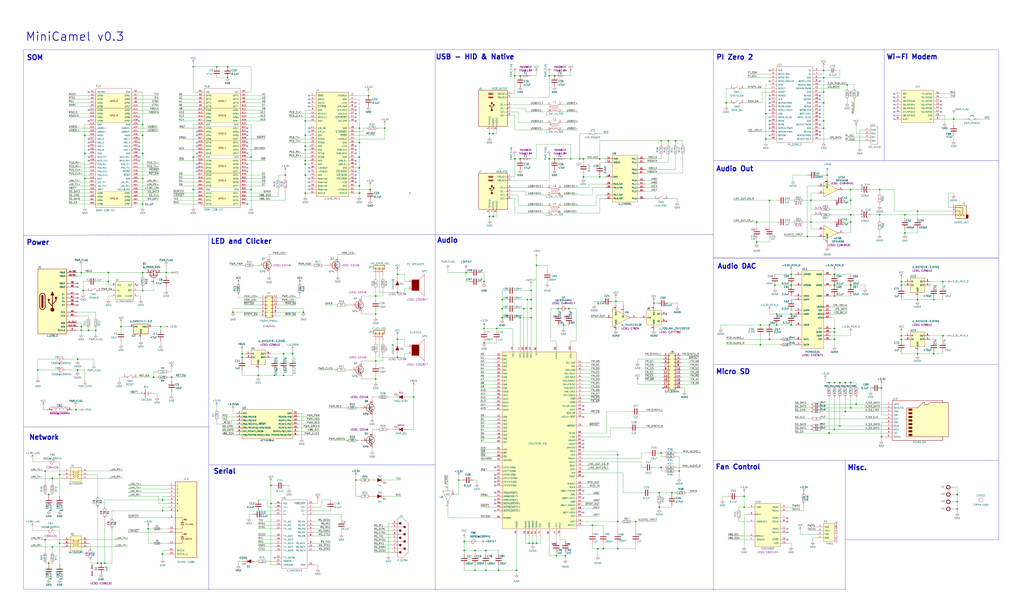
<source format=kicad_sch>
(kicad_sch (version 20250114) (generator "eeschema") (generator_version "9.0")
  (paper "User" 720 429.997)
  (title_block (title "MiniCamel") (date "2024-06-18") (rev "0.1") (company "Matt Schultz") (comment 1 "Based on TinyLlama 2 by Eivind Bøhler"))
  (lib_symbols
    (symbol "Connector:AudioJack3"
      (property "Reference" "J" (at 0 8.89 0))
      (property "Value" "AudioJack3" (at 0 6.35 0))
      (symbol "AudioJack3_1_1"
        (pin passive line (at 5.08 2.54 180) (length 2.54) (name "~") (number "S"))
        (pin passive line (at 5.08 0 180) (length 2.54) (name "~") (number "R"))
        (pin passive line (at 5.08 -2.54 180) (length 2.54) (name "~") (number "T"))
      )
    )
    (symbol "Connector_Generic:Conn_01x03" (pin_names (offset 1.016) (hide yes))
      (property "Reference" "J" (at 0 5.08 0))
      (property "Value" "Conn_01x03" (at 0 -5.08 0))
      (symbol "Conn_01x03_1_1"
        (pin passive line (at -5.08 2.54 0) (length 3.81) (name "Pin_1") (number "1"))
        (pin passive line (at -5.08 0 0) (length 3.81) (name "Pin_2") (number "2"))
        (pin passive line (at -5.08 -2.54 0) (length 3.81) (name "Pin_3") (number "3"))
      )
    )
    (symbol "Connector_Generic:Conn_02x04_Counter_Clockwise" (pin_names (offset 1.016) (hide yes))
      (property "Reference" "J11" (at -0.508 5.842 0))
      (property "Value" "FRONT_PANEL" (at 1.016 -13.716 0))
      (property "LCSC" "C492421" (at 1.27 -17.526 0))
      (symbol "Conn_02x04_Counter_Clockwise_1_1"
        (pin passive line (at -5.08 2.54 0) (length 3.81) (name "Pin_1") (number "1"))
        (pin passive line (at -5.08 0 0) (length 3.81) (name "Pin_2") (number "2"))
        (pin passive line (at -5.08 -2.54 0) (length 3.81) (name "Pin_3") (number "3"))
        (pin passive line (at -5.08 -5.08 0) (length 3.81) (name "Pin_4") (number "4"))
        (pin passive line (at -5.08 -7.62 0) (length 3.81) (name "Pin_5") (number "5"))
        (pin passive line (at -5.08 -10.16 0) (length 3.81) (name "Pin_6") (number "6"))
        (pin passive line (at 7.62 2.54 180) (length 3.81) (name "Pin_12") (number "12"))
        (pin passive line (at 7.62 0 180) (length 3.81) (name "Pin_11") (number "11"))
        (pin passive line (at 7.62 -2.54 180) (length 3.81) (name "Pin_10") (number "10"))
        (pin passive line (at 7.62 -5.08 180) (length 3.81) (name "Pin_9") (number "9"))
        (pin passive line (at 7.62 -7.62 180) (length 3.81) (name "Pin_8") (number "8"))
        (pin passive line (at 7.62 -10.16 180) (length 3.81) (name "Pin_7") (number "7"))
      )
    )
    (symbol "Connector_Generic:Conn_02x10_Odd_Even" (pin_names (offset 1.016) (hide yes))
      (property "Reference" "J" (at 1.27 12.7 0))
      (property "Value" "Conn_02x10_Odd_Even" (at 1.27 -15.24 0))
      (symbol "Conn_02x10_Odd_Even_1_1"
        (pin passive line (at -5.08 10.16 0) (length 3.81) (name "Pin_1") (number "1"))
        (pin passive line (at -5.08 7.62 0) (length 3.81) (name "Pin_3") (number "3"))
        (pin passive line (at -5.08 5.08 0) (length 3.81) (name "Pin_5") (number "5"))
        (pin passive line (at -5.08 2.54 0) (length 3.81) (name "Pin_7") (number "7"))
        (pin passive line (at -5.08 0 0) (length 3.81) (name "Pin_9") (number "9"))
        (pin passive line (at -5.08 -2.54 0) (length 3.81) (name "Pin_11") (number "11"))
        (pin passive line (at -5.08 -5.08 0) (length 3.81) (name "Pin_13") (number "13"))
        (pin passive line (at -5.08 -7.62 0) (length 3.81) (name "Pin_15") (number "15"))
        (pin passive line (at -5.08 -10.16 0) (length 3.81) (name "Pin_17") (number "17"))
        (pin passive line (at -5.08 -12.7 0) (length 3.81) (name "Pin_19") (number "19"))
        (pin passive line (at 7.62 10.16 180) (length 3.81) (name "Pin_2") (number "2"))
        (pin passive line (at 7.62 7.62 180) (length 3.81) (name "Pin_4") (number "4"))
        (pin passive line (at 7.62 5.08 180) (length 3.81) (name "Pin_6") (number "6"))
        (pin passive line (at 7.62 2.54 180) (length 3.81) (name "Pin_8") (number "8"))
        (pin passive line (at 7.62 0 180) (length 3.81) (name "Pin_10") (number "10"))
        (pin passive line (at 7.62 -2.54 180) (length 3.81) (name "Pin_12") (number "12"))
        (pin passive line (at 7.62 -5.08 180) (length 3.81) (name "Pin_14") (number "14"))
        (pin passive line (at 7.62 -7.62 180) (length 3.81) (name "Pin_16") (number "16"))
        (pin passive line (at 7.62 -10.16 180) (length 3.81) (name "Pin_18") (number "18"))
        (pin passive line (at 7.62 -12.7 180) (length 3.81) (name "Pin_20") (number "20"))
      )
    )
    (symbol "Device:C_Small" (pin_numbers (hide yes)) (pin_names (offset 0.254) (hide yes))
      (property "Reference" "C" (at 0.254 1.778 0))
      (property "Value" "C_Small" (at 0.254 -2.032 0))
      (symbol "C_Small_1_1"
        (pin passive line (at 0 2.54 270) (length 2.032) (name "~") (number "1"))
        (pin passive line (at 0 -2.54 90) (length 2.032) (name "~") (number "2"))
      )
    )
    (symbol "Device:FerriteBead_Small" (pin_numbers (hide yes)) (pin_names (offset 0))
      (property "Reference" "FB" (at 1.905 1.27 0))
      (property "Value" "FerriteBead_Small" (at 1.905 -1.27 0))
      (symbol "FerriteBead_Small_1_1"
        (pin passive line (at 0 2.54 270) (length 1.27) (name "~") (number "1"))
        (pin passive line (at 0 -2.54 90) (length 1.27) (name "~") (number "2"))
      )
    )
    (symbol "Device:R_Small" (pin_numbers (hide yes)) (pin_names (offset 0.254) (hide yes))
      (property "Reference" "R" (at 0.762 0.508 0))
      (property "Value" "R_Small" (at 0.762 -1.016 0))
      (symbol "R_Small_1_1"
        (pin passive line (at 0 2.54 270) (length 0.762) (name "~") (number "1"))
        (pin passive line (at 0 -2.54 90) (length 0.762) (name "~") (number "2"))
      )
    )
    (symbol "J_USB_A_Stacked_C12049_1" (pin_names (offset 1.016))
      (property "Reference" "J" (at 0 15.875 0))
      (property "Value" "J_USB_A_Stacked_C12049_1" (at 0 13.97 0))
      (symbol "J_USB_A_Stacked_C12049_1_1_1"
        (pin passive line (at -5.08 -15.24 90) (length 2.54) (name "Shield") (number "S"))
        (pin power_in line (at -2.54 -15.24 90) (length 2.54) (name "GND1") (number "4"))
        (pin power_in line (at 0 -15.24 90) (length 2.54) (name "GND2") (number "8"))
        (pin power_in line (at 10.16 10.16 180) (length 2.54) (name "VBUS1") (number "1"))
        (pin power_in line (at 10.16 7.62 180) (length 2.54) (name "VBUS2") (number "5"))
        (pin bidirectional line (at 10.16 2.54 180) (length 2.54) (name "D1+") (number "3"))
        (pin bidirectional line (at 10.16 0 180) (length 2.54) (name "D1-") (number "2"))
        (pin bidirectional line (at 10.16 -2.54 180) (length 2.54) (name "D2+") (number "7"))
        (pin bidirectional line (at 10.16 -5.08 180) (length 2.54) (name "D2-") (number "6"))
      )
    )
    (symbol "Jumper:Jumper_2_Bridged" (pin_numbers (hide yes)) (pin_names (offset 0) (hide yes)) (exclude_from_sim yes)
      (property "Reference" "JP" (at 0 1.905 0))
      (property "Value" "Jumper_2_Bridged" (at 0 -2.54 0))
      (symbol "Jumper_2_Bridged_1_1"
        (pin passive line (at -5.08 0 0) (length 2.54) (name "A") (number "1"))
        (pin passive line (at 5.08 0 180) (length 2.54) (name "B") (number "2"))
      )
    )
    (symbol "Llama Library:J_WEMOS_D1_MINI" (pin_names (offset 1.016))
      (property "Reference" "J" (at -11.43 12.7 0))
      (property "Value" "J_WEMOS_D1_MINI" (at 0 -12.7 0))
      (symbol "J_WEMOS_D1_MINI_1_1"
        (pin bidirectional line (at -16.51 8.89 0) (length 5.08) (name "RST") (number "1"))
        (pin bidirectional line (at -16.51 6.35 0) (length 5.08) (name "A0") (number "2"))
        (pin bidirectional line (at -16.51 3.81 0) (length 5.08) (name "D0/GPIO16") (number "3"))
        (pin bidirectional line (at -16.51 1.27 0) (length 5.08) (name "D5/GPIO14") (number "4"))
        (pin bidirectional line (at -16.51 -1.27 0) (length 5.08) (name "D6/GPIO12") (number "5"))
        (pin bidirectional line (at -16.51 -3.81 0) (length 5.08) (name "D7/GPIO13") (number "6"))
        (pin bidirectional line (at -16.51 -6.35 0) (length 5.08) (name "D8/GPIO15") (number "7"))
        (pin power_out line (at -16.51 -8.89 0) (length 5.08) (name "3.3V") (number "8"))
        (pin bidirectional line (at 16.51 8.89 180) (length 5.08) (name "TX/GPIO1") (number "16"))
        (pin bidirectional line (at 16.51 6.35 180) (length 5.08) (name "RX/GPIO3") (number "15"))
        (pin bidirectional line (at 16.51 3.81 180) (length 5.08) (name "D1/GPIO5") (number "14"))
        (pin bidirectional line (at 16.51 1.27 180) (length 5.08) (name "D2/GPIO4") (number "13"))
        (pin bidirectional line (at 16.51 -1.27 180) (length 5.08) (name "D3/GPIO0") (number "12"))
        (pin bidirectional line (at 16.51 -3.81 180) (length 5.08) (name "D4/GPIO2") (number "11"))
        (pin power_in line (at 16.51 -6.35 180) (length 5.08) (name "GND") (number "10"))
        (pin power_in line (at 16.51 -8.89 180) (length 5.08) (name "5V") (number "9"))
      )
    )
    (symbol "SnipE Symbol Library:C" (pin_numbers (hide yes)) (pin_names (offset 1.016))
      (property "Reference" "C" (at 2.54 -1.27 0))
      (property "Value" "C" (at 2.54 1.27 0))
      (symbol "C_1_1"
        (pin passive line (at 0 3.81 270) (length 2.794) (name "~") (number "1"))
        (pin passive line (at 0 -3.81 90) (length 2.794) (name "~") (number "2"))
      )
    )
    (symbol "SnipE Symbol Library:CP" (pin_numbers (hide yes)) (pin_names (offset 1.016))
      (property "Reference" "C" (at 2.54 1.27 0))
      (property "Value" "CP" (at 2.54 -1.27 0))
      (symbol "CP_1_1"
        (pin passive line (at 0 3.81 270) (length 2.794) (name "~") (number "1"))
        (pin passive line (at 0 -3.81 90) (length 3.302) (name "~") (number "2"))
      )
    )
    (symbol "SnipE Symbol Library:CS4237B-KQ_LITE"
      (property "Value" "CS4237B-KQ" (at -15.748 -2.286 0))
      (symbol "CS4237B-KQ_LITE_1_1"
        (pin input line (at -45.72 59.69 0) (length 5.08) (name "SA0") (number "25"))
        (pin input line (at -45.72 57.15 0) (length 5.08) (name "SA1") (number "26"))
        (pin input line (at -45.72 54.61 0) (length 5.08) (name "SA2") (number "27"))
        (pin input line (at -45.72 52.07 0) (length 5.08) (name "SA3") (number "28"))
        (pin input line (at -45.72 49.53 0) (length 5.08) (name "SA4") (number "29"))
        (pin input line (at -45.72 46.99 0) (length 5.08) (name "SA5") (number "30"))
        (pin input line (at -45.72 44.45 0) (length 5.08) (name "SA6") (number "31"))
        (pin input line (at -45.72 41.91 0) (length 5.08) (name "SA7") (number "32"))
        (pin input line (at -45.72 39.37 0) (length 5.08) (name "SA8") (number "33"))
        (pin input line (at -45.72 36.83 0) (length 5.08) (name "SA9") (number "34"))
        (pin input line (at -45.72 34.29 0) (length 5.08) (name "SA10") (number "35"))
        (pin input line (at -45.72 31.75 0) (length 5.08) (name "SA11") (number "36"))
        (pin input line (at -45.72 29.21 0) (length 5.08) (name "SA12") (number "94"))
        (pin input line (at -45.72 26.67 0) (length 5.08) (name "SA13") (number "93"))
        (pin input line (at -45.72 24.13 0) (length 5.08) (name "SA14") (number "92"))
        (pin input line (at -45.72 21.59 0) (length 5.08) (name "SA15") (number "91"))
        (pin bidirectional line (at -45.72 16.51 0) (length 5.08) (name "SD0") (number "41"))
        (pin bidirectional line (at -45.72 13.97 0) (length 5.08) (name "SD1") (number "42"))
        (pin bidirectional line (at -45.72 11.43 0) (length 5.08) (name "SD2") (number "43"))
        (pin bidirectional line (at -45.72 8.89 0) (length 5.08) (name "SD3") (number "44"))
        (pin bidirectional line (at -45.72 6.35 0) (length 5.08) (name "SD4") (number "47"))
        (pin bidirectional line (at -45.72 3.81 0) (length 5.08) (name "SD5") (number "48"))
        (pin bidirectional line (at -45.72 1.27 0) (length 5.08) (name "SD6") (number "49"))
        (pin bidirectional line (at -45.72 -1.27 0) (length 5.08) (name "SD7") (number "50"))
        (pin input line (at -45.72 -6.35 0) (length 5.08) (name "AEN") (number "39"))
        (pin input inverted (at -45.72 -8.89 0) (length 5.08) (name "~{IOR}") (number "37"))
        (pin input inverted (at -45.72 -11.43 0) (length 5.08) (name "~{IOW}") (number "38"))
        (pin output line (at -45.72 -13.97 0) (length 5.08) (name "IOCHRDY") (number "40"))
        (pin output line (at -45.72 -19.05 0) (length 5.08) (name "(INT5*)IRQA") (number "24"))
        (pin output line (at -45.72 -21.59 0) (length 5.08) (name "(INT7*)IRQB") (number "23"))
        (pin output line (at -45.72 -24.13 0) (length 5.08) (name "(INT9*)IRQC") (number "22"))
        (pin output line (at -45.72 -26.67 0) (length 5.08) (name "(INT11*)IRQD") (number "21"))
        (pin output line (at -45.72 -29.21 0) (length 5.08) (name "(INT12*)IRQE") (number "20"))
        (pin output line (at -45.72 -31.75 0) (length 5.08) (name "(INT15*)IRQF") (number "19"))
        (pin output line (at -45.72 -36.83 0) (length 5.08) (name "DRQA(DRQ0*)") (number "55"))
        (pin output line (at -45.72 -39.37 0) (length 5.08) (name "DRQB(DRQ1*)") (number "51"))
        (pin output line (at -45.72 -41.91 0) (length 5.08) (name "DRQC(DRQ3*)") (number "52"))
        (pin input inverted (at -45.72 -44.45 0) (length 5.08) (name "~{DACKA}(~{DACK0}*)") (number "58"))
        (pin input inverted (at -45.72 -46.99 0) (length 5.08) (name "~{DACKB}(~{DACK1}*)") (number "56"))
        (pin input inverted (at -45.72 -49.53 0) (length 5.08) (name "~{DACKC}(~{DACK3}*)") (number "57"))
        (pin passive line (at -45.72 -54.61 0) (length 5.08) (name "RESDRV") (number "90"))
        (pin power_in line (at -33.02 67.31 270) (length 5.08) (name "VD1") (number "45"))
        (pin power_in line (at -30.48 -67.31 90) (length 5.08) (name "DGND1") (number "46"))
        (pin power_in line (at -27.94 67.31 270) (length 5.08) (name "VDF1") (number "17"))
        (pin power_in line (at -25.4 67.31 270) (length 5.08) (name "VDF2") (number "65"))
        (pin power_in line (at -24.13 -67.31 90) (length 5.08) (name "SGND1") (number "18"))
        (pin power_in line (at -22.86 67.31 270) (length 5.08) (name "VDF3") (number "98"))
        (pin power_in line (at -21.59 -67.31 90) (length 5.08) (name "SGND2") (number "66"))
        (pin power_in line (at -20.32 67.31 270) (length 5.08) (name "VDF4") (number "54"))
        (pin power_in line (at -19.05 -67.31 90) (length 5.08) (name "SGND3") (number "97"))
        (pin passive line (at -16.51 67.31 270) (length 5.08) (name "VA") (number "81"))
        (pin power_in line (at -16.51 -67.31 90) (length 5.08) (name "SGND4") (number "53"))
        (pin passive line (at -13.97 -67.31 90) (length 5.08) (name "TEST") (number "71"))
        (pin passive line (at -7.62 -67.31 90) (length 5.08) (name "AGND") (number "80"))
        (pin passive line (at -2.54 67.31 270) (length 5.08) (name "XTALO") (number "99"))
        (pin passive line (at -2.54 -67.31 90) (length 5.08) (name "LFILT") (number "77"))
        (pin passive line (at 0 -67.31 90) (length 5.08) (name "RFILT") (number "76"))
        (pin passive line (at 7.62 67.31 270) (length 5.08) (name "XTALI") (number "100"))
        (pin passive line (at 16.51 54.61 180) (length 5.08) (name "SCL/XA0") (number "14"))
        (pin passive line (at 16.51 52.07 180) (length 5.08) (name "XA1") (number "13"))
        (pin passive line (at 16.51 49.53 180) (length 5.08) (name "SDA/XD0") (number "8"))
        (pin passive line (at 16.51 46.99 180) (length 5.08) (name "XD1/SCLK") (number "7"))
        (pin passive line (at 16.51 44.45 180) (length 5.08) (name "XD2/SDIN") (number "6"))
        (pin passive line (at 16.51 41.91 180) (length 5.08) (name "XD3/SDOUT") (number "5"))
        (pin passive line (at 16.51 39.37 180) (length 5.08) (name "XD4/FSYNC") (number "4"))
        (pin passive line (at 16.51 36.83 180) (length 5.08) (name "XD5/MCLK") (number "3"))
        (pin passive line (at 16.51 34.29 180) (length 5.08) (name "XD6/LRCK") (number "2"))
        (pin passive line (at 16.51 31.75 180) (length 5.08) (name "XD7/SDATA") (number "1"))
        (pin passive line (at 16.51 29.21 180) (length 5.08) (name "~{XIOR}") (number "10"))
        (pin passive line (at 16.51 26.67 180) (length 5.08) (name "~{XIOW}") (number "11"))
        (pin passive line (at 16.51 24.13 180) (length 5.08) (name "XCTL0*/XA2") (number "12"))
        (pin passive line (at 16.51 21.59 180) (length 5.08) (name "MUTE") (number "95"))
        (pin passive line (at 16.51 19.05 180) (length 5.08) (name "~{SCS}/~{UP}") (number "9"))
        (pin passive line (at 16.51 16.51 180) (length 5.08) (name "XCTL1*/~{SINT}") (number "16"))
        (pin input line (at 16.51 10.16 180) (length 5.08) (name "~{BRESET}") (number "15"))
        (pin input line (at 16.51 5.08 180) (length 5.08) (name "RLINE") (number "86"))
        (pin input line (at 16.51 2.54 180) (length 5.08) (name "LLINE") (number "87"))
        (pin passive line (at 16.51 0 180) (length 5.08) (name "RAUX2") (number "84"))
        (pin passive line (at 16.51 -2.54 180) (length 5.08) (name "LAUX2") (number "85"))
        (pin passive line (at 16.51 -5.08 180) (length 5.08) (name "CMAUX2") (number "96"))
        (pin passive line (at 16.51 -7.62 180) (length 5.08) (name "RMIC") (number "82"))
        (pin passive line (at 16.51 -10.16 180) (length 5.08) (name "LMIC") (number "83"))
        (pin passive line (at 16.51 -12.7 180) (length 5.08) (name "RAUX1") (number "74"))
        (pin passive line (at 16.51 -15.24 180) (length 5.08) (name "LAUX1") (number "75"))
        (pin output line (at 16.51 -17.78 180) (length 5.08) (name "ROUT") (number "72"))
        (pin output line (at 16.51 -20.32 180) (length 5.08) (name "LOUT") (number "73"))
        (pin input line (at 16.51 -22.86 180) (length 5.08) (name "MIN") (number "88"))
        (pin output line (at 16.51 -25.4 180) (length 5.08) (name "MOUT") (number "89"))
        (pin output line (at 16.51 -30.48 180) (length 5.08) (name "MIDOUT") (number "60"))
        (pin input line (at 16.51 -33.02 180) (length 5.08) (name "MIDIN") (number "59"))
        (pin passive line (at 16.51 -35.56 180) (length 5.08) (name "JBB1*/FSYNC") (number "69"))
        (pin passive line (at 16.51 -38.1 180) (length 5.08) (name "JAB1") (number "70"))
        (pin passive line (at 16.51 -40.64 180) (length 5.08) (name "JBB2*/SCLK") (number "62"))
        (pin passive line (at 16.51 -43.18 180) (length 5.08) (name "JAB2") (number "61"))
        (pin passive line (at 16.51 -45.72 180) (length 5.08) (name "JBCX*/SDOUT") (number "67"))
        (pin passive line (at 16.51 -48.26 180) (length 5.08) (name "JACX") (number "68"))
        (pin passive line (at 16.51 -50.8 180) (length 5.08) (name "JBCY*/SDIN") (number "64"))
        (pin passive line (at 16.51 -53.34 180) (length 5.08) (name "JACY") (number "63"))
        (pin passive line (at 16.51 -57.15 180) (length 5.08) (name "VREF") (number "78"))
        (pin passive line (at 16.51 -59.69 180) (length 5.08) (name "REFFLT") (number "79"))
      )
    )
    (symbol "SnipE Symbol Library:PWR_FLAG" (power) (pin_numbers (hide yes)) (pin_names (offset 0) (hide yes))
      (property "Value" "PWR_FLAG" (at 0 3.81 0))
      (symbol "PWR_FLAG_0_0"
        (pin power_out line (at 0 0 90) (length 0) (name "pwr") (number "1"))
      )
    )
    (symbol "SnipE Symbol Library:RJHSE-5384" (pin_names (offset 1.016))
      (property "Reference" "J" (at -7.62 26.67 0))
      (property "Value" "RJHSE-5384" (at -7.62 -29.21 0))
      (symbol "RJHSE-5384_0_0"
        (text "YELLOW" (at -0.762 -3.81 0) (effects (font (size 1.016 1.016)) (justify left top)))
        (text "GREEN" (at -0.762 -14.224 0) (effects (font (size 1.016 1.016)) (justify left top)))
        (pin passive line (at -12.7 22.86 0) (length 5.08) (name "1") (number "1"))
        (pin passive line (at -12.7 20.32 0) (length 5.08) (name "2") (number "2"))
        (pin passive line (at -12.7 17.78 0) (length 5.08) (name "3") (number "3"))
        (pin passive line (at -12.7 15.24 0) (length 5.08) (name "4") (number "4"))
        (pin passive line (at -12.7 12.7 0) (length 5.08) (name "5") (number "5"))
        (pin passive line (at -12.7 10.16 0) (length 5.08) (name "6") (number "6"))
        (pin passive line (at -12.7 7.62 0) (length 5.08) (name "7") (number "7"))
        (pin passive line (at -12.7 5.08 0) (length 5.08) (name "8") (number "8"))
        (pin passive line (at -12.7 0 0) (length 5.08) (name "~") (number "9"))
        (pin passive line (at -12.7 -7.62 0) (length 5.08) (name "~") (number "10"))
        (pin passive line (at -12.7 -10.16 0) (length 5.08) (name "~") (number "11"))
        (pin passive line (at -12.7 -17.78 0) (length 5.08) (name "~") (number "12"))
        (pin passive line (at -12.7 -22.86 0) (length 5.08) (name "SHIELD") (number "S1"))
        (pin passive line (at -12.7 -25.4 0) (length 5.08) (name "SHIELD__1") (number "S2"))
      )
    )
    (symbol "SnipE Symbol Library:SGND" (power) (pin_numbers (hide yes)) (pin_names (offset 0) (hide yes))
      (property "Value" "SGND" (at 0 -3.81 0))
      (symbol "SGND_1_1"
        (pin power_in line (at 0 0 270) (length 0) (name "~") (number "1"))
      )
    )
    (symbol "Switch:SW_SPST" (pin_names (offset 0) (hide yes))
      (property "Reference" "SW" (at 0 3.175 0))
      (property "Value" "SW_SPST" (at 0 -2.54 0))
      (symbol "SW_SPST_1_1"
        (pin passive line (at -5.08 0 0) (length 2.54) (name "A") (number "1"))
        (pin passive line (at 5.08 0 180) (length 2.54) (name "B") (number "2"))
      )
    )
    (symbol "llama_shared:+3.3V" (power) (pin_names (offset 0))
      (property "Value" "+3.3V" (at 0 3.81 0))
      (symbol "+3.3V_1_1"
        (pin power_in line (at 0 0 90) (length 0) (hide yes) (name "+3.3V") (number "1"))
      )
    )
    (symbol "llama_shared:+3.3VSB" (power) (pin_names (offset 0))
      (property "Value" "+3.3VSB" (at 0 3.81 0))
      (symbol "+3.3VSB_1_1"
        (pin power_in line (at 0 0 90) (length 0) (hide yes) (name "+3.3VSB") (number "1"))
      )
    )
    (symbol "llama_shared:+3.3V_PCM_A" (power) (pin_names (offset 0))
      (property "Value" "+3.3V_PCM_A" (at 0 3.81 0))
      (symbol "+3.3V_PCM_A_1_1"
        (pin power_in line (at 0 0 90) (length 0) (hide yes) (name "+3.3V_PCM_A") (number "1"))
      )
    )
    (symbol "llama_shared:+3.3V_PCM_D" (power) (pin_names (offset 0))
      (property "Value" "+3.3V_PCM_D" (at 0 3.81 0))
      (symbol "+3.3V_PCM_D_1_1"
        (pin power_in line (at 0 0 90) (length 0) (hide yes) (name "+3.3V_PCM_D") (number "1"))
      )
    )
    (symbol "llama_shared:+5VA" (power) (pin_names (offset 0))
      (property "Value" "+5VA" (at 0 3.81 0))
      (symbol "+5VA_1_1"
        (pin power_in line (at 0 0 90) (length 0) (hide yes) (name "+5VA") (number "1"))
      )
    )
    (symbol "llama_shared:+5VFILT" (power) (pin_names (offset 0))
      (property "Value" "+5VFILT" (at 0 3.81 0))
      (symbol "+5VFILT_1_1"
        (pin power_in line (at 0 0 90) (length 0) (hide yes) (name "+5VFILT") (number "1"))
      )
    )
    (symbol "llama_shared:+5VSB" (power) (pin_names (offset 0))
      (property "Value" "+5VSB" (at 0 3.81 0))
      (symbol "+5VSB_1_1"
        (pin power_in line (at 0 0 90) (length 0) (hide yes) (name "+5VSB") (number "1"))
      )
    )
    (symbol "llama_shared:AGND" (power) (pin_names (offset 0))
      (property "Value" "AGND" (at 0 -3.81 0))
      (symbol "AGND_1_1"
        (pin power_in line (at 0 0 270) (length 0) (hide yes) (name "GND") (number "1"))
      )
    )
    (symbol "llama_shared:BT" (pin_numbers (hide yes)) (pin_names (offset 0))
      (property "Reference" "BT" (at -3.81 3.81 0))
      (property "Value" "BT" (at -3.81 -2.54 0))
      (symbol "BT_1_1"
        (pin power_out line (at 0 5.08 270) (length 3.81) (name "+") (number "1"))
        (pin passive line (at 0 -5.08 90) (length 3.81) (name "-") (number "2"))
      )
    )
    (symbol "llama_shared:C" (pin_numbers (hide yes)) (pin_names (offset 1.016))
      (property "Reference" "C" (at 2.54 -1.27 0))
      (property "Value" "C" (at 2.54 1.27 0))
      (symbol "C_1_1"
        (pin passive line (at 0 3.81 270) (length 2.794) (name "~") (number "1"))
        (pin passive line (at 0 -3.81 90) (length 2.794) (name "~") (number "2"))
      )
    )
    (symbol "llama_shared:D" (pin_numbers (hide yes)) (pin_names (offset 1.016) (hide yes))
      (property "Reference" "D" (at 0 2.54 0))
      (property "Value" "D" (at 0 -2.54 0))
      (symbol "D_1_1"
        (pin passive line (at -3.81 0 0) (length 2.54) (name "K") (number "1"))
        (pin passive line (at 3.81 0 180) (length 2.54) (name "A") (number "2"))
      )
    )
    (symbol "llama_shared:D_LED" (pin_numbers (hide yes)) (pin_names (offset 1.016) (hide yes))
      (property "Reference" "D" (at 0 2.54 0))
      (property "Value" "D_LED" (at 0 -3.81 0))
      (symbol "D_LED_1_1"
        (pin passive line (at -3.81 0 0) (length 2.54) (name "K") (number "1"))
        (pin passive line (at 3.81 0 180) (length 2.54) (name "A") (number "2"))
      )
    )
    (symbol "llama_shared:F" (pin_numbers (hide yes)) (pin_names (offset 1.016) (hide yes))
      (property "Reference" "F" (at 0 2.54 0))
      (property "Value" "F" (at 0 -2.54 0))
      (symbol "F_1_1"
        (pin passive line (at -3.81 0 0) (length 2.54) (name "~") (number "1"))
        (pin passive line (at 3.81 0 180) (length 2.54) (name "~") (number "2"))
      )
    )
    (symbol "llama_shared:FB" (pin_names (offset 1.016) (hide yes))
      (property "Reference" "FB" (at 0 3.81 0))
      (property "Value" "FB" (at 0 -2.54 0))
      (symbol "FB_1_1"
        (pin passive line (at -8.89 0 0) (length 3.81) (name "1") (number "1"))
        (pin passive line (at 8.89 0 180) (length 3.81) (name "2") (number "2"))
      )
    )
    (symbol "llama_shared:GND" (power) (pin_names (offset 0))
      (property "Value" "GND" (at 0 -3.81 0))
      (symbol "GND_1_1"
        (pin power_in line (at 0 0 270) (length 0) (hide yes) (name "GND") (number "1"))
      )
    )
    (symbol "llama_shared:H_HOLE" (pin_numbers (hide yes)) (pin_names (offset 1.016) (hide yes))
      (property "Reference" "H" (at 0 2.54 0))
      (property "Value" "H_HOLE" (at 0 -8.89 0))
      (symbol "H_HOLE_1_1"
        (pin passive line (at 0 -3.81 90) (length 2.54) (name "1") (number "1"))
      )
    )
    (symbol "llama_shared:J_FAN_HEADER"
      (property "Reference" "J" (at -2.54 6.35 0))
      (property "Value" "J_FAN_HEADER" (at 0 -8.89 0))
      (property "LCSC" "C240840" (at 0 -11.43 0) (show_name))
      (symbol "J_FAN_HEADER_1_1"
        (pin input line (at -8.89 2.54 0) (length 5.08) (name "PWM") (number "4"))
        (pin output line (at -8.89 0 0) (length 5.08) (name "TACH") (number "3"))
        (pin power_in line (at -8.89 -2.54 0) (length 5.08) (name "VDD") (number "2"))
        (pin power_in line (at -8.89 -5.08 0) (length 5.08) (name "GND") (number "1"))
      )
    )
    (symbol "llama_shared:J_MINI_PCIE" (pin_names (offset 1.016))
      (property "Reference" "J2" (at -11.43 36.8595 0))
      (property "Value" "J_MINI_PCIE" (at 0 -39.5756 0))
      (symbol "J_MINI_PCIE_1_1"
        (pin open_collector line (at -16.51 33.02 0) (length 5.08) (name "~{WAKE}") (number "1"))
        (pin passive line (at -16.51 30.48 0) (length 5.08) (name "COEX1") (number "3"))
        (pin passive line (at -16.51 27.94 0) (length 5.08) (name "COEX2") (number "5"))
        (pin open_collector line (at -16.51 25.4 0) (length 5.08) (name "~{CLKREQ}") (number "7"))
        (pin passive line (at -16.51 22.86 0) (length 5.08) (name "GND") (number "9"))
        (pin input line (at -16.51 20.32 0) (length 5.08) (name "REFCLK-") (number "11"))
        (pin input line (at -16.51 17.78 0) (length 5.08) (name "REFCLK+") (number "13"))
        (pin passive line (at -16.51 15.24 0) (length 5.08) (name "GND") (number "15"))
        (pin passive line (at -16.51 10.16 0) (length 5.08) (name "UIM_C8") (number "17"))
        (pin passive line (at -16.51 7.62 0) (length 5.08) (name "UIM_C4") (number "19"))
        (pin passive line (at -16.51 5.08 0) (length 5.08) (name "GND") (number "21"))
        (pin output line (at -16.51 2.54 0) (length 5.08) (name "PERn0") (number "23"))
        (pin output line (at -16.51 0 0) (length 5.08) (name "PERp0") (number "25"))
        (pin passive line (at -16.51 -2.54 0) (length 5.08) (name "GND") (number "27"))
        (pin passive line (at -16.51 -5.08 0) (length 5.08) (name "GND") (number "29"))
        (pin input line (at -16.51 -7.62 0) (length 5.08) (name "PETn0") (number "31"))
        (pin input line (at -16.51 -10.16 0) (length 5.08) (name "PETp0") (number "33"))
        (pin passive line (at -16.51 -12.7 0) (length 5.08) (name "GND") (number "35"))
        (pin passive line (at -16.51 -15.24 0) (length 5.08) (name "GND") (number "37"))
        (pin power_in line (at -16.51 -17.78 0) (length 5.08) (name "+3V3AUX") (number "39"))
        (pin power_in line (at -16.51 -20.32 0) (length 5.08) (name "+3V3AUX") (number "41"))
        (pin passive line (at -16.51 -22.86 0) (length 5.08) (name "GND") (number "43"))
        (pin passive line (at -16.51 -25.4 0) (length 5.08) (name "Reserved") (number "45"))
        (pin passive line (at -16.51 -27.94 0) (length 5.08) (name "Reserved") (number "47"))
        (pin passive line (at -16.51 -30.48 0) (length 5.08) (name "Reserved") (number "49"))
        (pin passive line (at -16.51 -33.02 0) (length 5.08) (name "Reserved") (number "51"))
        (pin passive line (at -16.51 -35.56 0) (length 5.08) (name "SHIELD") (number "S1"))
        (pin power_in line (at 16.51 33.02 180) (length 5.08) (name "+3V3AUX") (number "2"))
        (pin power_in line (at 16.51 30.48 180) (length 5.08) (name "GND") (number "4"))
        (pin power_in line (at 16.51 27.94 180) (length 5.08) (name "+1V5") (number "6"))
        (pin power_out line (at 16.51 25.4 180) (length 5.08) (name "UIM_PWR") (number "8"))
        (pin bidirectional line (at 16.51 22.86 180) (length 5.08) (name "UIM_DATA") (number "10"))
        (pin output line (at 16.51 20.32 180) (length 5.08) (name "UIM_CLK") (number "12"))
        (pin output line (at 16.51 17.78 180) (length 5.08) (name "~{UIM_RESET}") (number "14"))
        (pin power_out line (at 16.51 15.24 180) (length 5.08) (name "UIM_VPP") (number "16"))
        (pin passive line (at 16.51 10.16 180) (length 5.08) (name "GND") (number "18"))
        (pin input line (at 16.51 7.62 180) (length 5.08) (name "~{W_DISABLE}") (number "20"))
        (pin input line (at 16.51 5.08 180) (length 5.08) (name "~{PERST}") (number "22"))
        (pin power_in line (at 16.51 2.54 180) (length 5.08) (name "+3V3AUX") (number "24"))
        (pin passive line (at 16.51 0 180) (length 5.08) (name "GND") (number "26"))
        (pin power_in line (at 16.51 -2.54 180) (length 5.08) (name "+1V5") (number "28"))
        (pin input line (at 16.51 -5.08 180) (length 5.08) (name "SMB_CLK") (number "30"))
        (pin bidirectional line (at 16.51 -7.62 180) (length 5.08) (name "SMB_DATA") (number "32"))
        (pin passive line (at 16.51 -10.16 180) (length 5.08) (name "GND") (number "34"))
        (pin bidirectional line (at 16.51 -12.7 180) (length 5.08) (name "USB_D-") (number "36"))
        (pin bidirectional line (at 16.51 -15.24 180) (length 5.08) (name "USB_D+") (number "38"))
        (pin passive line (at 16.51 -17.78 180) (length 5.08) (name "GND") (number "40"))
        (pin open_collector line (at 16.51 -20.32 180) (length 5.08) (name "~{LED_WWAN}") (number "42"))
        (pin open_collector line (at 16.51 -22.86 180) (length 5.08) (name "~{LED_WLAN}") (number "44"))
        (pin open_collector line (at 16.51 -25.4 180) (length 5.08) (name "~{LED_WPAN}") (number "46"))
        (pin power_in line (at 16.51 -27.94 180) (length 5.08) (name "+1V5") (number "48"))
        (pin passive line (at 16.51 -30.48 180) (length 5.08) (name "GND") (number "50"))
        (pin power_in line (at 16.51 -33.02 180) (length 5.08) (name "+3V3AUX") (number "52"))
        (pin passive line (at 16.51 -35.56 180) (length 5.08) (name "SHIELD") (number "S2"))
      )
    )
    (symbol "llama_shared:J_Micro_SD_TF01A" (pin_names (offset 1.016))
      (property "Reference" "J" (at -16.51 11.43 0))
      (property "Value" "J_Micro_SD_TF01A" (at 16.51 11.43 0))
      (symbol "J_Micro_SD_TF01A_1_1"
        (pin bidirectional line (at -24.13 7.62 0) (length 5.08) (name "DAT2") (number "1"))
        (pin bidirectional line (at -24.13 5.08 0) (length 5.08) (name "DAT3/CD") (number "2"))
        (pin input line (at -24.13 2.54 0) (length 5.08) (name "CMD") (number "3"))
        (pin power_in line (at -24.13 0 0) (length 5.08) (name "VDD") (number "4"))
        (pin input line (at -24.13 -2.54 0) (length 5.08) (name "CLK") (number "5"))
        (pin power_in line (at -24.13 -5.08 0) (length 5.08) (name "VSS") (number "6"))
        (pin bidirectional line (at -24.13 -7.62 0) (length 5.08) (name "DAT0") (number "7"))
        (pin bidirectional line (at -24.13 -10.16 0) (length 5.08) (name "DAT1") (number "8"))
        (pin output line (at -24.13 -12.7 0) (length 5.08) (name "CD") (number "9"))
        (pin passive line (at -24.13 -15.24 0) (length 5.08) (name "Shield") (number "S"))
      )
    )
    (symbol "llama_shared:J_PI_ZERO" (pin_names (offset 1.016))
      (property "Reference" "J" (at -11.43 27.94 0))
      (property "Value" "J_PI_ZERO" (at 0 -27.94 0))
      (symbol "J_PI_ZERO_1_1"
        (pin passive line (at -17.78 24.13 0) (length 5.08) (name "3v3") (number "1"))
        (pin passive line (at -17.78 21.59 0) (length 5.08) (name "BCM2/SDA") (number "3"))
        (pin passive line (at -17.78 19.05 0) (length 5.08) (name "BCM3/SCL") (number "5"))
        (pin passive line (at -17.78 16.51 0) (length 5.08) (name "BCM4/GPCLK0") (number "7"))
        (pin passive line (at -17.78 13.97 0) (length 5.08) (name "GND") (number "9"))
        (pin passive line (at -17.78 11.43 0) (length 5.08) (name "BCM17") (number "11"))
        (pin passive line (at -17.78 8.89 0) (length 5.08) (name "BCM27") (number "13"))
        (pin passive line (at -17.78 6.35 0) (length 5.08) (name "BCM22") (number "15"))
        (pin passive line (at -17.78 3.81 0) (length 5.08) (name "3v3") (number "17"))
        (pin passive line (at -17.78 1.27 0) (length 5.08) (name "BCM10/MOSI") (number "19"))
        (pin passive line (at -17.78 -1.27 0) (length 5.08) (name "BCM9/MISO") (number "21"))
        (pin passive line (at -17.78 -3.81 0) (length 5.08) (name "BCM11/SCLK") (number "23"))
        (pin passive line (at -17.78 -6.35 0) (length 5.08) (name "GND") (number "25"))
        (pin passive line (at -17.78 -8.89 0) (length 5.08) (name "BCM0/ID_SD") (number "27"))
        (pin passive line (at -17.78 -11.43 0) (length 5.08) (name "BCM5") (number "29"))
        (pin passive line (at -17.78 -13.97 0) (length 5.08) (name "BCM6") (number "31"))
        (pin passive line (at -17.78 -16.51 0) (length 5.08) (name "BCM13/PWM1") (number "33"))
        (pin passive line (at -17.78 -19.05 0) (length 5.08) (name "BCM19/MISO") (number "35"))
        (pin passive line (at -17.78 -21.59 0) (length 5.08) (name "BCM26") (number "37"))
        (pin passive line (at -17.78 -24.13 0) (length 5.08) (name "GND") (number "39"))
        (pin passive line (at 17.78 24.13 180) (length 5.08) (name "5v") (number "2"))
        (pin passive line (at 17.78 21.59 180) (length 5.08) (name "5v") (number "4"))
        (pin passive line (at 17.78 19.05 180) (length 5.08) (name "GND") (number "6"))
        (pin passive line (at 17.78 16.51 180) (length 5.08) (name "BCM14/TDX") (number "8"))
        (pin passive line (at 17.78 13.97 180) (length 5.08) (name "BCM15/RDX") (number "10"))
        (pin passive line (at 17.78 11.43 180) (length 5.08) (name "BCM18/PWM0") (number "12"))
        (pin passive line (at 17.78 8.89 180) (length 5.08) (name "GND") (number "14"))
        (pin passive line (at 17.78 6.35 180) (length 5.08) (name "BCM23") (number "16"))
        (pin passive line (at 17.78 3.81 180) (length 5.08) (name "BCM24") (number "18"))
        (pin passive line (at 17.78 1.27 180) (length 5.08) (name "GND") (number "20"))
        (pin passive line (at 17.78 -1.27 180) (length 5.08) (name "BCM25") (number "22"))
        (pin passive line (at 17.78 -3.81 180) (length 5.08) (name "BCM8/CE0") (number "24"))
        (pin passive line (at 17.78 -6.35 180) (length 5.08) (name "BCM7/CE1") (number "26"))
        (pin passive line (at 17.78 -8.89 180) (length 5.08) (name "BCM1/ID_SC") (number "28"))
        (pin passive line (at 17.78 -11.43 180) (length 5.08) (name "GND") (number "30"))
        (pin passive line (at 17.78 -13.97 180) (length 5.08) (name "BCM12/PWM0") (number "32"))
        (pin passive line (at 17.78 -16.51 180) (length 5.08) (name "GND") (number "34"))
        (pin passive line (at 17.78 -19.05 180) (length 5.08) (name "BCM16") (number "36"))
        (pin passive line (at 17.78 -21.59 180) (length 5.08) (name "BCM20/MOSI") (number "38"))
        (pin passive line (at 17.78 -24.13 180) (length 5.08) (name "BCM21/SCLK") (number "40"))
      )
    )
    (symbol "llama_shared:J_TOSLINK_ZGY133T10"
      (property "Reference" "J" (at -5.08 6.35 0))
      (property "Value" "J_TOSLINK_ZGY133T10" (at 1.27 -6.35 0))
      (symbol "J_TOSLINK_ZGY133T10_1_1"
        (pin input line (at -8.89 0 0) (length 3.81) (name "VIN") (number "1"))
        (pin power_in line (at 0 8.89 270) (length 3.81) (name "VCC") (number "2"))
        (pin power_in line (at 0 -8.89 90) (length 3.81) (name "GND") (number "3"))
        (pin no_connect line (at 8.89 2.54 180) (length 3.81) (name "NC") (number "4"))
        (pin no_connect line (at 8.89 -2.54 180) (length 3.81) (name "NC") (number "5"))
      )
    )
    (symbol "llama_shared:J_USB_A_Stacked_C12049" (pin_names (offset 1.016))
      (property "Reference" "J" (at 0 15.875 0))
      (property "Value" "J_USB_A_Stacked_C12049" (at 0 13.97 0))
      (symbol "J_USB_A_Stacked_C12049_1_1"
        (pin passive line (at -5.08 -15.24 90) (length 2.54) (name "Shield") (number "S"))
        (pin power_in line (at -2.54 -15.24 90) (length 2.54) (name "GND1") (number "4"))
        (pin power_in line (at 0 -15.24 90) (length 2.54) (name "GND2") (number "8"))
        (pin power_in line (at 10.16 10.16 180) (length 2.54) (name "VBUS1") (number "1"))
        (pin power_in line (at 10.16 7.62 180) (length 2.54) (name "VBUS2") (number "5"))
        (pin bidirectional line (at 10.16 2.54 180) (length 2.54) (name "D1+") (number "3"))
        (pin bidirectional line (at 10.16 0 180) (length 2.54) (name "D1-") (number "2"))
        (pin bidirectional line (at 10.16 -2.54 180) (length 2.54) (name "D2+") (number "7"))
        (pin bidirectional line (at 10.16 -5.08 180) (length 2.54) (name "D2-") (number "6"))
      )
    )
    (symbol "llama_shared:J_USB_C" (pin_names (offset 1.016))
      (property "Reference" "J" (at -10.16 24.13 0))
      (property "Value" "J_USB_C" (at 0 -24.13 0))
      (symbol "J_USB_C_1_1"
        (pin passive line (at 17.78 20.32 180) (length 7.62) (name "VBUS") (number "A4/B9"))
        (pin passive line (at 17.78 17.78 180) (length 7.62) (name "VBUS") (number "A9/B4"))
        (pin bidirectional line (at 17.78 12.7 180) (length 7.62) (name "SBU1") (number "A8"))
        (pin bidirectional line (at 17.78 10.16 180) (length 7.62) (name "SBU2") (number "B8"))
        (pin bidirectional line (at 17.78 5.08 180) (length 7.62) (name "D-") (number "A7"))
        (pin bidirectional line (at 17.78 2.54 180) (length 7.62) (name "D-") (number "B7"))
        (pin bidirectional line (at 17.78 0 180) (length 7.62) (name "D+") (number "A6"))
        (pin bidirectional line (at 17.78 -2.54 180) (length 7.62) (name "D+") (number "B6"))
        (pin bidirectional line (at 17.78 -7.62 180) (length 7.62) (name "CC1") (number "A5"))
        (pin bidirectional line (at 17.78 -10.16 180) (length 7.62) (name "CC2") (number "B5"))
        (pin passive line (at 17.78 -15.24 180) (length 7.62) (name "GND") (number "A1/B12"))
        (pin passive line (at 17.78 -17.78 180) (length 7.62) (name "GND") (number "A12/B1"))
        (pin passive line (at 17.78 -20.32 180) (length 7.62) (name "SHIELD") (number "S"))
      )
    )
    (symbol "llama_shared:L_EMI_FILTER" (pin_names (offset 1.016))
      (property "Reference" "L" (at 0 5.08 0))
      (property "Value" "L_EMI_FILTER" (at 0 -5.08 0))
      (symbol "L_EMI_FILTER_1_1"
        (pin passive line (at -5.08 2.54 0) (length 2.54) (name "~") (number "1"))
        (pin passive line (at -5.08 -2.54 0) (length 2.54) (name "~") (number "4"))
        (pin passive line (at 5.08 2.54 180) (length 2.54) (name "~") (number "2"))
        (pin passive line (at 5.08 -2.54 180) (length 2.54) (name "~") (number "3"))
      )
    )
    (symbol "llama_shared:Llama_logo" (pin_names (offset 1.016)))
    (symbol "llama_shared:PWR_FLAG" (power) (pin_numbers (hide yes)) (pin_names (offset 0) (hide yes))
      (property "Value" "PWR_FLAG" (at 0 3.81 0))
      (symbol "PWR_FLAG_0_0"
        (pin power_out line (at 0 0 90) (length 0) (name "pwr") (number "1"))
      )
    )
    (symbol "llama_shared:P_091OLED"
      (property "Reference" "P" (at -2.54 7.62 0))
      (property "Value" "P_091OLED" (at 0 -7.62 0))
      (symbol "P_091OLED_1_1"
        (pin power_in line (at -7.62 3.81 0) (length 5.08) (name "GND") (number "1"))
        (pin power_in line (at -7.62 1.27 0) (length 5.08) (name "VCC") (number "2"))
        (pin input line (at -7.62 -1.27 0) (length 5.08) (name "SCL") (number "3"))
        (pin input line (at -7.62 -3.81 0) (length 5.08) (name "SDA") (number "4"))
      )
    )
    (symbol "llama_shared:P_DE9M" (pin_names (offset 0.0254))
      (property "Reference" "P" (at 0 15.24 0))
      (property "Value" "P_DE9M" (at 0 -15.24 0))
      (symbol "P_DE9M_1_1"
        (pin passive line (at -7.62 10.16 0) (length 3.81) (name "~") (number "5"))
        (pin passive line (at -7.62 7.62 0) (length 3.81) (name "~") (number "9"))
        (pin passive line (at -7.62 5.08 0) (length 3.81) (name "~") (number "4"))
        (pin passive line (at -7.62 2.54 0) (length 3.81) (name "~") (number "8"))
        (pin passive line (at -7.62 0 0) (length 3.81) (name "~") (number "3"))
        (pin passive line (at -7.62 -2.54 0) (length 3.81) (name "~") (number "7"))
        (pin passive line (at -7.62 -5.08 0) (length 3.81) (name "~") (number "2"))
        (pin passive line (at -7.62 -7.62 0) (length 3.81) (name "~") (number "6"))
        (pin passive line (at -7.62 -10.16 0) (length 3.81) (name "~") (number "1"))
        (pin power_in line (at 3.81 10.16 270) (length 0) (hide yes) (name "GND") (number "10"))
        (pin power_in line (at 3.81 -10.16 90) (length 0) (hide yes) (name "GND") (number "11"))
      )
    )
    (symbol "llama_shared:P_SOM-128-EX" (pin_names (offset 1.016))
      (property "Reference" "P" (at -11.43 43.18 0))
      (property "Value" "P_SOM-128-EX" (at 0 -43.18 0))
      (symbol "P_SOM-128-EX_1_0"
        (text "GPIO_0" (at 0 33.02 0) (effects (font (size 1.016 1.016) (italic yes))))
        (text "GPIO_9" (at 0 22.86 0) (effects (font (size 1.016 1.016) (italic yes))))
        (text "GPIO_8" (at 0 -35.56 0) (effects (font (size 1.016 1.016) (italic yes))))
      )
      (symbol "P_SOM-128-EX_1_1"
        (pin passive line (at -17.78 39.37 0) (length 5.08) (name "RSTDRV") (number "A1"))
        (pin passive line (at -17.78 36.83 0) (length 5.08) (name "GP00") (number "A3"))
        (pin passive line (at -17.78 34.29 0) (length 5.08) (name "GP02") (number "A5"))
        (pin passive line (at -17.78 31.75 0) (length 5.08) (name "GP04") (number "A7"))
        (pin passive line (at -17.78 29.21 0) (length 5.08) (name "GP06") (number "A9"))
        (pin passive line (at -17.78 26.67 0) (length 5.08) (name "GP90") (number "A11"))
        (pin passive line (at -17.78 24.13 0) (length 5.08) (name "GP92") (number "A13"))
        (pin passive line (at -17.78 21.59 0) (length 5.08) (name "GP94") (number "A15"))
        (pin passive line (at -17.78 19.05 0) (length 5.08) (name "GP96") (number "A17"))
        (pin passive line (at -17.78 16.51 0) (length 5.08) (name "GND") (number "A19"))
        (pin passive line (at -17.78 13.97 0) (length 5.08) (name "USBD1-") (number "A21"))
        (pin passive line (at -17.78 11.43 0) (length 5.08) (name "USBD1+") (number "A23"))
        (pin passive line (at -17.78 8.89 0) (length 5.08) (name "AGND") (number "A25"))
        (pin passive line (at -17.78 6.35 0) (length 5.08) (name "ADC_0") (number "A27"))
        (pin passive line (at -17.78 3.81 0) (length 5.08) (name "ADC_2") (number "A29"))
        (pin passive line (at -17.78 1.27 0) (length 5.08) (name "ADC_4") (number "A31"))
        (pin passive line (at -17.78 -1.27 0) (length 5.08) (name "ADC_6") (number "A33"))
        (pin passive line (at -17.78 -3.81 0) (length 5.08) (name "GND") (number "A35"))
        (pin passive line (at -17.78 -6.35 0) (length 5.08) (name "SATA_TX-") (number "A37"))
        (pin passive line (at -17.78 -8.89 0) (length 5.08) (name "SATA_TX+") (number "A39"))
        (pin passive line (at -17.78 -11.43 0) (length 5.08) (name "PE0_RX-") (number "A41"))
        (pin passive line (at -17.78 -13.97 0) (length 5.08) (name "PE0_RX+") (number "A43"))
        (pin passive line (at -17.78 -16.51 0) (length 5.08) (name "PE0_CLK-") (number "A45"))
        (pin passive line (at -17.78 -19.05 0) (length 5.08) (name "PE0_CLK+") (number "A47"))
        (pin passive line (at -17.78 -21.59 0) (length 5.08) (name "GND") (number "A49"))
        (pin passive line (at -17.78 -24.13 0) (length 5.08) (name "LAN_TX-") (number "A51"))
        (pin passive line (at -17.78 -26.67 0) (length 5.08) (name "LAN_TX+") (number "A53"))
        (pin passive line (at -17.78 -29.21 0) (length 5.08) (name "VBATT") (number "A55"))
        (pin passive line (at -17.78 -31.75 0) (length 5.08) (name "GP80") (number "A57"))
        (pin passive line (at -17.78 -34.29 0) (length 5.08) (name "GP82") (number "A59"))
        (pin passive line (at -17.78 -36.83 0) (length 5.08) (name "GP84") (number "A61"))
        (pin passive line (at -17.78 -39.37 0) (length 5.08) (name "GP86") (number "A63"))
        (pin passive line (at 17.78 39.37 180) (length 5.08) (name "GND") (number "A2"))
        (pin passive line (at 17.78 36.83 180) (length 5.08) (name "GP01") (number "A4"))
        (pin passive line (at 17.78 34.29 180) (length 5.08) (name "GP03") (number "A6"))
        (pin passive line (at 17.78 31.75 180) (length 5.08) (name "GP05") (number "A8"))
        (pin passive line (at 17.78 29.21 180) (length 5.08) (name "GP07") (number "A10"))
        (pin passive line (at 17.78 26.67 180) (length 5.08) (name "GP91") (number "A12"))
        (pin passive line (at 17.78 24.13 180) (length 5.08) (name "GP93") (number "A14"))
        (pin passive line (at 17.78 21.59 180) (length 5.08) (name "GP95") (number "A16"))
        (pin passive line (at 17.78 19.05 180) (length 5.08) (name "GP97") (number "A18"))
        (pin passive line (at 17.78 16.51 180) (length 5.08) (name "GND") (number "A20"))
        (pin passive line (at 17.78 13.97 180) (length 5.08) (name "USBD2-") (number "A22"))
        (pin passive line (at 17.78 11.43 180) (length 5.08) (name "USBD2+") (number "A24"))
        (pin passive line (at 17.78 8.89 180) (length 5.08) (name "AGND") (number "A26"))
        (pin passive line (at 17.78 6.35 180) (length 5.08) (name "ADC_1") (number "A28"))
        (pin passive line (at 17.78 3.81 180) (length 5.08) (name "ADC_3") (number "A30"))
        (pin passive line (at 17.78 1.27 180) (length 5.08) (name "ADC_5") (number "A32"))
        (pin passive line (at 17.78 -1.27 180) (length 5.08) (name "ADC_7") (number "A34"))
        (pin passive line (at 17.78 -3.81 180) (length 5.08) (name "GND") (number "A36"))
        (pin passive line (at 17.78 -6.35 180) (length 5.08) (name "SATA_RX-") (number "A38"))
        (pin passive line (at 17.78 -8.89 180) (length 5.08) (name "SATA_RX+") (number "A40"))
        (pin passive line (at 17.78 -11.43 180) (length 5.08) (name "PE0_TX-") (number "A42"))
        (pin passive line (at 17.78 -13.97 180) (length 5.08) (name "PE0_TX+") (number "A44"))
        (pin passive line (at 17.78 -16.51 180) (length 5.08) (name "~{PCIRST}") (number "A46"))
        (pin passive line (at 17.78 -19.05 180) (length 5.08) (name "~{RESET}") (number "A48"))
        (pin passive line (at 17.78 -21.59 180) (length 5.08) (name "GND") (number "A50"))
        (pin passive line (at 17.78 -24.13 180) (length 5.08) (name "LAN_RX-") (number "A52"))
        (pin passive line (at 17.78 -26.67 180) (length 5.08) (name "LAN_RX+") (number "A54"))
        (pin passive line (at 17.78 -29.21 180) (length 5.08) (name "VCC1.8_OUT") (number "A56"))
        (pin passive line (at 17.78 -31.75 180) (length 5.08) (name "GP81") (number "A58"))
        (pin passive line (at 17.78 -34.29 180) (length 5.08) (name "GP83") (number "A60"))
        (pin passive line (at 17.78 -36.83 180) (length 5.08) (name "GP85") (number "A62"))
        (pin passive line (at 17.78 -39.37 180) (length 5.08) (name "GP87") (number "A64"))
      )
      (symbol "P_SOM-128-EX_2_0"
        (text "GPIO_7" (at 0 33.02 0) (effects (font (size 1.016 1.016) (italic yes))))
      )
      (symbol "P_SOM-128-EX_2_1"
        (text "GPIO_6" (at 0 22.86 0) (effects (font (size 1.016 1.016) (italic yes))))
        (text "GPIO_5" (at 0 10.16 0) (effects (font (size 1.016 1.016) (italic yes))))
        (text "GPIO_4" (at 0 0 0) (effects (font (size 1.016 1.016) (italic yes))))
        (text "GPIO_3" (at 0 -12.7 0) (effects (font (size 1.016 1.016) (italic yes))))
        (text "GPIO_2" (at 0 -22.86 0) (effects (font (size 1.016 1.016) (italic yes))))
        (text "GPIO_1" (at 0 -35.56 0) (effects (font (size 1.016 1.016) (italic yes))))
        (pin passive line (at -17.78 39.37 0) (length 5.08) (name "VCC") (number "B1"))
        (pin passive line (at -17.78 36.83 0) (length 5.08) (name "GP70") (number "B3"))
        (pin passive line (at -17.78 34.29 0) (length 5.08) (name "GP72") (number "B5"))
        (pin passive line (at -17.78 31.75 0) (length 5.08) (name "GP74") (number "B7"))
        (pin passive line (at -17.78 29.21 0) (length 5.08) (name "GP76") (number "B9"))
        (pin passive line (at -17.78 26.67 0) (length 5.08) (name "GP60") (number "B11"))
        (pin passive line (at -17.78 24.13 0) (length 5.08) (name "GP62") (number "B13"))
        (pin passive line (at -17.78 21.59 0) (length 5.08) (name "GP64") (number "B15"))
        (pin passive line (at -17.78 19.05 0) (length 5.08) (name "GP66") (number "B17"))
        (pin passive line (at -17.78 16.51 0) (length 5.08) (name "GND") (number "B19"))
        (pin passive line (at -17.78 13.97 0) (length 5.08) (name "GP50") (number "B21"))
        (pin passive line (at -17.78 11.43 0) (length 5.08) (name "GP52") (number "B23"))
        (pin passive line (at -17.78 8.89 0) (length 5.08) (name "GP54") (number "B25"))
        (pin passive line (at -17.78 6.35 0) (length 5.08) (name "GP56") (number "B27"))
        (pin passive line (at -17.78 3.81 0) (length 5.08) (name "GP40") (number "B29"))
        (pin passive line (at -17.78 1.27 0) (length 5.08) (name "GP42") (number "B31"))
        (pin passive line (at -17.78 -1.27 0) (length 5.08) (name "GP44") (number "B33"))
        (pin passive line (at -17.78 -3.81 0) (length 5.08) (name "GP46") (number "B35"))
        (pin passive line (at -17.78 -6.35 0) (length 5.08) (name "GND") (number "B37"))
        (pin passive line (at -17.78 -8.89 0) (length 5.08) (name "GP30") (number "B39"))
        (pin passive line (at -17.78 -11.43 0) (length 5.08) (name "GP32") (number "B41"))
        (pin passive line (at -17.78 -13.97 0) (length 5.08) (name "GP34") (number "B43"))
        (pin passive line (at -17.78 -16.51 0) (length 5.08) (name "GP36") (number "B45"))
        (pin passive line (at -17.78 -19.05 0) (length 5.08) (name "GP20") (number "B47"))
        (pin passive line (at -17.78 -21.59 0) (length 5.08) (name "GP22") (number "B49"))
        (pin passive line (at -17.78 -24.13 0) (length 5.08) (name "GP24") (number "B51"))
        (pin passive line (at -17.78 -26.67 0) (length 5.08) (name "GP26") (number "B53"))
        (pin passive line (at -17.78 -29.21 0) (length 5.08) (name "GND") (number "B55"))
        (pin passive line (at -17.78 -31.75 0) (length 5.08) (name "GP10") (number "B57"))
        (pin passive line (at -17.78 -34.29 0) (length 5.08) (name "GP12") (number "B59"))
        (pin passive line (at -17.78 -36.83 0) (length 5.08) (name "GP14") (number "B61"))
        (pin passive line (at -17.78 -39.37 0) (length 5.08) (name "GP16") (number "B63"))
        (pin passive line (at 17.78 39.37 180) (length 5.08) (name "VCC") (number "B2"))
        (pin passive line (at 17.78 36.83 180) (length 5.08) (name "GP71") (number "B4"))
        (pin passive line (at 17.78 34.29 180) (length 5.08) (name "GP73") (number "B6"))
        (pin passive line (at 17.78 31.75 180) (length 5.08) (name "GP75") (number "B8"))
        (pin passive line (at 17.78 29.21 180) (length 5.08) (name "GP77") (number "B10"))
        (pin passive line (at 17.78 26.67 180) (length 5.08) (name "GP61") (number "B12"))
        (pin passive line (at 17.78 24.13 180) (length 5.08) (name "GP63") (number "B14"))
        (pin passive line (at 17.78 21.59 180) (length 5.08) (name "GP65") (number "B16"))
        (pin passive line (at 17.78 19.05 180) (length 5.08) (name "GP67") (number "B18"))
        (pin passive line (at 17.78 16.51 180) (length 5.08) (name "GND") (number "B20"))
        (pin passive line (at 17.78 13.97 180) (length 5.08) (name "GP51") (number "B22"))
        (pin passive line (at 17.78 11.43 180) (length 5.08) (name "GP53") (number "B24"))
        (pin passive line (at 17.78 8.89 180) (length 5.08) (name "GP55") (number "B26"))
        (pin passive line (at 17.78 6.35 180) (length 5.08) (name "GP57") (number "B28"))
        (pin passive line (at 17.78 3.81 180) (length 5.08) (name "GP41") (number "B30"))
        (pin passive line (at 17.78 1.27 180) (length 5.08) (name "GP43") (number "B32"))
        (pin passive line (at 17.78 -1.27 180) (length 5.08) (name "GP45") (number "B34"))
        (pin passive line (at 17.78 -3.81 180) (length 5.08) (name "GP47") (number "B36"))
        (pin passive line (at 17.78 -6.35 180) (length 5.08) (name "GND") (number "B38"))
        (pin passive line (at 17.78 -8.89 180) (length 5.08) (name "GP31") (number "B40"))
        (pin passive line (at 17.78 -11.43 180) (length 5.08) (name "GP33") (number "B42"))
        (pin passive line (at 17.78 -13.97 180) (length 5.08) (name "GP35") (number "B44"))
        (pin passive line (at 17.78 -16.51 180) (length 5.08) (name "GP37") (number "B46"))
        (pin passive line (at 17.78 -19.05 180) (length 5.08) (name "GP21") (number "B48"))
        (pin passive line (at 17.78 -21.59 180) (length 5.08) (name "GP23") (number "B50"))
        (pin passive line (at 17.78 -24.13 180) (length 5.08) (name "GP25") (number "B52"))
        (pin passive line (at 17.78 -26.67 180) (length 5.08) (name "GP27") (number "B54"))
        (pin passive line (at 17.78 -29.21 180) (length 5.08) (name "GND") (number "B56"))
        (pin passive line (at 17.78 -31.75 180) (length 5.08) (name "GP11") (number "B58"))
        (pin passive line (at 17.78 -34.29 180) (length 5.08) (name "GP13") (number "B60"))
        (pin passive line (at 17.78 -36.83 180) (length 5.08) (name "GP15") (number "B62"))
        (pin passive line (at 17.78 -39.37 180) (length 5.08) (name "GP17") (number "B64"))
      )
    )
    (symbol "llama_shared:Q_NPN_BEC" (pin_names (offset 1.016))
      (property "Reference" "Q" (at -2.54 3.81 0))
      (property "Value" "Q_NPN_BEC" (at 6.35 -3.81 0))
      (symbol "Q_NPN_BEC_1_1"
        (pin input line (at -6.35 0 0) (length 5.08) (name "B") (number "1"))
        (pin passive line (at 1.27 5.08 270) (length 2.54) (name "C") (number "3"))
        (pin passive line (at 1.27 -5.08 90) (length 2.54) (name "E") (number "2"))
      )
    )
    (symbol "llama_shared:Q_PMOS_GDS" (pin_names (hide yes))
      (property "Reference" "Q" (at 5.08 1.27 0))
      (property "Value" "Q_PMOS_GDS" (at 5.08 -1.27 0))
      (symbol "Q_PMOS_GDS_1_1"
        (pin input line (at -5.08 0 0) (length 2.54) (name "G") (number "1"))
        (pin passive line (at 2.54 5.08 270) (length 2.54) (name "D") (number "2"))
        (pin passive line (at 2.54 -5.08 90) (length 2.54) (name "S") (number "3"))
      )
    )
    (symbol "llama_shared:R" (pin_numbers (hide yes)) (pin_names (offset 0))
      (property "Reference" "R" (at 1.27 1.27 0))
      (property "Value" "R" (at 1.27 -1.27 0))
      (symbol "R_1_1"
        (pin passive line (at 0 3.81 270) (length 1.27) (name "~") (number "1"))
        (pin passive line (at 0 -3.81 90) (length 1.27) (name "~") (number "2"))
      )
    )
    (symbol "llama_shared:SP" (pin_names (offset 1.016))
      (property "Reference" "SP" (at 0 5.08 0))
      (property "Value" "SP" (at 0 -7.62 0))
      (symbol "SP_1_1"
        (pin passive line (at -5.08 2.54 0) (length 2.54) (name "~") (number "1"))
        (pin passive line (at -5.08 -2.54 0) (length 2.54) (name "~") (number "2"))
      )
    )
    (symbol "llama_shared:U_74LVC1G04" (pin_names (offset 1.016))
      (property "Reference" "U" (at 2.54 3.81 0))
      (property "Value" "U_74LVC1G04" (at 7.62 -3.81 0))
      (symbol "U_74LVC1G04_1_1"
        (pin input line (at -7.62 0 0) (length 5.08) (name "~") (number "2"))
        (pin no_connect line (at -2.54 3.81 270) (length 0) (hide yes) (name "NC") (number "1"))
        (pin power_in line (at -2.54 -3.81 90) (length 0) (hide yes) (name "GND") (number "3"))
        (pin power_in line (at 0 5.08 270) (length 2.54) (name "VCC") (number "5"))
        (pin output inverted (at 10.16 0 180) (length 5.08) (name "~") (number "4"))
      )
    )
    (symbol "llama_shared:U_74LVC1G126"
      (property "Reference" "U" (at 2.54 7.62 0))
      (property "Value" "U_74LVC1G126" (at 2.54 -7.62 0))
      (symbol "U_74LVC1G126_1_1"
        (pin input line (at -12.7 0 0) (length 5.08) (name "~") (number "2"))
        (pin power_in line (at -5.08 8.89 270) (length 3.81) (name "VCC") (number "5"))
        (pin power_in line (at -5.08 -8.89 90) (length 3.81) (name "GND") (number "3"))
        (pin input line (at 0 8.89 270) (length 6.35) (name "OE") (number "1"))
        (pin tri_state line (at 10.16 0 180) (length 5.08) (name "~") (number "4"))
      )
    )
    (symbol "llama_shared:U_AMS1117-3.3" (pin_names (offset 0.254))
      (property "Reference" "U" (at -3.81 3.175 0))
      (property "Value" "U_AMS1117-3.3" (at 1.27 -6.35 0))
      (symbol "U_AMS1117-3.3_1_1"
        (pin power_in line (at -7.62 0 0) (length 2.54) (name "VIN") (number "3"))
        (pin power_in line (at 0 -7.62 90) (length 2.54) (name "GND") (number "1"))
        (pin power_out line (at 7.62 0 180) (length 2.54) (name "VOUT") (number "2"))
      )
    )
    (symbol "llama_shared:U_ATTINY84A"
      (property "Reference" "U" (at -17.78 7.62 0))
      (property "Value" "U_ATTINY84A" (at 0 -15.24 0))
      (symbol "U_ATTINY84A_0_0"
        (text "" (at -15.24 1.27 0) (effects (font (size 1.27 1.27))))
      )
      (symbol "U_ATTINY84A_1_1"
        (pin power_in line (at -21.59 3.81 0) (length 3.81) (name "VCC") (number "1"))
        (pin bidirectional line (at -21.59 1.27 0) (length 3.81) (name "PB0/PCINT8") (number "2"))
        (pin bidirectional line (at -21.59 -1.27 0) (length 3.81) (name "PB1/PCINT9") (number "3"))
        (pin bidirectional line (at -21.59 -3.81 0) (length 3.81) (name "PB3/PCINT11/~{RESET}") (number "4"))
        (pin bidirectional line (at -21.59 -6.35 0) (length 3.81) (name "PB2/PCINT10/INT0/OC0A") (number "5"))
        (pin bidirectional line (at -21.59 -8.89 0) (length 3.81) (name "PA7/PCINT7/OC0B") (number "6"))
        (pin bidirectional line (at -21.59 -11.43 0) (length 3.81) (name "PA6/PCINT6/OCA1A/SDA") (number "7"))
        (pin power_in line (at 21.59 3.81 180) (length 3.81) (name "GND") (number "14"))
        (pin bidirectional line (at 21.59 1.27 180) (length 3.81) (name "PCINT0/PA0") (number "13"))
        (pin bidirectional line (at 21.59 -1.27 180) (length 3.81) (name "PCINT1/PA1") (number "12"))
        (pin bidirectional line (at 21.59 -3.81 180) (length 3.81) (name "PCINT2/PA2") (number "11"))
        (pin bidirectional line (at 21.59 -6.35 180) (length 3.81) (name "PCINT3/PA3") (number "10"))
        (pin bidirectional line (at 21.59 -8.89 180) (length 3.81) (name "PCINT4/SCL/PA4") (number "9"))
        (pin bidirectional line (at 21.59 -11.43 180) (length 3.81) (name "PCINT5/OC1B/PA5") (number "8"))
      )
    )
    (symbol "llama_shared:U_CH559L"
      (property "Reference" "U" (at -8.89 17.78 0))
      (property "Value" "U_CH559L" (at 0 -17.78 0))
      (symbol "U_CH559L_1_1"
        (pin passive line (at -13.97 13.97 0) (length 5.08) (name "VIN5") (number "41"))
        (pin passive line (at -13.97 11.43 0) (length 5.08) (name "VDD33") (number "42"))
        (pin passive line (at -13.97 1.27 0) (length 5.08) (name "GND") (number "18"))
        (pin passive line (at -13.97 -3.81 0) (length 5.08) (name "P5.5/HP") (number "29"))
        (pin passive line (at -13.97 -6.35 0) (length 5.08) (name "P5.4/HM") (number "30"))
        (pin passive line (at -13.97 -11.43 0) (length 5.08) (name "P5.1/DP") (number "31"))
        (pin passive line (at -13.97 -13.97 0) (length 5.08) (name "P5.0/DM") (number "32"))
        (pin passive line (at 13.97 13.97 180) (length 5.08) (name "P3.7") (number "13"))
        (pin passive line (at 13.97 11.43 180) (length 5.08) (name "P4.3") (number "14"))
        (pin passive line (at 13.97 6.35 180) (length 5.08) (name "P0.5") (number "35"))
        (pin passive line (at 13.97 3.81 180) (length 5.08) (name "P0.3") (number "37"))
        (pin passive line (at 13.97 -1.27 180) (length 5.08) (name "P1.0") (number "43"))
        (pin passive line (at 13.97 -3.81 180) (length 5.08) (name "P1.1") (number "44"))
        (pin passive line (at 13.97 -6.35 180) (length 5.08) (name "P1.2") (number "45"))
        (pin passive line (at 13.97 -8.89 180) (length 5.08) (name "P1.3") (number "46"))
        (pin passive line (at 13.97 -13.97 180) (length 5.08) (name "P4.6") (number "16"))
      )
    )
    (symbol "llama_shared:U_EMC2303" (pin_names (offset 1.016))
      (property "Reference" "U" (at -8.89 16.51 0))
      (property "Value" "EMC2303" (at 0 -17.78 0))
      (property "LCSC" "C621414" (at 0 -21.59 0) (show_name))
      (symbol "U_EMC2303_0_0"
        (pin power_in line (at -13.97 12.7 0) (length 5.08) (name "VDD") (number "3"))
        (pin input clock (at -13.97 7.62 0) (length 5.08) (name "CLK") (number "9"))
        (pin input line (at -13.97 2.54 0) (length 5.08) (name "ADDR_SEL") (number "4"))
        (pin input clock (at -13.97 -7.62 0) (length 5.08) (name "SMCLK") (number "2"))
        (pin bidirectional line (at -13.97 -10.16 0) (length 5.08) (name "SMDATA") (number "1"))
        (pin output line (at 13.97 12.7 180) (length 5.08) (name "PWM1") (number "5"))
        (pin input line (at 13.97 10.16 180) (length 5.08) (name "TACH1") (number "6"))
        (pin output line (at 13.97 5.08 180) (length 5.08) (name "PWM2") (number "7"))
        (pin input line (at 13.97 2.54 180) (length 5.08) (name "TACH2") (number "8"))
        (pin output line (at 13.97 -2.54 180) (length 5.08) (name "PWM3") (number "11"))
        (pin input line (at 13.97 -5.08 180) (length 5.08) (name "TACH3") (number "12"))
        (pin output line (at 13.97 -10.16 180) (length 5.08) (name "~{ALERT}") (number "10"))
        (pin power_in line (at 13.97 -12.7 180) (length 5.08) (name "GND") (number "13"))
      )
    )
    (symbol "llama_shared:U_MAX16054" (pin_names (offset 1.016))
      (property "Reference" "U" (at -5.08 7.62 0))
      (property "Value" "U_MAX16054" (at 0 -7.62 0))
      (symbol "U_MAX16054_1_1"
        (pin power_in line (at -8.89 3.81 0) (length 2.54) (name "VCC") (number "6"))
        (pin input line (at -8.89 0 0) (length 2.54) (name "IN") (number "1"))
        (pin power_in line (at -8.89 -3.81 0) (length 2.54) (name "GND") (number "2"))
        (pin output line (at 8.89 3.81 180) (length 2.54) (name "OUT") (number "5"))
        (pin output line (at 8.89 0 180) (length 2.54) (name "~{OUT}") (number "4"))
        (pin input line (at 8.89 -3.81 180) (length 2.54) (name "CLEAR") (number "3"))
      )
    )
    (symbol "llama_shared:U_MAX3243" (pin_names (offset 1.016))
      (property "Reference" "U" (at -7.62 22.86 0))
      (property "Value" "U_MAX3243" (at 0 -27.94 0))
      (symbol "U_MAX3243_1_1"
        (pin power_in line (at -13.97 19.05 0) (length 5.08) (name "VCC") (number "26"))
        (pin passive line (at -13.97 16.51 0) (length 5.08) (name "C1+") (number "28"))
        (pin passive line (at -13.97 13.97 0) (length 5.08) (name "C1-") (number "24"))
        (pin passive line (at -13.97 11.43 0) (length 5.08) (name "V+") (number "27"))
        (pin passive line (at -13.97 6.35 0) (length 5.08) (name "TTL_IN1") (number "14"))
        (pin passive line (at -13.97 3.81 0) (length 5.08) (name "TTL_IN2") (number "13"))
        (pin passive line (at -13.97 1.27 0) (length 5.08) (name "TTL_IN3") (number "12"))
        (pin passive line (at -13.97 -3.81 0) (length 5.08) (name "TTL_OUT1") (number "19"))
        (pin passive line (at -13.97 -6.35 0) (length 5.08) (name "TTL_OUT2") (number "18"))
        (pin passive line (at -13.97 -8.89 0) (length 5.08) (name "TTL_OUT3") (number "17"))
        (pin passive line (at -13.97 -11.43 0) (length 5.08) (name "TTL_OUT4") (number "16"))
        (pin passive line (at -13.97 -13.97 0) (length 5.08) (name "TTL_OUT5") (number "15"))
        (pin passive line (at -13.97 -19.05 0) (length 5.08) (name "TTL_OUT2B") (number "20"))
        (pin passive line (at -13.97 -21.59 0) (length 5.08) (name "~{INVALID}") (number "21"))
        (pin passive line (at -13.97 -24.13 0) (length 5.08) (name "FORCEON") (number "23"))
        (pin passive line (at 13.97 19.05 180) (length 5.08) (name "~{FORCEOFF}") (number "22"))
        (pin passive line (at 13.97 16.51 180) (length 5.08) (name "C2+") (number "1"))
        (pin passive line (at 13.97 13.97 180) (length 5.08) (name "C2-") (number "2"))
        (pin passive line (at 13.97 11.43 180) (length 5.08) (name "V-") (number "3"))
        (pin passive line (at 13.97 6.35 180) (length 5.08) (name "RS_IN1") (number "4"))
        (pin passive line (at 13.97 3.81 180) (length 5.08) (name "RS_IN2") (number "5"))
        (pin passive line (at 13.97 1.27 180) (length 5.08) (name "RS_IN3") (number "6"))
        (pin passive line (at 13.97 -1.27 180) (length 5.08) (name "RS_IN4") (number "7"))
        (pin passive line (at 13.97 -3.81 180) (length 5.08) (name "RS_IN5") (number "8"))
        (pin passive line (at 13.97 -8.89 180) (length 5.08) (name "RS_OUT1") (number "9"))
        (pin passive line (at 13.97 -11.43 180) (length 5.08) (name "RS_OUT2") (number "10"))
        (pin passive line (at 13.97 -13.97 180) (length 5.08) (name "RS_OUT3") (number "11"))
        (pin power_in line (at 13.97 -24.13 180) (length 5.08) (name "GND") (number "25"))
      )
    )
    (symbol "llama_shared:U_MIC5219-3.3YM5" (pin_names (offset 0.254))
      (property "Reference" "U" (at -5.08 6.35 0))
      (property "Value" "U_MIC5219-3.3YM5" (at 3.81 -7.62 0))
      (property "LCSC" "C29613" (at 3.81 -10.16 0) (show_name))
      (symbol "U_MIC5219-3.3YM5_1_1"
        (pin power_in line (at -8.89 2.54 0) (length 3.81) (name "IN") (number "1"))
        (pin input line (at -8.89 0 0) (length 3.81) (name "EN") (number "3"))
        (pin power_in line (at 0 -7.62 90) (length 2.54) (name "GND") (number "2"))
        (pin power_out line (at 8.89 2.54 180) (length 3.81) (name "OUT") (number "5"))
        (pin input line (at 8.89 0 180) (length 3.81) (name "BYP") (number "4"))
      )
    )
    (symbol "llama_shared:U_PCM5102APW" (pin_names (offset 1.016))
      (property "Reference" "U" (at -7.62 21.59 0))
      (property "Value" "U_PCM5102APW" (at 0 -36.83 0))
      (symbol "U_PCM5102APW_0_0"
        (pin power_in line (at -12.7 17.78 0) (length 5.08) (name "CPVDD") (number "1"))
        (pin power_in line (at -12.7 10.16 0) (length 5.08) (name "CPGND") (number "3"))
        (pin output line (at -12.7 2.54 0) (length 5.08) (name "VNEG") (number "5"))
        (pin passive line (at -12.7 0 0) (length 5.08) (name "CAPP") (number "2"))
        (pin passive line (at -12.7 -7.62 0) (length 5.08) (name "CAPM") (number "4"))
        (pin power_in line (at -12.7 -10.16 0) (length 5.08) (name "AVDD") (number "8"))
        (pin power_in line (at -12.7 -17.78 0) (length 5.08) (name "AGND") (number "9"))
        (pin output line (at -12.7 -27.94 0) (length 5.08) (name "OUTL") (number "6"))
        (pin output line (at -12.7 -31.75 0) (length 5.08) (name "OUTR") (number "7"))
        (pin power_in line (at 12.7 17.78 180) (length 5.08) (name "DVDD") (number "20"))
        (pin power_in line (at 12.7 10.16 180) (length 5.08) (name "DGND") (number "19"))
        (pin input clock (at 12.7 -5.08 180) (length 5.08) (name "LRCK") (number "15"))
        (pin input line (at 12.7 -7.62 180) (length 5.08) (name "DIN") (number "14"))
        (pin input clock (at 12.7 -10.16 180) (length 5.08) (name "BCK") (number "13"))
        (pin input clock (at 12.7 -12.7 180) (length 5.08) (name "SCK") (number "12"))
        (pin input line (at 12.7 -20.32 180) (length 5.08) (name "FLT") (number "11"))
        (pin input line (at 12.7 -22.86 180) (length 5.08) (name "DEMP") (number "10"))
        (pin input line (at 12.7 -25.4 180) (length 5.08) (name "XSMT") (number "17"))
        (pin input line (at 12.7 -27.94 180) (length 5.08) (name "FMT") (number "16"))
      )
      (symbol "U_PCM5102APW_1_0"
        (pin passive line (at 12.7 2.54 180) (length 5.08) (name "LDOO") (number "18"))
      )
    )
    (symbol "llama_shared:VCC" (power) (pin_names (offset 0))
      (property "Value" "VCC" (at 0 3.81 0))
      (symbol "VCC_1_1"
        (pin power_in line (at 0 0 90) (length 0) (hide yes) (name "VCC") (number "1"))
      )
    )
    (symbol "llama_shared:VCC_PI" (power) (pin_names (offset 0))
      (property "Value" "VCC_PI" (at 0 3.81 0))
      (symbol "VCC_PI_1_1"
        (pin power_in line (at 0 0 90) (length 0) (hide yes) (name "VCC_PI") (number "1"))
      )
    )
    (symbol "llama_shared:X" (pin_numbers (hide yes)) (pin_names (offset 1.016) (hide yes))
      (property "Reference" "X" (at 0 2.54 0))
      (property "Value" "X" (at 0 -2.54 0))
      (symbol "X_1_1"
        (pin passive line (at -2.54 0 0) (length 1.27) (name "~") (number "1"))
        (pin passive line (at 2.54 0 180) (length 1.27) (name "~") (number "2"))
      )
    )
    (symbol "llamablaster:C" (pin_numbers (hide yes)) (pin_names (offset 1.016))
      (property "Reference" "C" (at 2.54 -1.27 0))
      (property "Value" "C" (at 2.54 1.27 0))
      (symbol "C_1_1"
        (pin passive line (at 0 3.81 270) (length 2.794) (name "~") (number "1"))
        (pin passive line (at 0 -3.81 90) (length 2.794) (name "~") (number "2"))
      )
    )
    (symbol "power:GND" (power) (pin_numbers (hide yes)) (pin_names (offset 0) (hide yes))
      (property "Value" "GND" (at 0 -3.81 0))
      (symbol "GND_1_1"
        (pin power_in line (at 0 0 270) (length 0) (name "~") (number "1"))
      )
    )
    (symbol "tinyllama:+1.8V_LAN" (power) (pin_names (offset 0))
      (property "Value" "+1.8V_LAN" (at 0 3.81 0))
      (symbol "+1.8V_LAN_1_1"
        (pin power_in line (at 0 0 90) (length 0) (hide yes) (name "+1.8V_LAN") (number "1"))
      )
    )
    (symbol "tinyllama:FB" (pin_numbers (hide yes)) (pin_names (offset 0))
      (property "Reference" "FB" (at 1.905 1.27 0))
      (property "Value" "FerriteBead_Small" (at 1.905 -1.27 0))
      (symbol "FB_1_1"
        (pin passive line (at 0 2.54 270) (length 1.27) (name "~") (number "1"))
        (pin passive line (at 0 -2.54 90) (length 1.27) (name "~") (number "2"))
      )
    )
    (symbol "tinyllama:GND" (power) (pin_names (offset 0))
      (property "Value" "GND" (at 0 -3.81 0))
      (symbol "GND_1_1"
        (pin power_in line (at 0 0 270) (length 0) (hide yes) (name "GND") (number "1"))
      )
    )
    (symbol "tinyllama:R" (pin_numbers (hide yes)) (pin_names (offset 0))
      (property "Reference" "R" (at 1.27 1.27 0))
      (property "Value" "R" (at 1.27 -1.27 0))
      (symbol "R_1_1"
        (pin passive line (at 0 3.81 270) (length 1.27) (name "~") (number "1"))
        (pin passive line (at 0 -3.81 90) (length 1.27) (name "~") (number "2"))
      )
    )
    (symbol "tinyllama:T_Pulse_ALT3232M-151-T001" (pin_names (hide yes))
      (property "Reference" "T" (at -3.81 6.35 0))
      (property "Value" "T_Pulse_ALT3232M-151-T001" (at 0 -6.35 0))
      (symbol "T_Pulse_ALT3232M-151-T001_1_1"
        (pin passive line (at -8.89 2.54 0) (length 5.08) (name "TD+") (number "1"))
        (pin passive line (at -8.89 0 0) (length 5.08) (name "C_TD") (number "6"))
        (pin passive line (at -8.89 -2.54 0) (length 5.08) (name "TD-") (number "2"))
        (pin passive line (at 8.89 2.54 180) (length 5.08) (name "TX+") (number "5"))
        (pin passive line (at 8.89 0 180) (length 5.08) (name "C_TX") (number "3"))
        (pin passive line (at 8.89 -2.54 180) (length 5.08) (name "TX-") (number "4"))
      )
    )
    (symbol "tinyllama:U_OPA1656" (pin_names (offset 0.127))
      (property "Reference" "U" (at 2.54 3.81 0))
      (property "Value" "U_OPA1656" (at 0 -5.08 0))
      (property "LCSC" "C1849431" (at 0 -10.16 0) (show_name))
      (symbol "U_OPA1656_1_1"
        (pin input line (at -8.89 2.54 0) (length 3.81) (name "+") (number "3"))
        (pin input line (at -8.89 -2.54 0) (length 3.81) (name "-") (number "2"))
        (pin power_in line (at -2.54 7.62 270) (length 3.81) (name "VCC") (number "8"))
        (pin output line (at 8.89 0 180) (length 3.81) (name "~") (number "1"))
      )
      (symbol "U_OPA1656_2_1"
        (pin input line (at -8.89 2.54 0) (length 3.81) (name "-") (number "6"))
        (pin input line (at -8.89 -2.54 0) (length 3.81) (name "+") (number "5"))
        (pin power_in line (at -2.54 -7.62 90) (length 3.81) (name "GND") (number "4"))
        (pin output line (at 8.89 0 180) (length 3.81) (name "~") (number "7"))
      )
    )
  )
  (rectangle (start 501.65 113.03) (end 702.31 181.61))
  (text "Audio DAC" (at 518.16 187.452 0) (effects (font (size 3.5 3.5) (thickness 0.7) (bold yes))))
  (text "Wi-Fi Modem" (at 641.35 40.132 0) (effects (font (size 3.5 3.5) (thickness 0.7) (bold yes))))
  (text "Audio Out" (at 516.636 118.872 0) (effects (font (size 3.5 3.5) (thickness 0.7) (bold yes))))
  (text "Fan Control" (at 518.922 328.676 0) (effects (font (size 3.5 3.5) (thickness 0.7) (bold yes))))
  (text "Audio" (at 314.706 169.164 0) (effects (font (size 3.5 3.5) (thickness 0.7) (bold yes))))
  (text "PI Zero 2" (at 516.636 40.386 0) (effects (font (size 3.5 3.5) (thickness 0.7) (bold yes))))
  (text "LED and Clicker" (at 169.672 169.926 0) (effects (font (size 3.5 3.5) (thickness 0.7) (bold yes))))
  (text "MiniCamel v0.3" (at 17.78 29.464 0) (effects (font (size 6 6) (thickness 0.508) (bold yes)) (justify left bottom)))
  (text "Misc." (at 602.742 329.184 0) (effects (font (size 3.5 3.5) (thickness 0.7) (bold yes))))
  (text "SD_WP" (at 101.6 144.78 0) (effects (font (size 1.27 1.27)) (justify left bottom)))
  (text "Network" (at 30.988 307.848 0) (effects (font (size 3.5 3.5) (thickness 0.7) (bold yes))))
  (text "Power" (at 26.67 170.688 0) (effects (font (size 3.5 3.5) (thickness 0.7) (bold yes))))
  (text "USB - HID & Native" (at 334.01 40.132 0) (effects (font (size 3.5 3.5) (thickness 0.7) (bold yes))))
  (text "Serial" (at 157.988 331.724 0) (effects (font (size 3.5 3.5) (thickness 0.7) (bold yes))))
  (text "Micro SD\n" (at 515.366 261.62 0) (effects (font (size 3.5 3.5) (thickness 0.7) (bold yes))))
  (text "SOM" (at 24.638 40.64 0) (effects (font (size 3.5 3.5) (thickness 0.7) (bold yes))))
  (junction (at 420.37 386.08))
  (junction (at 474.98 99.06))
  (junction (at 538.48 80.01))
  (junction (at 107.95 265.43))
  (junction (at 252.73 110.49))
  (junction (at 594.36 289.56))
  (junction (at 598.17 151.13))
  (junction (at 586.74 208.28))
  (junction (at 214.63 123.19))
  (junction (at 556.26 200.66))
  (junction (at 633.73 198.12))
  (junction (at 645.16 210.82))
  (junction (at 541.02 140.97))
  (junction (at 353.06 217.17))
  (junction (at 214.63 105.41))
  (junction (at 582.93 269.24))
  (junction (at 346.71 152.4))
  (junction (at 598.17 156.21))
  (junction (at 567.69 166.37))
  (junction (at 463.55 356.87))
  (junction (at 264.16 266.7))
  (junction (at 353.06 210.82))
  (junction (at 193.04 264.16))
  (junction (at 570.23 156.21))
  (junction (at 598.17 269.24))
  (junction (at 260.35 133.35))
  (junction (at 279.4 205.74))
  (junction (at 340.36 198.12))
  (junction (at 34.29 396.24))
  (junction (at 57.15 232.41))
  (junction (at 586.74 269.24))
  (junction (at 579.12 54.61))
  (junction (at 326.39 381))
  (junction (at 116.84 191.77))
  (junction (at 264.16 220.98))
  (junction (at 205.74 248.92))
  (junction (at 391.16 391.16))
  (junction (at 160.02 54.61))
  (junction (at 477.52 331.47))
  (junction (at 373.38 217.17))
  (junction (at 586.74 231.14))
  (junction (at 54.61 252.73))
  (junction (at 392.43 217.17))
  (junction (at 618.49 133.35))
  (junction (at 113.03 229.87))
  (junction (at 469.9 99.06))
  (junction (at 100.33 125.73))
  (junction (at 252.73 118.11))
  (junction (at 598.17 133.35))
  (junction (at 350.52 401.32))
  (junction (at 421.64 111.76))
  (junction (at 100.33 204.47))
  (junction (at 579.12 85.09))
  (junction (at 214.63 113.03))
  (junction (at 100.33 87.63))
  (junction (at 279.4 193.04))
  (junction (at 76.2 191.77))
  (junction (at 570.23 140.97))
  (junction (at 190.5 354.33))
  (junction (at 120.65 265.43))
  (junction (at 544.83 200.66))
  (junction (at 57.15 229.87))
  (junction (at 176.53 133.35))
  (junction (at 73.66 396.24))
  (junction (at 361.95 111.76))
  (junction (at 581.66 123.19))
  (junction (at 264.16 254))
  (junction (at 645.16 148.59))
  (junction (at 322.58 337.82))
  (junction (at 76.2 198.12))
  (junction (at 636.27 163.83))
  (junction (at 374.65 382.27))
  (junction (at 416.56 369.57))
  (junction (at 365.76 111.76))
  (junction (at 532.13 170.18))
  (junction (at 326.39 387.35))
  (junction (at 368.3 217.17))
  (junction (at 372.11 382.27))
  (junction (at 353.06 223.52))
  (junction (at 556.26 193.04))
  (junction (at 213.36 219.71))
  (junction (at 459.74 213.36))
  (junction (at 340.36 241.3))
  (junction (at 523.24 356.87))
  (junction (at 463.55 346.71))
  (junction (at 59.69 95.25))
  (junction (at 214.63 95.25))
  (junction (at 662.94 236.22))
  (junction (at 389.89 53.34))
  (junction (at 334.01 387.35))
  (junction (at 365.76 223.52))
  (junction (at 71.12 396.24))
  (junction (at 58.42 204.47))
  (junction (at 100.33 95.25))
  (junction (at 421.64 124.46))
  (junction (at 135.89 46.99))
  (junction (at 36.83 384.81))
  (junction (at 214.63 115.57))
  (junction (at 377.19 186.69))
  (junction (at 270.51 90.17))
  (junction (at 34.29 347.98))
  (junction (at 290.83 279.4))
  (junction (at 586.74 193.04))
  (junction (at 214.63 135.89))
  (junction (at 434.34 320.04))
  (junction (at 424.18 386.08))
  (junction (at 389.89 111.76))
  (junction (at 386.08 53.34))
  (junction (at 586.74 302.26))
  (junction (at 31.75 379.73))
  (junction (at 636.27 151.13))
  (junction (at 160.02 46.99))
  (junction (at 510.54 72.39))
  (junction (at 546.1 220.98))
  (junction (at 57.15 191.77))
  (junction (at 344.17 93.98))
  (junction (at 598.17 200.66))
  (junction (at 396.24 228.6))
  (junction (at 670.56 83.82))
  (junction (at 200.66 123.19))
  (junction (at 340.36 231.14))
  (junction (at 633.73 236.22))
  (junction (at 341.63 387.35))
  (junction (at 250.19 337.82))
  (junction (at 135.89 133.35))
  (junction (at 114.3 389.89))
  (junction (at 104.14 372.11))
  (junction (at 579.12 64.77))
  (junction (at 163.83 219.71))
  (junction (at 410.21 124.46))
  (junction (at 464.82 328.93))
  (junction (at 252.73 100.33))
  (junction (at 31.75 331.47))
  (junction (at 214.63 85.09))
  (junction (at 373.38 223.52))
  (junction (at 673.1 353.06))
  (junction (at 645.16 248.92))
  (junction (at 26.67 260.35))
  (junction (at 598.17 287.02))
  (junction (at 135.89 110.49))
  (junction (at 407.67 111.76))
  (junction (at 546.1 228.6))
  (junction (at 464.82 99.06))
  (junction (at 152.4 46.99))
  (junction (at 114.3 359.41))
  (junction (at 534.67 242.57))
  (junction (at 472.44 346.71))
  (junction (at 464.82 318.77))
  (junction (at 279.4 251.46))
  (junction (at 370.84 210.82))
  (junction (at 662.94 198.12))
  (junction (at 59.69 125.73))
  (junction (at 334.01 401.32))
  (junction (at 601.98 284.48))
  (junction (at 586.74 233.68))
  (junction (at 62.23 232.41))
  (junction (at 85.09 229.87))
  (junction (at 346.71 93.98))
  (junction (at 68.58 396.24))
  (junction (at 199.39 248.92))
  (junction (at 656.59 248.92))
  (junction (at 619.76 307.34))
  (junction (at 54.61 260.35))
  (junction (at 579.12 72.39))
  (junction (at 344.17 152.4))
  (junction (at 363.22 401.32))
  (junction (at 447.04 367.03))
  (junction (at 349.25 231.14))
  (junction (at 633.73 238.76))
  (junction (at 53.34 288.29))
  (junction (at 59.69 107.95))
  (junction (at 410.21 111.76))
  (junction (at 327.66 191.77))
  (junction (at 590.55 269.24))
  (junction (at 100.33 107.95))
  (junction (at 190.5 341.63))
  (junction (at 41.91 382.27))
  (junction (at 170.18 248.92))
  (junction (at 556.26 228.6))
  (junction (at 434.34 386.08))
  (junction (at 433.07 212.09))
  (junction (at 100.33 191.77))
  (junction (at 598.17 140.97))
  (junction (at 264.16 208.28))
  (junction (at 523.24 349.25))
  (junction (at 541.02 238.76))
  (junction (at 579.12 49.53))
  (junction (at 673.1 358.14))
  (junction (at 434.34 367.03))
  (junction (at 36.83 336.55))
  (junction (at 618.49 151.13))
  (junction (at 373.38 204.47))
  (junction (at 176.53 110.49))
  (junction (at 619.76 273.05))
  (junction (at 67.31 232.41))
  (junction (at 41.91 334.01))
  (junction (at 386.08 111.76))
  (junction (at 181.61 264.16))
  (junction (at 252.73 130.81))
  (junction (at 656.59 210.82))
  (junction (at 361.95 53.34))
  (junction (at 579.12 90.17))
  (junction (at 586.74 238.76))
  (junction (at 538.48 97.79))
  (junction (at 377.19 382.27))
  (junction (at 400.05 217.17))
  (junction (at 590.55 299.72))
  (junction (at 582.93 304.8))
  (junction (at 373.38 210.82))
  (junction (at 556.26 220.98))
  (junction (at 341.63 401.32))
  (junction (at 633.73 200.66))
  (junction (at 214.63 102.87))
  (junction (at 397.51 391.16))
  (junction (at 170.18 251.46))
  (junction (at 586.74 200.66))
  (junction (at 252.73 90.17))
  (junction (at 541.02 228.6))
  (junction (at 100.33 143.51))
  (junction (at 259.08 67.31))
  (junction (at 594.36 269.24))
  (junction (at 595.63 59.69))
  (junction (at 252.73 135.89))
  (junction (at 401.32 111.76))
  (junction (at 279.4 238.76))
  (junction (at 534.67 228.6))
  (junction (at 673.1 347.98))
  (junction (at 365.76 53.34))
  (junction (at 532.13 156.21))
  (junction (at 199.39 264.16))
  (junction (at 114.3 351.79))
  (no_connect (at 553.72 374.65))
  (no_connect (at 347.98 351.79))
  (no_connect (at 410.21 335.28))
  (no_connect (at 62.23 77.47))
  (no_connect (at 62.23 110.49))
  (no_connect (at 62.23 113.03))
  (no_connect (at 97.79 110.49))
  (no_connect (at 97.79 113.03))
  (no_connect (at 628.65 71.12))
  (no_connect (at 628.65 73.66))
  (no_connect (at 541.02 57.15))
  (no_connect (at 541.02 67.31))
  (no_connect (at 541.02 72.39))
  (no_connect (at 541.02 74.93))
  (no_connect (at 541.02 77.47))
  (no_connect (at 541.02 82.55))
  (no_connect (at 541.02 85.09))
  (no_connect (at 541.02 87.63))
  (no_connect (at 541.02 95.25))
  (no_connect (at 576.58 57.15))
  (no_connect (at 576.58 67.31))
  (no_connect (at 576.58 69.85))
  (no_connect (at 576.58 74.93))
  (no_connect (at 576.58 77.47))
  (no_connect (at 576.58 80.01))
  (no_connect (at 576.58 82.55))
  (no_connect (at 576.58 87.63))
  (no_connect (at 576.58 92.71))
  (no_connect (at 576.58 95.25))
  (no_connect (at 628.65 81.28))
  (no_connect (at 410.21 288.29))
  (no_connect (at 541.02 49.53))
  (no_connect (at 541.02 69.85))
  (no_connect (at 138.43 118.11))
  (no_connect (at 138.43 95.25))
  (no_connect (at 173.99 92.71))
  (no_connect (at 217.17 67.31))
  (no_connect (at 217.17 69.85))
  (no_connect (at 217.17 72.39))
  (no_connect (at 217.17 74.93))
  (no_connect (at 217.17 90.17))
  (no_connect (at 217.17 92.71))
  (no_connect (at 217.17 118.11))
  (no_connect (at 217.17 120.65))
  (no_connect (at 217.17 125.73))
  (no_connect (at 217.17 128.27))
  (no_connect (at 217.17 130.81))
  (no_connect (at 217.17 133.35))
  (no_connect (at 250.19 72.39))
  (no_connect (at 250.19 74.93))
  (no_connect (at 250.19 77.47))
  (no_connect (at 250.19 80.01))
  (no_connect (at 250.19 82.55))
  (no_connect (at 250.19 85.09))
  (no_connect (at 250.19 102.87))
  (no_connect (at 250.19 105.41))
  (no_connect (at 250.19 107.95))
  (no_connect (at 250.19 113.03))
  (no_connect (at 250.19 115.57))
  (no_connect (at 250.19 120.65))
  (no_connect (at 250.19 123.19))
  (no_connect (at 250.19 125.73))
  (no_connect (at 250.19 128.27))
  (no_connect (at 661.67 78.74))
  (no_connect (at 628.65 83.82))
  (no_connect (at 62.23 64.77))
  (no_connect (at 553.72 367.03))
  (no_connect (at 138.43 102.87))
  (no_connect (at 173.99 102.87))
  (no_connect (at 173.99 118.11))
  (no_connect (at 173.99 100.33))
  (no_connect (at 173.99 107.95))
  (no_connect (at 138.43 100.33))
  (no_connect (at 138.43 107.95))
  (no_connect (at 97.79 85.09))
  (no_connect (at 466.09 273.05))
  (no_connect (at 138.43 120.65))
  (no_connect (at 138.43 92.71))
  (no_connect (at 193.04 392.43))
  (no_connect (at 553.72 372.11))
  (no_connect (at 410.21 314.96))
  (no_connect (at 54.61 201.93))
  (no_connect (at 54.61 199.39))
  (no_connect (at 410.21 293.37))
  (no_connect (at 628.65 76.2))
  (no_connect (at 288.29 135.89))
  (no_connect (at 347.98 346.71))
  (no_connect (at 347.98 339.09))
  (no_connect (at 173.99 90.17))
  (no_connect (at 173.99 95.25))
  (no_connect (at 347.98 341.63))
  (no_connect (at 410.21 309.88))
  (no_connect (at 347.98 336.55))
  (no_connect (at 661.67 71.12))
  (no_connect (at 661.67 73.66))
  (no_connect (at 97.79 82.55))
  (no_connect (at 553.72 379.73))
  (no_connect (at 347.98 328.93))
  (no_connect (at 173.99 143.51))
  (no_connect (at 62.23 97.79))
  (no_connect (at 62.23 100.33))
  (no_connect (at 62.23 102.87))
  (no_connect (at 62.23 105.41))
  (no_connect (at 97.79 97.79))
  (no_connect (at 97.79 100.33))
  (no_connect (at 97.79 102.87))
  (no_connect (at 97.79 105.41))
  (no_connect (at 661.67 76.2))
  (no_connect (at 347.98 359.41))
  (no_connect (at 410.21 285.75))
  (no_connect (at 628.65 68.58))
  (no_connect (at 138.43 115.57))
  (no_connect (at 173.99 115.57))
  (no_connect (at 173.99 120.65))
  (no_connect (at 628.65 66.04))
  (no_connect (at 410.21 312.42))
  (no_connect (at 410.21 350.52))
  (no_connect (at 54.61 214.63))
  (no_connect (at 54.61 209.55))
  (no_connect (at 54.61 212.09))
  (no_connect (at 54.61 207.01))
  (no_connect (at 541.02 90.17))
  (no_connect (at 410.21 360.68))
  (no_connect (at 553.72 364.49))
  (no_connect (at 347.98 354.33))
  (no_connect (at 410.21 345.44))
  (no_connect (at 96.52 200.66))
  (no_connect (at 62.23 85.09))
  (no_connect (at 347.98 334.01))
  (no_connect (at 628.65 78.74))
  (wire (pts (xy 584.2 147.32) (xy 598.17 147.32)))
  (wire (pts (xy 337.82 285.75) (xy 347.98 285.75)))
  (wire (pts (xy 491.49 252.73) (xy 478.79 252.73)))
  (wire (pts (xy 662.94 210.82) (xy 662.94 209.55)))
  (polyline (pts (xy 621.665 34.925) (xy 621.665 113.03)))
  (wire (pts (xy 212.09 290.83) (xy 212.09 308.61)))
  (wire (pts (xy 523.24 361.95) (xy 525.78 361.95)))
  (wire (pts (xy 33.02 373.38) (xy 22.86 373.38)))
  (wire (pts (xy 541.02 236.22) (xy 541.02 238.76)))
  (wire (pts (xy 523.24 349.25) (xy 523.24 346.71)))
  (wire (pts (xy 421.64 93.98) (xy 427.99 93.98)))
  (wire (pts (xy 34.29 347.98) (xy 36.83 347.98)))
  (wire (pts (xy 279.4 251.46) (xy 266.7 251.46)))
  (wire (pts (xy 429.26 300.99) (xy 441.96 300.99)))
  (wire (pts (xy 220.98 354.33) (xy 223.52 354.33)))
  (wire (pts (xy 223.52 351.79) (xy 223.52 354.33)))
  (wire (pts (xy 360.68 231.14) (xy 360.68 242.57)))
  (wire (pts (xy 584.2 200.66) (xy 586.74 200.66)))
  (wire (pts (xy 166.37 298.45) (xy 152.4 298.45)))
  (wire (pts (xy 85.09 240.03) (xy 85.09 242.57)))
  (wire (pts (xy 264.16 218.44) (xy 264.16 220.98)))
  (wire (pts (xy 410.21 363.22) (xy 421.64 363.22)))
  (wire (pts (xy 353.06 204.47) (xy 355.6 204.47)))
  (polyline (pts (xy 702.31 256.54) (xy 501.65 256.54)))
  (wire (pts (xy 205.74 248.92) (xy 205.74 252.73)))
  (wire (pts (xy 581.66 123.19) (xy 581.66 125.73)))
  (wire (pts (xy 557.53 123.19) (xy 567.69 123.19)))
  (wire (pts (xy 598.17 279.4) (xy 598.17 287.02)))
  (wire (pts (xy 594.36 99.06) (xy 607.06 99.06)))
  (wire (pts (xy 125.73 125.73) (xy 138.43 125.73)))
  (wire (pts (xy 576.58 54.61) (xy 579.12 54.61)))
  (wire (pts (xy 579.12 54.61) (xy 579.12 64.77)))
  (wire (pts (xy 579.12 64.77) (xy 579.12 72.39)))
  (wire (pts (xy 579.12 72.39) (xy 579.12 85.09)))
  (wire (pts (xy 579.12 85.09) (xy 579.12 90.17)))
  (wire (pts (xy 579.12 90.17) (xy 579.12 100.33)))
  (wire (pts (xy 337.82 308.61) (xy 347.98 308.61)))
  (wire (pts (xy 636.27 161.29) (xy 636.27 163.83)))
  (wire (pts (xy 100.33 201.93) (xy 100.33 204.47)))
  (wire (pts (xy 584.2 238.76) (xy 586.74 238.76)))
  (wire (pts (xy 391.16 391.16) (xy 386.08 391.16)))
  (wire (pts (xy 326.39 397.51) (xy 326.39 401.32)))
  (wire (pts (xy 214.63 113.03) (xy 214.63 115.57)))
  (wire (pts (xy 214.63 115.57) (xy 217.17 115.57)))
  (wire (pts (xy 167.64 209.55) (xy 182.88 209.55)))
  (wire (pts (xy 553.72 140.97) (xy 557.53 140.97)))
  (wire (pts (xy 214.63 123.19) (xy 214.63 135.89)))
  (wire (pts (xy 214.63 135.89) (xy 217.17 135.89)))
  (wire (pts (xy 450.85 328.93) (xy 452.12 328.93)))
  (wire (pts (xy 405.13 217.17) (xy 405.13 240.03)))
  (wire (pts (xy 125.73 80.01) (xy 138.43 80.01)))
  (wire (pts (xy 337.82 318.77) (xy 347.98 318.77)))
  (wire (pts (xy 556.26 190.5) (xy 556.26 193.04)))
  (wire (pts (xy 586.74 223.52) (xy 586.74 231.14)))
  (wire (pts (xy 420.37 386.08) (xy 420.37 391.16)))
  (wire (pts (xy 200.66 123.19) (xy 200.66 120.65)))
  (wire (pts (xy 181.61 369.57) (xy 193.04 369.57)))
  (wire (pts (xy 337.82 331.47) (xy 347.98 331.47)))
  (wire (pts (xy 584.2 208.28) (xy 586.74 208.28)))
  (wire (pts (xy 346.71 152.4) (xy 344.17 152.4)))
  (wire (pts (xy 48.26 128.27) (xy 62.23 128.27)))
  (wire (pts (xy 426.72 304.8) (xy 426.72 289.56)))
  (wire (pts (xy 398.78 217.17) (xy 400.05 217.17)))
  (wire (pts (xy 34.29 396.24) (xy 34.29 397.51)))
  (wire (pts (xy 48.26 118.11) (xy 62.23 118.11)))
  (wire (pts (xy 373.38 217.17) (xy 373.38 223.52)))
  (wire (pts (xy 337.82 257.81) (xy 347.98 257.81)))
  (wire (pts (xy 116.84 191.77) (xy 119.38 191.77)))
  (wire (pts (xy 262.89 373.38) (xy 275.59 373.38)))
  (wire (pts (xy 633.73 209.55) (xy 633.73 210.82)))
  (wire (pts (xy 410.21 358.14) (xy 421.64 358.14)))
  (wire (pts (xy 369.57 382.27) (xy 369.57 377.19)))
  (wire (pts (xy 167.64 209.55) (xy 167.64 207.01)))
  (wire (pts (xy 628.65 133.35) (xy 628.65 148.59)))
  (wire (pts (xy 567.69 373.38) (xy 574.04 373.38)))
  (wire (pts (xy 353.06 210.82) (xy 355.6 210.82)))
  (polyline (pts (xy 702.31 379.73) (xy 702.31 256.54)))
  (wire (pts (xy 633.73 210.82) (xy 645.16 210.82)))
  (wire (pts (xy 449.58 300.99) (xy 466.09 300.99)))
  (wire (pts (xy 322.58 337.82) (xy 325.12 337.82)))
  (wire (pts (xy 181.61 372.11) (xy 193.04 372.11)))
  (wire (pts (xy 538.48 59.69) (xy 538.48 80.01)))
  (wire (pts (xy 538.48 80.01) (xy 541.02 80.01)))
  (wire (pts (xy 541.02 59.69) (xy 538.48 59.69)))
  (wire (pts (xy 171.45 212.09) (xy 182.88 212.09)))
  (wire (pts (xy 34.29 407.67) (xy 34.29 405.13)))
  (wire (pts (xy 36.83 384.81) (xy 36.83 388.62)))
  (wire (pts (xy 349.25 241.3) (xy 340.36 241.3)))
  (wire (pts (xy 469.9 99.06) (xy 474.98 99.06)))
  (wire (pts (xy 71.12 396.24) (xy 73.66 396.24)))
  (wire (pts (xy 535.94 64.77) (xy 541.02 64.77)))
  (wire (pts (xy 21.59 384.81) (xy 36.83 384.81)))
  (wire (pts (xy 510.54 62.23) (xy 510.54 72.39)))
  (wire (pts (xy 464.82 99.06) (xy 469.9 99.06)))
  (wire (pts (xy 374.65 382.27) (xy 374.65 377.19)))
  (wire (pts (xy 262.89 378.46) (xy 275.59 378.46)))
  (wire (pts (xy 54.61 254) (xy 54.61 252.73)))
  (wire (pts (xy 558.8 304.8) (xy 582.93 304.8)))
  (wire (pts (xy 654.05 236.22) (xy 662.94 236.22)))
  (wire (pts (xy 172.72 251.46) (xy 170.18 251.46)))
  (wire (pts (xy 515.62 140.97) (xy 541.02 140.97)))
  (wire (pts (xy 41.91 356.87) (xy 41.91 359.41)))
  (wire (pts (xy 350.52 387.35) (xy 350.52 389.89)))
  (wire (pts (xy 243.84 214.63) (xy 246.38 214.63)))
  (wire (pts (xy 420.37 386.08) (xy 424.18 386.08)))
  (wire (pts (xy 453.39 132.08) (xy 462.28 132.08)))
  (wire (pts (xy 448.31 267.97) (xy 448.31 270.51)))
  (wire (pts (xy 450.85 328.93) (xy 450.85 325.12)))
  (wire (pts (xy 54.61 222.25) (xy 62.23 222.25)))
  (wire (pts (xy 97.79 77.47) (xy 111.76 77.47)))
  (wire (pts (xy 387.35 240.03) (xy 387.35 217.17)))
  (wire (pts (xy 397.51 391.16) (xy 397.51 393.7)))
  (wire (pts (xy 368.3 217.17) (xy 373.38 217.17)))
  (wire (pts (xy 570.23 151.13) (xy 576.58 151.13)))
  (wire (pts (xy 270.51 349.25) (xy 281.94 349.25)))
  (polyline (pts (xy 146.685 327.025) (xy 146.685 415.29)))
  (wire (pts (xy 474.98 331.47) (xy 477.52 331.47)))
  (wire (pts (xy 152.4 285.75) (xy 152.4 288.29)))
  (wire (pts (xy 519.43 356.87) (xy 523.24 356.87)))
  (wire (pts (xy 645.16 148.59) (xy 645.16 153.67)))
  (wire (pts (xy 464.82 109.22) (xy 464.82 111.76)))
  (wire (pts (xy 556.26 382.27) (xy 556.26 384.81)))
  (polyline (pts (xy 702.31 34.925) (xy 16.51 34.925)))
  (wire (pts (xy 661.67 68.58) (xy 671.83 68.58)))
  (wire (pts (xy 546.1 156.21) (xy 532.13 156.21)))
  (wire (pts (xy 334.01 387.35) (xy 341.63 387.35)))
  (wire (pts (xy 384.81 86.36) (xy 364.49 86.36)))
  (wire (pts (xy 415.29 223.52) (xy 425.45 223.52)))
  (wire (pts (xy 438.15 346.71) (xy 438.15 332.74)))
  (wire (pts (xy 195.58 217.17) (xy 213.36 217.17)))
  (wire (pts (xy 633.73 200.66) (xy 633.73 198.12)))
  (wire (pts (xy 97.79 143.51) (xy 100.33 143.51)))
  (wire (pts (xy 656.59 238.76) (xy 656.59 240.03)))
  (wire (pts (xy 448.31 223.52) (xy 450.85 223.52)))
  (wire (pts (xy 519.43 356.87) (xy 519.43 358.14)))
  (wire (pts (xy 48.26 120.65) (xy 62.23 120.65)))
  (wire (pts (xy 287.02 248.92) (xy 284.48 248.92)))
  (wire (pts (xy 372.11 382.27) (xy 374.65 382.27)))
  (wire (pts (xy 463.55 355.6) (xy 463.55 356.87)))
  (wire (pts (xy 337.82 273.05) (xy 347.98 273.05)))
  (wire (pts (xy 34.29 347.98) (xy 34.29 349.25)))
  (wire (pts (xy 314.96 191.77) (xy 327.66 191.77)))
  (wire (pts (xy 284.48 251.46) (xy 279.4 251.46)))
  (wire (pts (xy 135.89 46.99) (xy 152.4 46.99)))
  (wire (pts (xy 135.89 64.77) (xy 135.89 46.99)))
  (wire (pts (xy 138.43 64.77) (xy 135.89 64.77)))
  (wire (pts (xy 111.76 67.31) (xy 97.79 67.31)))
  (wire (pts (xy 195.58 219.71) (xy 213.36 219.71)))
  (wire (pts (xy 252.73 118.11) (xy 252.73 130.81)))
  (wire (pts (xy 252.73 130.81) (xy 250.19 130.81)))
  (wire (pts (xy 584.2 236.22) (xy 598.17 236.22)))
  (wire (pts (xy 104.14 370.84) (xy 104.14 372.11)))
  (wire (pts (xy 113.03 372.11) (xy 118.11 372.11)))
  (wire (pts (xy 466.09 252.73) (xy 448.31 252.73)))
  (wire (pts (xy 41.91 325.12) (xy 41.91 334.01)))
  (wire (pts (xy 419.1 144.78) (xy 419.1 137.16)))
  (wire (pts (xy 203.2 82.55) (xy 217.17 82.55)))
  (wire (pts (xy 619.76 297.18) (xy 619.76 307.34)))
  (wire (pts (xy 361.95 53.34) (xy 365.76 53.34)))
  (wire (pts (xy 214.63 77.47) (xy 214.63 85.09)))
  (wire (pts (xy 214.63 85.09) (xy 217.17 85.09)))
  (wire (pts (xy 217.17 77.47) (xy 214.63 77.47)))
  (wire (pts (xy 152.4 298.45) (xy 152.4 295.91)))
  (wire (pts (xy 478.79 257.81) (xy 491.49 257.81)))
  (wire (pts (xy 447.04 386.08) (xy 434.34 386.08)))
  (wire (pts (xy 581.66 120.65) (xy 581.66 123.19)))
  (wire (pts (xy 250.19 69.85) (xy 252.73 69.85)))
  (wire (pts (xy 252.73 69.85) (xy 252.73 90.17)))
  (wire (pts (xy 252.73 90.17) (xy 250.19 90.17)))
  (wire (pts (xy 645.16 248.92) (xy 645.16 250.19)))
  (wire (pts (xy 645.16 161.29) (xy 645.16 163.83)))
  (wire (pts (xy 397.51 388.62) (xy 397.51 391.16)))
  (wire (pts (xy 181.61 367.03) (xy 193.04 367.03)))
  (wire (pts (xy 662.94 198.12) (xy 662.94 201.93)))
  (wire (pts (xy 76.2 208.28) (xy 76.2 210.82)))
  (wire (pts (xy 553.72 156.21) (xy 557.53 156.21)))
  (wire (pts (xy 213.36 217.17) (xy 213.36 219.71)))
  (wire (pts (xy 464.82 99.06) (xy 464.82 101.6)))
  (wire (pts (xy 78.74 372.11) (xy 78.74 396.24)))
  (wire (pts (xy 656.59 200.66) (xy 656.59 201.93)))
  (wire (pts (xy 361.95 91.44) (xy 361.95 81.28)))
  (wire (pts (xy 260.35 130.81) (xy 260.35 133.35)))
  (wire (pts (xy 337.82 255.27) (xy 347.98 255.27)))
  (wire (pts (xy 54.61 194.31) (xy 57.15 194.31)))
  (wire (pts (xy 397.51 391.16) (xy 391.16 391.16)))
  (wire (pts (xy 394.97 137.16) (xy 416.56 137.16)))
  (wire (pts (xy 598.17 163.83) (xy 593.09 163.83)))
  (wire (pts (xy 107.95 265.43) (xy 110.49 265.43)))
  (wire (pts (xy 666.75 146.05) (xy 666.75 135.89)))
  (wire (pts (xy 594.36 140.97) (xy 598.17 140.97)))
  (wire (pts (xy 410.21 325.12) (xy 450.85 325.12)))
  (wire (pts (xy 458.47 346.71) (xy 463.55 346.71)))
  (wire (pts (xy 90.17 374.65) (xy 118.11 374.65)))
  (wire (pts (xy 60.96 204.47) (xy 58.42 204.47)))
  (wire (pts (xy 185.42 361.95) (xy 193.04 361.95)))
  (wire (pts (xy 209.55 300.99) (xy 224.79 300.99)))
  (wire (pts (xy 90.17 346.71) (xy 118.11 346.71)))
  (wire (pts (xy 424.18 369.57) (xy 424.18 374.65)))
  (wire (pts (xy 337.82 356.87) (xy 347.98 356.87)))
  (wire (pts (xy 261.62 279.4) (xy 261.62 281.94)))
  (polyline (pts (xy 412.75 238.76) (xy 412.75 238.76)))
  (wire (pts (xy 337.82 267.97) (xy 347.98 267.97)))
  (wire (pts (xy 414.02 132.08) (xy 414.02 129.54)))
  (wire (pts (xy 172.72 248.92) (xy 170.18 248.92)))
  (wire (pts (xy 590.55 49.53) (xy 588.01 49.53)))
  (wire (pts (xy 584.2 215.9) (xy 595.63 215.9)))
  (wire (pts (xy 416.56 386.08) (xy 420.37 386.08)))
  (wire (pts (xy 373.38 204.47) (xy 373.38 210.82)))
  (wire (pts (xy 459.74 212.09) (xy 459.74 213.36)))
  (wire (pts (xy 453.39 111.76) (xy 464.82 111.76)))
  (wire (pts (xy 601.98 88.9) (xy 601.98 93.98)))
  (wire (pts (xy 377.19 382.27) (xy 374.65 382.27)))
  (wire (pts (xy 156.21 293.37) (xy 166.37 293.37)))
  (wire (pts (xy 463.55 318.77) (xy 464.82 318.77)))
  (wire (pts (xy 361.95 139.7) (xy 359.41 139.7)))
  (wire (pts (xy 410.21 322.58) (xy 450.85 322.58)))
  (wire (pts (xy 50.8 288.29) (xy 53.34 288.29)))
  (wire (pts (xy 53.34 288.29) (xy 55.88 288.29)))
  (wire (pts (xy 337.82 278.13) (xy 347.98 278.13)))
  (wire (pts (xy 633.73 195.58) (xy 633.73 198.12)))
  (wire (pts (xy 407.67 93.98) (xy 407.67 111.76)))
  (wire (pts (xy 654.05 200.66) (xy 656.59 200.66)))
  (wire (pts (xy 377.19 181.61) (xy 377.19 186.69)))
  (wire (pts (xy 173.99 135.89) (xy 190.5 135.89)))
  (wire (pts (xy 181.61 259.08) (xy 181.61 264.16)))
  (wire (pts (xy 314.96 334.01) (xy 314.96 340.36)))
  (wire (pts (xy 392.43 228.6) (xy 396.24 228.6)))
  (wire (pts (xy 62.23 334.01) (xy 68.58 334.01)))
  (wire (pts (xy 510.54 72.39) (xy 510.54 74.93)))
  (wire (pts (xy 173.99 133.35) (xy 176.53 133.35)))
  (wire (pts (xy 176.53 133.35) (xy 176.53 146.05)))
  (wire (pts (xy 195.58 133.35) (xy 195.58 138.43)))
  (wire (pts (xy 379.73 382.27) (xy 377.19 382.27)))
  (wire (pts (xy 96.52 204.47) (xy 100.33 204.47)))
  (wire (pts (xy 266.7 205.74) (xy 266.7 193.04)))
  (wire (pts (xy 326.39 387.35) (xy 326.39 389.89)))
  (wire (pts (xy 598.17 133.35) (xy 604.52 133.35)))
  (wire (pts (xy 199.39 260.35) (xy 199.39 264.16)))
  (wire (pts (xy 30.48 285.75) (xy 30.48 288.29)))
  (wire (pts (xy 30.48 288.29) (xy 33.02 288.29)))
  (wire (pts (xy 645.16 210.82) (xy 656.59 210.82)))
  (wire (pts (xy 607.06 91.44) (xy 604.52 91.44)))
  (wire (pts (xy 337.82 316.23) (xy 347.98 316.23)))
  (wire (pts (xy 364.49 144.78) (xy 364.49 137.16)))
  (wire (pts (xy 156.21 300.99) (xy 166.37 300.99)))
  (wire (pts (xy 176.53 110.49) (xy 173.99 110.49)))
  (wire (pts (xy 176.53 133.35) (xy 176.53 110.49)))
  (polyline (pts (xy 501.65 34.925) (xy 501.65 113.03)))
  (wire (pts (xy 337.82 295.91) (xy 347.98 295.91)))
  (wire (pts (xy 135.89 87.63) (xy 135.89 110.49)))
  (wire (pts (xy 135.89 110.49) (xy 138.43 110.49)))
  (wire (pts (xy 138.43 87.63) (xy 135.89 87.63)))
  (wire (pts (xy 570.23 147.32) (xy 576.58 147.32)))
  (wire (pts (xy 525.78 52.07) (xy 541.02 52.07)))
  (wire (pts (xy 565.15 156.21) (xy 570.23 156.21)))
  (wire (pts (xy 416.56 137.16) (xy 416.56 132.08)))
  (wire (pts (xy 287.02 203.2) (xy 284.48 203.2)))
  (wire (pts (xy 113.03 229.87) (xy 113.03 232.41)))
  (wire (pts (xy 240.03 373.38) (xy 240.03 375.92)))
  (wire (pts (xy 664.21 81.28) (xy 664.21 86.36)))
  (wire (pts (xy 99.06 237.49) (xy 99.06 240.03)))
  (wire (pts (xy 341.63 401.32) (xy 350.52 401.32)))
  (wire (pts (xy 373.38 223.52) (xy 373.38 242.57)))
  (wire (pts (xy 416.56 132.08) (xy 425.45 132.08)))
  (wire (pts (xy 645.16 246.38) (xy 645.16 248.92)))
  (wire (pts (xy 406.4 78.74) (xy 394.97 78.74)))
  (wire (pts (xy 478.79 265.43) (xy 491.49 265.43)))
  (wire (pts (xy 62.23 232.41) (xy 57.15 232.41)))
  (wire (pts (xy 264.16 208.28) (xy 264.16 210.82)))
  (wire (pts (xy 195.58 209.55) (xy 210.82 209.55)))
  (wire (pts (xy 364.49 78.74) (xy 359.41 78.74)))
  (wire (pts (xy 114.3 387.35) (xy 118.11 387.35)))
  (wire (pts (xy 264.16 193.04) (xy 264.16 195.58)))
  (wire (pts (xy 156.21 306.07) (xy 166.37 306.07)))
  (wire (pts (xy 472.44 355.6) (xy 472.44 356.87)))
  (wire (pts (xy 262.89 381) (xy 275.59 381)))
  (wire (pts (xy 450.85 289.56) (xy 466.09 289.56)))
  (wire (pts (xy 519.43 365.76) (xy 519.43 367.03)))
  (wire (pts (xy 156.21 295.91) (xy 166.37 295.91)))
  (wire (pts (xy 195.58 123.19) (xy 200.66 123.19)))
  (wire (pts (xy 453.39 121.92) (xy 480.06 121.92)))
  (wire (pts (xy 340.36 241.3) (xy 340.36 240.03)))
  (wire (pts (xy 434.34 382.27) (xy 434.34 386.08)))
  (wire (pts (xy 284.48 243.84) (xy 284.48 238.76)))
  (wire (pts (xy 284.48 198.12) (xy 284.48 193.04)))
  (wire (pts (xy 519.43 349.25) (xy 523.24 349.25)))
  (wire (pts (xy 48.26 133.35) (xy 62.23 133.35)))
  (polyline (pts (xy 501.65 170.18) (xy 501.65 170.18)))
  (wire (pts (xy 187.96 351.79) (xy 187.96 356.87)))
  (wire (pts (xy 193.04 356.87) (xy 187.96 356.87)))
  (wire (pts (xy 570.23 140.97) (xy 586.74 140.97)))
  (wire (pts (xy 337.82 260.35) (xy 347.98 260.35)))
  (wire (pts (xy 594.36 156.21) (xy 598.17 156.21)))
  (wire (pts (xy 636.27 236.22) (xy 633.73 236.22)))
  (wire (pts (xy 152.4 46.99) (xy 160.02 46.99)))
  (wire (pts (xy 173.99 64.77) (xy 176.53 64.77)))
  (wire (pts (xy 176.53 46.99) (xy 160.02 46.99)))
  (wire (pts (xy 176.53 64.77) (xy 176.53 46.99)))
  (wire (pts (xy 326.39 381) (xy 326.39 387.35)))
  (wire (pts (xy 203.2 97.79) (xy 217.17 97.79)))
  (wire (pts (xy 199.39 248.92) (xy 205.74 248.92)))
  (wire (pts (xy 21.59 379.73) (xy 31.75 379.73)))
  (wire (pts (xy 628.65 148.59) (xy 645.16 148.59)))
  (wire (pts (xy 273.05 368.3) (xy 273.05 391.16)))
  (wire (pts (xy 273.05 279.4) (xy 278.13 279.4)))
  (wire (pts (xy 250.19 335.28) (xy 250.19 337.82)))
  (wire (pts (xy 252.73 337.82) (xy 250.19 337.82)))
  (wire (pts (xy 565.15 140.97) (xy 570.23 140.97)))
  (wire (pts (xy 434.34 367.03) (xy 436.88 367.03)))
  (wire (pts (xy 511.81 379.73) (xy 525.78 379.73)))
  (wire (pts (xy 476.25 213.36) (xy 476.25 215.9)))
  (wire (pts (xy 203.2 80.01) (xy 217.17 80.01)))
  (wire (pts (xy 673.1 347.98) (xy 673.1 353.06)))
  (wire (pts (xy 670.56 353.06) (xy 673.1 353.06)))
  (wire (pts (xy 264.16 254) (xy 264.16 256.54)))
  (wire (pts (xy 618.49 154.94) (xy 618.49 151.13)))
  (wire (pts (xy 290.83 279.4) (xy 290.83 302.26)))
  (wire (pts (xy 220.98 361.95) (xy 240.03 361.95)))
  (wire (pts (xy 100.33 125.73) (xy 100.33 143.51)))
  (wire (pts (xy 100.33 143.51) (xy 100.33 146.05)))
  (wire (pts (xy 426.72 289.56) (xy 443.23 289.56)))
  (wire (pts (xy 410.21 355.6) (xy 421.64 355.6)))
  (wire (pts (xy 100.33 204.47) (xy 107.95 204.47)))
  (wire (pts (xy 577.85 299.72) (xy 590.55 299.72)))
  (wire (pts (xy 118.11 349.25) (xy 114.3 349.25)))
  (wire (pts (xy 474.98 109.22) (xy 474.98 119.38)))
  (wire (pts (xy 556.26 228.6) (xy 558.8 228.6)))
  (wire (pts (xy 337.82 250.19) (xy 347.98 250.19)))
  (wire (pts (xy 250.19 67.31) (xy 259.08 67.31)))
  (wire (pts (xy 598.17 269.24) (xy 601.98 269.24)))
  (wire (pts (xy 66.04 252.73) (xy 54.61 252.73)))
  (wire (pts (xy 231.14 309.88) (xy 243.84 309.88)))
  (wire (pts (xy 57.15 191.77) (xy 76.2 191.77)))
  (wire (pts (xy 433.07 212.09) (xy 433.07 214.63)))
  (wire (pts (xy 284.48 248.92) (xy 284.48 251.46)))
  (wire (pts (xy 97.79 135.89) (xy 111.76 135.89)))
  (wire (pts (xy 171.45 222.25) (xy 182.88 222.25)))
  (wire (pts (xy 565.15 354.33) (xy 565.15 359.41)))
  (wire (pts (xy 410.21 290.83) (xy 421.64 290.83)))
  (wire (pts (xy 541.02 228.6) (xy 546.1 228.6)))
  (wire (pts (xy 438.15 332.74) (xy 410.21 332.74)))
  (wire (pts (xy 327.66 198.12) (xy 327.66 191.77)))
  (wire (pts (xy 556.26 238.76) (xy 558.8 238.76)))
  (polyline (pts (xy 306.07 327.025) (xy 146.685 327.025)))
  (wire (pts (xy 377.19 186.69) (xy 377.19 242.57)))
  (wire (pts (xy 463.55 356.87) (xy 463.55 358.14)))
  (wire (pts (xy 556.26 218.44) (xy 558.8 218.44)))
  (wire (pts (xy 538.48 80.01) (xy 538.48 97.79)))
  (wire (pts (xy 538.48 97.79) (xy 541.02 97.79)))
  (wire (pts (xy 78.74 359.41) (xy 114.3 359.41)))
  (wire (pts (xy 666.75 135.89) (xy 670.56 135.89)))
  (wire (pts (xy 598.17 133.35) (xy 593.09 133.35)))
  (wire (pts (xy 254 209.55) (xy 254 208.28)))
  (wire (pts (xy 31.75 396.24) (xy 34.29 396.24)))
  (wire (pts (xy 472.44 346.71) (xy 474.98 346.71)))
  (wire (pts (xy 656.59 248.92) (xy 662.94 248.92)))
  (wire (pts (xy 250.19 337.82) (xy 250.19 349.25)))
  (wire (pts (xy 181.61 387.35) (xy 193.04 387.35)))
  (wire (pts (xy 63.5 393.7) (xy 63.5 396.24)))
  (wire (pts (xy 97.79 138.43) (xy 111.76 138.43)))
  (wire (pts (xy 400.05 217.17) (xy 405.13 217.17)))
  (wire (pts (xy 361.95 149.86) (xy 361.95 139.7)))
  (wire (pts (xy 78.74 200.66) (xy 76.2 200.66)))
  (wire (pts (xy 181.61 265.43) (xy 181.61 264.16)))
  (wire (pts (xy 598.17 156.21) (xy 598.17 163.83)))
  (wire (pts (xy 401.32 50.8) (xy 401.32 53.34)))
  (wire (pts (xy 114.3 359.41) (xy 114.3 356.87)))
  (wire (pts (xy 670.56 342.9) (xy 673.1 342.9)))
  (wire (pts (xy 673.1 342.9) (xy 673.1 347.98)))
  (wire (pts (xy 472.44 346.71) (xy 472.44 347.98)))
  (wire (pts (xy 508 349.25) (xy 508 351.79)))
  (wire (pts (xy 262.89 337.82) (xy 260.35 337.82)))
  (wire (pts (xy 410.21 273.05) (xy 421.64 273.05)))
  (wire (pts (xy 38.1 373.38) (xy 41.91 373.38)))
  (wire (pts (xy 349.25 240.03) (xy 349.25 241.3)))
  (wire (pts (xy 187.96 394.97) (xy 193.04 394.97)))
  (wire (pts (xy 107.95 276.86) (xy 110.49 276.86)))
  (wire (pts (xy 110.49 276.86) (xy 110.49 279.4)))
  (wire (pts (xy 361.95 149.86) (xy 384.81 149.86)))
  (wire (pts (xy 361.95 81.28) (xy 359.41 81.28)))
  (wire (pts (xy 104.14 372.11) (xy 107.95 372.11)))
  (wire (pts (xy 577.85 287.02) (xy 598.17 287.02)))
  (wire (pts (xy 654.05 198.12) (xy 662.94 198.12)))
  (wire (pts (xy 106.68 229.87) (xy 113.03 229.87)))
  (wire (pts (xy 448.31 252.73) (xy 448.31 255.27)))
  (wire (pts (xy 125.73 67.31) (xy 138.43 67.31)))
  (wire (pts (xy 601.98 284.48) (xy 622.3 284.48)))
  (wire (pts (xy 590.55 269.24) (xy 594.36 269.24)))
  (wire (pts (xy 190.5 354.33) (xy 190.5 397.51)))
  (wire (pts (xy 553.72 382.27) (xy 556.26 382.27)))
  (wire (pts (xy 21.59 336.55) (xy 36.83 336.55)))
  (wire (pts (xy 220.98 397.51) (xy 223.52 397.51)))
  (wire (pts (xy 223.52 397.51) (xy 223.52 400.05)))
  (wire (pts (xy 62.23 231.14) (xy 62.23 232.41)))
  (wire (pts (xy 193.04 264.16) (xy 199.39 264.16)))
  (wire (pts (xy 176.53 87.63) (xy 173.99 87.63)))
  (wire (pts (xy 176.53 110.49) (xy 176.53 87.63)))
  (wire (pts (xy 541.02 160.02) (xy 541.02 140.97)))
  (wire (pts (xy 97.79 92.71) (xy 111.76 92.71)))
  (wire (pts (xy 464.82 328.93) (xy 467.36 328.93)))
  (wire (pts (xy 364.49 137.16) (xy 359.41 137.16)))
  (wire (pts (xy 111.76 354.33) (xy 118.11 354.33)))
  (wire (pts (xy 636.27 151.13) (xy 636.27 153.67)))
  (wire (pts (xy 125.73 74.93) (xy 138.43 74.93)))
  (wire (pts (xy 576.58 64.77) (xy 579.12 64.77)))
  (wire (pts (xy 344.17 93.98) (xy 344.17 96.52)))
  (wire (pts (xy 369.57 382.27) (xy 372.11 382.27)))
  (wire (pts (xy 410.21 317.5) (xy 434.34 317.5)))
  (wire (pts (xy 598.17 151.13) (xy 598.17 156.21)))
  (wire (pts (xy 326.39 381) (xy 330.2 381)))
  (wire (pts (xy 464.82 321.31) (xy 467.36 321.31)))
  (wire (pts (xy 370.84 210.82) (xy 373.38 210.82)))
  (wire (pts (xy 344.17 93.98) (xy 344.17 91.44)))
  (wire (pts (xy 100.33 191.77) (xy 100.33 194.31)))
  (wire (pts (xy 114.3 389.89) (xy 118.11 389.89)))
  (wire (pts (xy 220.98 387.35) (xy 232.41 387.35)))
  (wire (pts (xy 656.59 210.82) (xy 656.59 209.55)))
  (wire (pts (xy 386.08 53.34) (xy 389.89 53.34)))
  (wire (pts (xy 284.48 203.2) (xy 284.48 205.74)))
  (wire (pts (xy 584.2 231.14) (xy 586.74 231.14)))
  (wire (pts (xy 410.21 347.98) (xy 421.64 347.98)))
  (wire (pts (xy 363.22 204.47) (xy 373.38 204.47)))
  (wire (pts (xy 173.99 74.93) (xy 186.69 74.93)))
  (wire (pts (xy 410.21 265.43) (xy 421.64 265.43)))
  (wire (pts (xy 379.73 377.19) (xy 379.73 382.27)))
  (wire (pts (xy 618.49 135.89) (xy 618.49 133.35)))
  (wire (pts (xy 541.02 218.44) (xy 541.02 220.98)))
  (wire (pts (xy 193.04 260.35) (xy 193.04 264.16)))
  (wire (pts (xy 170.18 260.35) (xy 170.18 264.16)))
  (wire (pts (xy 193.04 359.41) (xy 181.61 359.41)))
  (wire (pts (xy 576.58 59.69) (xy 595.63 59.69)))
  (wire (pts (xy 595.63 59.69) (xy 600.71 59.69)))
  (wire (pts (xy 421.64 115.57) (xy 421.64 114.3)))
  (wire (pts (xy 170.18 251.46) (xy 170.18 252.73)))
  (wire (pts (xy 416.56 369.57) (xy 424.18 369.57)))
  (wire (pts (xy 384.81 144.78) (xy 364.49 144.78)))
  (wire (pts (xy 78.74 208.28) (xy 76.2 208.28)))
  (wire (pts (xy 421.64 114.3) (xy 425.45 114.3)))
  (wire (pts (xy 26.67 260.35) (xy 26.67 252.73)))
  (wire (pts (xy 577.85 294.64) (xy 622.3 294.64)))
  (wire (pts (xy 438.15 212.09) (xy 433.07 212.09)))
  (wire (pts (xy 250.19 92.71) (xy 255.27 92.71)))
  (wire (pts (xy 255.27 90.17) (xy 257.81 90.17)))
  (wire (pts (xy 255.27 92.71) (xy 255.27 90.17)))
  (wire (pts (xy 570.23 302.26) (xy 558.8 302.26)))
  (wire (pts (xy 31.75 331.47) (xy 31.75 340.36)))
  (wire (pts (xy 576.58 72.39) (xy 579.12 72.39)))
  (wire (pts (xy 341.63 387.35) (xy 350.52 387.35)))
  (wire (pts (xy 262.89 370.84) (xy 275.59 370.84)))
  (wire (pts (xy 97.79 125.73) (xy 100.33 125.73)))
  (wire (pts (xy 100.33 107.95) (xy 100.33 125.73)))
  (wire (pts (xy 662.94 248.92) (xy 662.94 247.65)))
  (wire (pts (xy 406.4 73.66) (xy 394.97 73.66)))
  (wire (pts (xy 251.46 309.88) (xy 254 309.88)))
  (wire (pts (xy 421.64 149.86) (xy 421.64 139.7)))
  (wire (pts (xy 314.96 189.23) (xy 314.96 191.77)))
  (wire (pts (xy 570.23 156.21) (xy 570.23 151.13)))
  (wire (pts (xy 337.82 323.85) (xy 347.98 323.85)))
  (wire (pts (xy 562.61 375.92) (xy 574.04 375.92)))
  (wire (pts (xy 250.19 133.35) (xy 260.35 133.35)))
  (wire (pts (xy 337.82 270.51) (xy 347.98 270.51)))
  (wire (pts (xy 586.74 231.14) (xy 586.74 233.68)))
  (wire (pts (xy 125.73 90.17) (xy 138.43 90.17)))
  (wire (pts (xy 346.71 93.98) (xy 344.17 93.98)))
  (wire (pts (xy 464.82 331.47) (xy 467.36 331.47)))
  (wire (pts (xy 397.51 379.73) (xy 393.7 379.73)))
  (wire (pts (xy 264.16 264.16) (xy 264.16 266.7)))
  (wire (pts (xy 598.17 193.04) (xy 586.74 193.04)))
  (wire (pts (xy 97.79 80.01) (xy 111.76 80.01)))
  (wire (pts (xy 576.58 97.79) (xy 591.82 97.79)))
  (wire (pts (xy 386.08 111.76) (xy 389.89 111.76)))
  (wire (pts (xy 386.08 127) (xy 386.08 111.76)))
  (wire (pts (xy 645.16 210.82) (xy 645.16 212.09)))
  (wire (pts (xy 544.83 193.04) (xy 556.26 193.04)))
  (wire (pts (xy 544.83 200.66) (xy 556.26 200.66)))
  (wire (pts (xy 279.4 203.2) (xy 279.4 205.74)))
  (wire (pts (xy 284.48 193.04) (xy 279.4 193.04)))
  (wire (pts (xy 421.64 124.46) (xy 410.21 124.46)))
  (wire (pts (xy 107.95 204.47) (xy 107.95 199.39)))
  (wire (pts (xy 26.67 252.73) (xy 40.64 252.73)))
  (wire (pts (xy 394.97 144.78) (xy 419.1 144.78)))
  (wire (pts (xy 190.5 248.92) (xy 199.39 248.92)))
  (wire (pts (xy 200.66 341.63) (xy 203.2 341.63)))
  (wire (pts (xy 203.2 341.63) (xy 203.2 344.17)))
  (wire (pts (xy 181.61 384.81) (xy 193.04 384.81)))
  (wire (pts (xy 469.9 139.7) (xy 476.25 139.7)))
  (wire (pts (xy 598.17 147.32) (xy 598.17 140.97)))
  (wire (pts (xy 598.17 271.78) (xy 598.17 269.24)))
  (wire (pts (xy 97.79 123.19) (xy 111.76 123.19)))
  (wire (pts (xy 586.74 208.28) (xy 598.17 208.28)))
  (wire (pts (xy 580.39 269.24) (xy 580.39 266.7)))
  (wire (pts (xy 63.5 396.24) (xy 68.58 396.24)))
  (wire (pts (xy 220.98 374.65) (xy 232.41 374.65)))
  (wire (pts (xy 590.55 279.4) (xy 590.55 299.72)))
  (wire (pts (xy 114.3 351.79) (xy 118.11 351.79)))
  (wire (pts (xy 410.21 299.72) (xy 421.64 299.72)))
  (wire (pts (xy 373.38 53.34) (xy 377.19 53.34)))
  (wire (pts (xy 290.83 271.78) (xy 290.83 279.4)))
  (wire (pts (xy 344.17 152.4) (xy 344.17 154.94)))
  (wire (pts (xy 76.2 200.66) (xy 76.2 198.12)))
  (wire (pts (xy 250.19 97.79) (xy 270.51 97.79)))
  (wire (pts (xy 270.51 87.63) (xy 270.51 90.17)))
  (wire (pts (xy 270.51 90.17) (xy 270.51 97.79)))
  (wire (pts (xy 54.61 229.87) (xy 57.15 229.87)))
  (wire (pts (xy 262.89 349.25) (xy 260.35 349.25)))
  (wire (pts (xy 584.2 218.44) (xy 595.63 218.44)))
  (wire (pts (xy 209.55 186.69) (xy 219.71 186.69)))
  (wire (pts (xy 337.82 321.31) (xy 347.98 321.31)))
  (wire (pts (xy 71.12 204.47) (xy 78.74 204.47)))
  (wire (pts (xy 270.51 337.82) (xy 281.94 337.82)))
  (wire (pts (xy 368.3 217.17) (xy 368.3 242.57)))
  (wire (pts (xy 337.82 293.37) (xy 347.98 293.37)))
  (wire (pts (xy 48.26 80.01) (xy 62.23 80.01)))
  (wire (pts (xy 421.64 111.76) (xy 421.64 99.06)))
  (wire (pts (xy 582.93 304.8) (xy 622.3 304.8)))
  (wire (pts (xy 600.71 69.85) (xy 600.71 80.01)))
  (wire (pts (xy 60.96 198.12) (xy 58.42 198.12)))
  (wire (pts (xy 480.06 121.92) (xy 480.06 109.22)))
  (wire (pts (xy 96.52 265.43) (xy 107.95 265.43)))
  (wire (pts (xy 450.85 322.58) (xy 450.85 318.77)))
  (wire (pts (xy 478.79 250.19) (xy 491.49 250.19)))
  (wire (pts (xy 62.23 222.25) (xy 62.23 223.52)))
  (wire (pts (xy 525.78 92.71) (xy 541.02 92.71)))
  (polyline (pts (xy 501.65 323.85) (xy 501.65 256.54)))
  (wire (pts (xy 670.56 83.82) (xy 678.18 83.82)))
  (wire (pts (xy 285.75 302.26) (xy 290.83 302.26)))
  (wire (pts (xy 386.08 109.22) (xy 386.08 111.76)))
  (wire (pts (xy 562.61 375.92) (xy 562.61 373.38)))
  (wire (pts (xy 264.16 220.98) (xy 264.16 223.52)))
  (wire (pts (xy 265.43 90.17) (xy 270.51 90.17)))
  (wire (pts (xy 220.98 377.19) (xy 232.41 377.19)))
  (wire (pts (xy 353.06 223.52) (xy 353.06 217.17)))
  (wire (pts (xy 582.93 269.24) (xy 582.93 271.78)))
  (wire (pts (xy 220.98 367.03) (xy 232.41 367.03)))
  (wire (pts (xy 186.69 97.79) (xy 173.99 97.79)))
  (wire (pts (xy 670.56 135.89) (xy 670.56 137.16)))
  (wire (pts (xy 179.07 394.97) (xy 180.34 394.97)))
  (wire (pts (xy 422.91 212.09) (xy 417.83 212.09)))
  (wire (pts (xy 54.61 191.77) (xy 57.15 191.77)))
  (wire (pts (xy 275.59 368.3) (xy 273.05 368.3)))
  (wire (pts (xy 586.74 271.78) (xy 586.74 269.24)))
  (wire (pts (xy 337.82 265.43) (xy 347.98 265.43)))
  (wire (pts (xy 407.67 111.76) (xy 410.21 111.76)))
  (wire (pts (xy 243.84 260.35) (xy 246.38 260.35)))
  (wire (pts (xy 365.76 223.52) (xy 373.38 223.52)))
  (wire (pts (xy 575.31 123.19) (xy 581.66 123.19)))
  (wire (pts (xy 163.83 288.29) (xy 163.83 290.83)))
  (wire (pts (xy 48.26 74.93) (xy 62.23 74.93)))
  (wire (pts (xy 474.98 99.06) (xy 480.06 99.06)))
  (wire (pts (xy 340.36 231.14) (xy 349.25 231.14)))
  (wire (pts (xy 353.06 223.52) (xy 355.6 223.52)))
  (wire (pts (xy 195.58 222.25) (xy 208.28 222.25)))
  (wire (pts (xy 391.16 377.19) (xy 391.16 381)))
  (wire (pts (xy 181.61 351.79) (xy 187.96 351.79)))
  (wire (pts (xy 453.39 250.19) (xy 466.09 250.19)))
  (wire (pts (xy 57.15 191.77) (xy 57.15 194.31)))
  (wire (pts (xy 618.49 151.13) (xy 612.14 151.13)))
  (polyline (pts (xy 146.685 327.025) (xy 146.685 165.1)))
  (wire (pts (xy 670.56 83.82) (xy 670.56 87.63)))
  (wire (pts (xy 259.08 64.77) (xy 259.08 67.31)))
  (wire (pts (xy 576.58 49.53) (xy 579.12 49.53)))
  (wire (pts (xy 579.12 46.99) (xy 579.12 49.53)))
  (polyline (pts (xy 594.36 379.73) (xy 702.31 379.73)))
  (wire (pts (xy 361.95 111.76) (xy 365.76 111.76)))
  (wire (pts (xy 220.98 356.87) (xy 226.06 356.87)))
  (wire (pts (xy 226.06 351.79) (xy 232.41 351.79)))
  (wire (pts (xy 226.06 356.87) (xy 226.06 351.79)))
  (wire (pts (xy 285.75 279.4) (xy 290.83 279.4)))
  (wire (pts (xy 96.52 208.28) (xy 99.06 208.28)))
  (wire (pts (xy 406.4 91.44) (xy 394.97 91.44)))
  (wire (pts (xy 541.02 167.64) (xy 541.02 170.18)))
  (wire (pts (xy 166.37 290.83) (xy 163.83 290.83)))
  (wire (pts (xy 370.84 210.82) (xy 370.84 242.57)))
  (wire (pts (xy 125.73 72.39) (xy 138.43 72.39)))
  (wire (pts (xy 264.16 248.92) (xy 264.16 254)))
  (wire (pts (xy 269.24 254) (xy 264.16 254)))
  (wire (pts (xy 279.4 248.92) (xy 279.4 251.46)))
  (wire (pts (xy 97.79 133.35) (xy 111.76 133.35)))
  (wire (pts (xy 594.36 269.24) (xy 598.17 269.24)))
  (wire (pts (xy 227.33 186.69) (xy 229.87 186.69)))
  (wire (pts (xy 125.73 130.81) (xy 138.43 130.81)))
  (wire (pts (xy 41.91 334.01) (xy 41.91 349.25)))
  (wire (pts (xy 570.23 284.48) (xy 558.8 284.48)))
  (wire (pts (xy 464.82 318.77) (xy 467.36 318.77)))
  (wire (pts (xy 673.1 358.14) (xy 673.1 360.68)))
  (wire (pts (xy 532.13 170.18) (xy 532.13 171.45)))
  (wire (pts (xy 261.62 302.26) (xy 261.62 304.8)))
  (wire (pts (xy 322.58 347.98) (xy 322.58 337.82)))
  (wire (pts (xy 410.21 353.06) (xy 421.64 353.06)))
  (wire (pts (xy 120.65 275.59) (xy 120.65 278.13)))
  (wire (pts (xy 31.75 379.73) (xy 44.45 379.73)))
  (polyline (pts (xy 147.32 165.1) (xy 147.32 165.1)))
  (wire (pts (xy 582.93 269.24) (xy 580.39 269.24)))
  (wire (pts (xy 586.74 269.24) (xy 582.93 269.24)))
  (wire (pts (xy 661.67 66.04) (xy 671.83 66.04)))
  (wire (pts (xy 59.69 87.63) (xy 59.69 95.25)))
  (wire (pts (xy 59.69 95.25) (xy 62.23 95.25)))
  (wire (pts (xy 62.23 87.63) (xy 59.69 87.63)))
  (wire (pts (xy 332.74 337.82) (xy 335.28 337.82)))
  (polyline (pts (xy 306.07 165.1) (xy 147.32 165.1)))
  (wire (pts (xy 113.03 229.87) (xy 115.57 229.87)))
  (wire (pts (xy 416.56 382.27) (xy 416.56 386.08)))
  (wire (pts (xy 240.03 361.95) (xy 240.03 365.76)))
  (wire (pts (xy 508 349.25) (xy 511.81 349.25)))
  (wire (pts (xy 73.66 364.49) (xy 73.66 396.24)))
  (wire (pts (xy 661.67 81.28) (xy 664.21 81.28)))
  (wire (pts (xy 48.26 92.71) (xy 62.23 92.71)))
  (wire (pts (xy 97.79 72.39) (xy 111.76 72.39)))
  (wire (pts (xy 48.26 130.81) (xy 62.23 130.81)))
  (wire (pts (xy 386.08 68.58) (xy 386.08 53.34)))
  (wire (pts (xy 662.94 236.22) (xy 662.94 240.03)))
  (wire (pts (xy 337.82 280.67) (xy 347.98 280.67)))
  (wire (pts (xy 478.79 255.27) (xy 491.49 255.27)))
  (wire (pts (xy 481.33 273.05) (xy 481.33 275.59)))
  (wire (pts (xy 214.63 105.41) (xy 214.63 113.03)))
  (wire (pts (xy 214.63 113.03) (xy 217.17 113.03)))
  (wire (pts (xy 223.52 260.35) (xy 236.22 260.35)))
  (wire (pts (xy 104.14 372.11) (xy 104.14 382.27)))
  (wire (pts (xy 421.64 99.06) (xy 464.82 99.06)))
  (wire (pts (xy 237.49 191.77) (xy 237.49 194.31)))
  (wire (pts (xy 161.29 186.69) (xy 171.45 186.69)))
  (wire (pts (xy 67.31 232.41) (xy 67.31 234.95)))
  (wire (pts (xy 459.74 213.36) (xy 459.74 214.63)))
  (wire (pts (xy 576.58 90.17) (xy 579.12 90.17)))
  (wire (pts (xy 44.45 382.27) (xy 41.91 382.27)))
  (wire (pts (xy 228.6 214.63) (xy 236.22 214.63)))
  (wire (pts (xy 453.39 265.43) (xy 466.09 265.43)))
  (wire (pts (xy 264.16 203.2) (xy 264.16 208.28)))
  (wire (pts (xy 337.82 283.21) (xy 347.98 283.21)))
  (wire (pts (xy 163.83 217.17) (xy 163.83 219.71)))
  (wire (pts (xy 636.27 198.12) (xy 633.73 198.12)))
  (wire (pts (xy 326.39 387.35) (xy 334.01 387.35)))
  (wire (pts (xy 386.08 391.16) (xy 386.08 377.19)))
  (wire (pts (xy 594.36 96.52) (xy 607.06 96.52)))
  (polyline (pts (xy 147.32 165.1) (xy 16.51 165.735)))
  (wire (pts (xy 377.19 101.6) (xy 377.19 111.76)))
  (wire (pts (xy 515.62 156.21) (xy 532.13 156.21)))
  (wire (pts (xy 532.13 167.64) (xy 532.13 170.18)))
  (wire (pts (xy 254 219.71) (xy 254 220.98)))
  (wire (pts (xy 36.83 336.55) (xy 36.83 340.36)))
  (wire (pts (xy 604.52 91.44) (xy 604.52 104.14)))
  (wire (pts (xy 116.84 201.93) (xy 116.84 204.47)))
  (wire (pts (xy 463.55 346.71) (xy 463.55 347.98)))
  (wire (pts (xy 586.74 190.5) (xy 586.74 193.04)))
  (wire (pts (xy 511.81 377.19) (xy 525.78 377.19)))
  (wire (pts (xy 251.46 287.02) (xy 254 287.02)))
  (wire (pts (xy 220.98 382.27) (xy 232.41 382.27)))
  (wire (pts (xy 421.64 124.46) (xy 421.64 123.19)))
  (wire (pts (xy 22.86 370.84) (xy 22.86 373.38)))
  (wire (pts (xy 570.23 156.21) (xy 586.74 156.21)))
  (wire (pts (xy 341.63 387.35) (xy 341.63 389.89)))
  (wire (pts (xy 97.79 90.17) (xy 111.76 90.17)))
  (wire (pts (xy 214.63 85.09) (xy 214.63 95.25)))
  (wire (pts (xy 214.63 95.25) (xy 217.17 95.25)))
  (wire (pts (xy 433.07 209.55) (xy 433.07 212.09)))
  (wire (pts (xy 349.25 152.4) (xy 346.71 152.4)))
  (wire (pts (xy 541.02 220.98) (xy 546.1 220.98)))
  (wire (pts (xy 125.73 85.09) (xy 138.43 85.09)))
  (wire (pts (xy 97.79 130.81) (xy 111.76 130.81)))
  (wire (pts (xy 284.48 205.74) (xy 279.4 205.74)))
  (wire (pts (xy 83.82 265.43) (xy 86.36 265.43)))
  (wire (pts (xy 586.74 200.66) (xy 598.17 200.66)))
  (wire (pts (xy 135.89 44.45) (xy 135.89 46.99)))
  (wire (pts (xy 173.99 138.43) (xy 195.58 138.43)))
  (polyline (pts (xy 306.07 415.29) (xy 306.07 165.1)))
  (wire (pts (xy 410.21 121.92) (xy 410.21 124.46)))
  (wire (pts (xy 551.18 166.37) (xy 567.69 166.37)))
  (wire (pts (xy 579.12 49.53) (xy 582.93 49.53)))
  (wire (pts (xy 181.61 382.27) (xy 193.04 382.27)))
  (wire (pts (xy 477.52 321.31) (xy 477.52 331.47)))
  (wire (pts (xy 220.98 384.81) (xy 232.41 384.81)))
  (wire (pts (xy 266.7 251.46) (xy 266.7 238.76)))
  (wire (pts (xy 598.17 287.02) (xy 622.3 287.02)))
  (wire (pts (xy 590.55 54.61) (xy 590.55 49.53)))
  (wire (pts (xy 264.16 266.7) (xy 264.16 269.24)))
  (polyline (pts (xy 501.65 256.54) (xy 501.65 181.61)))
  (wire (pts (xy 48.26 143.51) (xy 62.23 143.51)))
  (wire (pts (xy 410.21 114.3) (xy 410.21 111.76)))
  (wire (pts (xy 337.82 306.07) (xy 347.98 306.07)))
  (wire (pts (xy 334.01 397.51) (xy 334.01 401.32)))
  (wire (pts (xy 337.82 311.15) (xy 347.98 311.15)))
  (wire (pts (xy 199.39 248.92) (xy 199.39 252.73)))
  (wire (pts (xy 254 254) (xy 264.16 254)))
  (wire (pts (xy 152.4 54.61) (xy 160.02 54.61)))
  (wire (pts (xy 67.31 231.14) (xy 67.31 232.41)))
  (wire (pts (xy 636.27 200.66) (xy 633.73 200.66)))
  (wire (pts (xy 618.49 151.13) (xy 636.27 151.13)))
  (wire (pts (xy 57.15 232.41) (xy 57.15 234.95)))
  (wire (pts (xy 261.62 314.96) (xy 261.62 317.5)))
  (wire (pts (xy 581.66 171.45) (xy 581.66 173.99)))
  (wire (pts (xy 203.2 107.95) (xy 217.17 107.95)))
  (wire (pts (xy 41.91 405.13) (xy 41.91 407.67)))
  (wire (pts (xy 41.91 373.38) (xy 41.91 382.27)))
  (wire (pts (xy 114.3 389.89) (xy 114.3 393.7)))
  (wire (pts (xy 62.23 384.81) (xy 90.17 384.81)))
  (wire (pts (xy 340.36 229.87) (xy 340.36 231.14)))
  (wire (pts (xy 397.51 381) (xy 397.51 379.73)))
  (wire (pts (xy 250.19 95.25) (xy 264.16 95.25)))
  (wire (pts (xy 62.23 336.55) (xy 86.36 336.55)))
  (wire (pts (xy 669.29 146.05) (xy 666.75 146.05)))
  (wire (pts (xy 410.21 270.51) (xy 421.64 270.51)))
  (wire (pts (xy 417.83 212.09) (xy 417.83 214.63)))
  (wire (pts (xy 39.37 325.12) (xy 41.91 325.12)))
  (wire (pts (xy 656.59 210.82) (xy 662.94 210.82)))
  (wire (pts (xy 546.1 228.6) (xy 556.26 228.6)))
  (wire (pts (xy 576.58 62.23) (xy 590.55 62.23)))
  (wire (pts (xy 254 220.98) (xy 264.16 220.98)))
  (wire (pts (xy 337.82 275.59) (xy 347.98 275.59)))
  (wire (pts (xy 410.21 307.34) (xy 429.26 307.34)))
  (wire (pts (xy 205.74 246.38) (xy 205.74 248.92)))
  (wire (pts (xy 125.73 77.47) (xy 138.43 77.47)))
  (wire (pts (xy 396.24 228.6) (xy 400.05 228.6)))
  (wire (pts (xy 125.73 128.27) (xy 138.43 128.27)))
  (wire (pts (xy 410.21 278.13) (xy 421.64 278.13)))
  (wire (pts (xy 369.57 137.16) (xy 369.57 134.62)))
  (wire (pts (xy 594.36 289.56) (xy 622.3 289.56)))
  (wire (pts (xy 594.36 271.78) (xy 594.36 269.24)))
  (wire (pts (xy 421.64 124.46) (xy 425.45 124.46)))
  (wire (pts (xy 261.62 292.1) (xy 261.62 294.64)))
  (wire (pts (xy 421.64 139.7) (xy 425.45 139.7)))
  (wire (pts (xy 97.79 74.93) (xy 111.76 74.93)))
  (wire (pts (xy 209.55 295.91) (xy 224.79 295.91)))
  (wire (pts (xy 200.66 123.19) (xy 200.66 125.73)))
  (wire (pts (xy 384.81 132.08) (xy 359.41 132.08)))
  (wire (pts (xy 656.59 248.92) (xy 656.59 247.65)))
  (wire (pts (xy 464.82 328.93) (xy 464.82 331.47)))
  (wire (pts (xy 287.02 198.12) (xy 284.48 198.12)))
  (wire (pts (xy 214.63 135.89) (xy 214.63 138.43)))
  (wire (pts (xy 326.39 378.46) (xy 326.39 381)))
  (wire (pts (xy 209.55 290.83) (xy 212.09 290.83)))
  (wire (pts (xy 477.52 331.47) (xy 477.52 336.55)))
  (wire (pts (xy 361.95 111.76) (xy 361.95 124.46)))
  (wire (pts (xy 167.64 394.97) (xy 167.64 397.51)))
  (wire (pts (xy 171.45 394.97) (xy 167.64 394.97)))
  (wire (pts (xy 584.2 233.68) (xy 586.74 233.68)))
  (wire (pts (xy 334.01 401.32) (xy 341.63 401.32)))
  (wire (pts (xy 392.43 217.17) (xy 393.7 217.17)))
  (wire (pts (xy 478.79 270.51) (xy 491.49 270.51)))
  (wire (pts (xy 58.42 204.47) (xy 58.42 207.01)))
  (wire (pts (xy 220.98 369.57) (xy 232.41 369.57)))
  (wire (pts (xy 410.21 304.8) (xy 426.72 304.8)))
  (wire (pts (xy 353.06 217.17) (xy 355.6 217.17)))
  (wire (pts (xy 264.16 238.76) (xy 264.16 241.3)))
  (wire (pts (xy 396.24 228.6) (xy 396.24 231.14)))
  (wire (pts (xy 419.1 137.16) (xy 425.45 137.16)))
  (wire (pts (xy 447.04 382.27) (xy 447.04 386.08)))
  (wire (pts (xy 97.79 64.77) (xy 100.33 64.77)))
  (wire (pts (xy 100.33 64.77) (xy 100.33 87.63)))
  (wire (pts (xy 209.55 293.37) (xy 224.79 293.37)))
  (wire (pts (xy 393.7 379.73) (xy 393.7 377.19)))
  (wire (pts (xy 618.49 133.35) (xy 612.14 133.35)))
  (wire (pts (xy 57.15 186.69) (xy 57.15 191.77)))
  (wire (pts (xy 384.81 186.69) (xy 384.81 190.5)))
  (wire (pts (xy 186.69 105.41) (xy 173.99 105.41)))
  (wire (pts (xy 577.85 289.56) (xy 594.36 289.56)))
  (wire (pts (xy 421.64 111.76) (xy 425.45 111.76)))
  (wire (pts (xy 232.41 359.41) (xy 220.98 359.41)))
  (wire (pts (xy 78.74 359.41) (xy 78.74 364.49)))
  (wire (pts (xy 607.06 93.98) (xy 601.98 93.98)))
  (wire (pts (xy 478.79 267.97) (xy 491.49 267.97)))
  (wire (pts (xy 209.55 306.07) (xy 224.79 306.07)))
  (wire (pts (xy 173.99 80.01) (xy 186.69 80.01)))
  (wire (pts (xy 361.95 66.04) (xy 359.41 66.04)))
  (wire (pts (xy 519.43 367.03) (xy 525.78 367.03)))
  (wire (pts (xy 279.4 190.5) (xy 279.4 193.04)))
  (wire (pts (xy 171.45 214.63) (xy 182.88 214.63)))
  (wire (pts (xy 261.62 279.4) (xy 265.43 279.4)))
  (wire (pts (xy 181.61 379.73) (xy 193.04 379.73)))
  (wire (pts (xy 400.05 217.17) (xy 400.05 220.98)))
  (wire (pts (xy 269.24 208.28) (xy 264.16 208.28)))
  (wire (pts (xy 523.24 361.95) (xy 523.24 384.81)))
  (wire (pts (xy 386.08 50.8) (xy 386.08 53.34)))
  (wire (pts (xy 410.21 275.59) (xy 421.64 275.59)))
  (wire (pts (xy 200.66 133.35) (xy 200.66 140.97)))
  (wire (pts (xy 410.21 320.04) (xy 434.34 320.04)))
  (wire (pts (xy 48.26 115.57) (xy 62.23 115.57)))
  (wire (pts (xy 394.97 132.08) (xy 414.02 132.08)))
  (wire (pts (xy 44.45 334.01) (xy 41.91 334.01)))
  (wire (pts (xy 337.82 252.73) (xy 347.98 252.73)))
  (wire (pts (xy 384.81 198.12) (xy 384.81 199.39)))
  (wire (pts (xy 90.17 364.49) (xy 118.11 364.49)))
  (wire (pts (xy 361.95 50.8) (xy 361.95 53.34)))
  (wire (pts (xy 556.26 242.57) (xy 558.8 242.57)))
  (wire (pts (xy 670.56 99.06) (xy 670.56 95.25)))
  (wire (pts (xy 62.23 135.89) (xy 48.26 135.89)))
  (wire (pts (xy 36.83 384.81) (xy 44.45 384.81)))
  (wire (pts (xy 59.69 107.95) (xy 59.69 125.73)))
  (wire (pts (xy 59.69 125.73) (xy 62.23 125.73)))
  (wire (pts (xy 553.72 356.87) (xy 562.61 356.87)))
  (wire (pts (xy 344.17 152.4) (xy 344.17 149.86)))
  (wire (pts (xy 231.14 287.02) (xy 243.84 287.02)))
  (wire (pts (xy 574.04 378.46) (xy 571.5 378.46)))
  (wire (pts (xy 612.14 273.05) (xy 612.14 275.59)))
  (wire (pts (xy 541.02 170.18) (xy 532.13 170.18)))
  (wire (pts (xy 63.5 382.27) (xy 63.5 386.08)))
  (wire (pts (xy 401.32 111.76) (xy 407.67 111.76)))
  (wire (pts (xy 622.3 297.18) (xy 619.76 297.18)))
  (wire (pts (xy 121.92 143.51) (xy 138.43 143.51)))
  (wire (pts (xy 410.21 327.66) (xy 427.99 327.66)))
  (wire (pts (xy 118.11 265.43) (xy 120.65 265.43)))
  (wire (pts (xy 181.61 377.19) (xy 193.04 377.19)))
  (wire (pts (xy 598.17 200.66) (xy 608.33 200.66)))
  (wire (pts (xy 353.06 210.82) (xy 353.06 204.47)))
  (wire (pts (xy 633.73 247.65) (xy 633.73 248.92)))
  (wire (pts (xy 575.31 130.81) (xy 567.69 130.81)))
  (wire (pts (xy 546.1 220.98) (xy 556.26 220.98)))
  (wire (pts (xy 579.12 54.61) (xy 590.55 54.61)))
  (wire (pts (xy 340.36 231.14) (xy 340.36 232.41)))
  (wire (pts (xy 85.09 229.87) (xy 85.09 232.41)))
  (wire (pts (xy 337.82 298.45) (xy 347.98 298.45)))
  (wire (pts (xy 571.5 378.46) (xy 571.5 381)))
  (wire (pts (xy 26.67 260.35) (xy 40.64 260.35)))
  (wire (pts (xy 279.4 205.74) (xy 266.7 205.74)))
  (wire (pts (xy 114.3 349.25) (xy 114.3 351.79)))
  (wire (pts (xy 337.82 262.89) (xy 347.98 262.89)))
  (wire (pts (xy 577.85 302.26) (xy 586.74 302.26)))
  (wire (pts (xy 327.66 189.23) (xy 327.66 191.77)))
  (wire (pts (xy 586.74 233.68) (xy 586.74 238.76)))
  (wire (pts (xy 584.2 193.04) (xy 586.74 193.04)))
  (wire (pts (xy 54.61 227.33) (xy 57.15 227.33)))
  (wire (pts (xy 361.95 109.22) (xy 361.95 111.76)))
  (wire (pts (xy 195.58 214.63) (xy 208.28 214.63)))
  (wire (pts (xy 438.15 346.71) (xy 450.85 346.71)))
  (wire (pts (xy 534.67 228.6) (xy 541.02 228.6)))
  (wire (pts (xy 114.3 387.35) (xy 114.3 389.89)))
  (wire (pts (xy 34.29 325.12) (xy 22.86 325.12)))
  (wire (pts (xy 261.62 302.26) (xy 265.43 302.26)))
  (wire (pts (xy 68.58 334.01) (xy 68.58 349.25)))
  (wire (pts (xy 447.04 367.03) (xy 462.28 367.03)))
  (wire (pts (xy 85.09 229.87) (xy 91.44 229.87)))
  (wire (pts (xy 120.65 265.43) (xy 120.65 267.97)))
  (wire (pts (xy 68.58 198.12) (xy 76.2 198.12)))
  (wire (pts (xy 214.63 115.57) (xy 214.63 123.19)))
  (wire (pts (xy 214.63 123.19) (xy 217.17 123.19)))
  (wire (pts (xy 633.73 238.76) (xy 633.73 240.03)))
  (wire (pts (xy 279.4 193.04) (xy 279.4 195.58)))
  (wire (pts (xy 363.22 401.32) (xy 363.22 377.19)))
  (wire (pts (xy 269.24 193.04) (xy 269.24 195.58)))
  (wire (pts (xy 335.28 337.82) (xy 335.28 340.36)))
  (wire (pts (xy 434.34 367.03) (xy 434.34 374.65)))
  (wire (pts (xy 410.21 260.35) (xy 421.64 260.35)))
  (wire (pts (xy 34.29 359.41) (xy 34.29 356.87)))
  (wire (pts (xy 170.18 251.46) (xy 170.18 248.92)))
  (wire (pts (xy 173.99 82.55) (xy 186.69 82.55)))
  (polyline (pts (xy 16.51 300.355) (xy 146.685 300.355)))
  (wire (pts (xy 662.94 198.12) (xy 665.48 198.12)))
  (wire (pts (xy 22.86 322.58) (xy 22.86 325.12)))
  (wire (pts (xy 327.66 191.77) (xy 330.2 191.77)))
  (wire (pts (xy 567.69 370.84) (xy 574.04 370.84)))
  (wire (pts (xy 173.99 140.97) (xy 200.66 140.97)))
  (wire (pts (xy 97.79 115.57) (xy 111.76 115.57)))
  (wire (pts (xy 252.73 130.81) (xy 252.73 135.89)))
  (wire (pts (xy 252.73 135.89) (xy 250.19 135.89)))
  (wire (pts (xy 53.34 285.75) (xy 53.34 288.29)))
  (wire (pts (xy 100.33 191.77) (xy 102.87 191.77)))
  (wire (pts (xy 254 265.43) (xy 254 266.7)))
  (wire (pts (xy 618.49 133.35) (xy 628.65 133.35)))
  (polyline (pts (xy 594.36 323.85) (xy 594.36 379.73)))
  (wire (pts (xy 570.23 161.29) (xy 570.23 156.21)))
  (wire (pts (xy 186.69 113.03) (xy 173.99 113.03)))
  (wire (pts (xy 453.39 127) (xy 462.28 127)))
  (wire (pts (xy 287.02 243.84) (xy 284.48 243.84)))
  (wire (pts (xy 645.16 248.92) (xy 656.59 248.92)))
  (wire (pts (xy 359.41 127) (xy 386.08 127)))
  (wire (pts (xy 262.89 383.54) (xy 275.59 383.54)))
  (wire (pts (xy 453.39 119.38) (xy 474.98 119.38)))
  (wire (pts (xy 203.2 100.33) (xy 217.17 100.33)))
  (wire (pts (xy 186.69 125.73) (xy 173.99 125.73)))
  (wire (pts (xy 619.76 307.34) (xy 619.76 309.88)))
  (wire (pts (xy 190.5 251.46) (xy 193.04 251.46)))
  (wire (pts (xy 577.85 284.48) (xy 601.98 284.48)))
  (wire (pts (xy 662.94 236.22) (xy 665.48 236.22)))
  (wire (pts (xy 391.16 240.03) (xy 387.35 240.03)))
  (wire (pts (xy 59.69 95.25) (xy 59.69 107.95)))
  (wire (pts (xy 59.69 107.95) (xy 62.23 107.95)))
  (wire (pts (xy 373.38 111.76) (xy 377.19 111.76)))
  (wire (pts (xy 34.29 396.24) (xy 36.83 396.24)))
  (wire (pts (xy 205.74 264.16) (xy 205.74 260.35)))
  (wire (pts (xy 125.73 82.55) (xy 138.43 82.55)))
  (wire (pts (xy 476.25 139.7) (xy 476.25 142.24)))
  (wire (pts (xy 195.58 212.09) (xy 208.28 212.09)))
  (wire (pts (xy 170.18 246.38) (xy 170.18 248.92)))
  (wire (pts (xy 453.39 134.62) (xy 462.28 134.62)))
  (wire (pts (xy 62.23 140.97) (xy 48.26 140.97)))
  (polyline (pts (xy 306.07 35.56) (xy 306.07 165.1)))
  (wire (pts (xy 111.76 349.25) (xy 90.17 349.25)))
  (wire (pts (xy 284.48 238.76) (xy 279.4 238.76)))
  (wire (pts (xy 601.98 271.78) (xy 601.98 269.24)))
  (wire (pts (xy 535.94 72.39) (xy 535.94 64.77)))
  (wire (pts (xy 170.18 264.16) (xy 181.61 264.16)))
  (wire (pts (xy 90.17 341.63) (xy 118.11 341.63)))
  (wire (pts (xy 199.39 264.16) (xy 205.74 264.16)))
  (wire (pts (xy 104.14 382.27) (xy 107.95 382.27)))
  (wire (pts (xy 384.81 137.16) (xy 369.57 137.16)))
  (wire (pts (xy 361.95 124.46) (xy 359.41 124.46)))
  (wire (pts (xy 410.21 267.97) (xy 421.64 267.97)))
  (wire (pts (xy 513.08 62.23) (xy 510.54 62.23)))
  (wire (pts (xy 582.93 279.4) (xy 582.93 304.8)))
  (wire (pts (xy 410.21 125.73) (xy 410.21 124.46)))
  (wire (pts (xy 534.67 228.6) (xy 506.73 228.6)))
  (polyline (pts (xy 501.65 181.61) (xy 702.31 181.61)))
  (wire (pts (xy 434.34 320.04) (xy 434.34 367.03)))
  (polyline (pts (xy 501.65 323.85) (xy 501.65 415.29)))
  (wire (pts (xy 99.06 208.28) (xy 99.06 210.82)))
  (wire (pts (xy 116.84 186.69) (xy 116.84 191.77)))
  (wire (pts (xy 252.73 110.49) (xy 252.73 118.11)))
  (wire (pts (xy 252.73 118.11) (xy 250.19 118.11)))
  (wire (pts (xy 73.66 396.24) (xy 78.74 396.24)))
  (wire (pts (xy 237.49 179.07) (xy 237.49 181.61)))
  (wire (pts (xy 377.19 377.19) (xy 377.19 382.27)))
  (wire (pts (xy 392.43 220.98) (xy 392.43 217.17)))
  (wire (pts (xy 48.26 67.31) (xy 62.23 67.31)))
  (wire (pts (xy 570.23 140.97) (xy 570.23 147.32)))
  (wire (pts (xy 556.26 200.66) (xy 558.8 200.66)))
  (wire (pts (xy 341.63 397.51) (xy 341.63 401.32)))
  (wire (pts (xy 570.23 135.89) (xy 570.23 140.97)))
  (wire (pts (xy 397.51 53.34) (xy 401.32 53.34)))
  (wire (pts (xy 584.2 151.13) (xy 598.17 151.13)))
  (wire (pts (xy 469.9 99.06) (xy 469.9 101.6)))
  (polyline (pts (xy 702.31 181.61) (xy 702.31 256.54)))
  (wire (pts (xy 262.89 375.92) (xy 275.59 375.92)))
  (wire (pts (xy 314.96 364.49) (xy 347.98 364.49)))
  (wire (pts (xy 447.04 367.03) (xy 447.04 374.65)))
  (wire (pts (xy 453.39 257.81) (xy 466.09 257.81)))
  (wire (pts (xy 600.71 59.69) (xy 600.71 62.23)))
  (wire (pts (xy 506.73 228.6) (xy 506.73 231.14)))
  (wire (pts (xy 538.48 97.79) (xy 538.48 100.33)))
  (wire (pts (xy 195.58 125.73) (xy 195.58 123.19)))
  (wire (pts (xy 401.32 240.03) (xy 405.13 240.03)))
  (wire (pts (xy 608.33 200.66) (xy 608.33 203.2)))
  (wire (pts (xy 111.76 349.25) (xy 111.76 354.33)))
  (wire (pts (xy 254 266.7) (xy 264.16 266.7)))
  (wire (pts (xy 410.21 111.76) (xy 421.64 111.76)))
  (wire (pts (xy 688.34 83.82) (xy 695.96 83.82)))
  (wire (pts (xy 401.32 242.57) (xy 401.32 240.03)))
  (wire (pts (xy 586.74 238.76) (xy 586.74 243.84)))
  (wire (pts (xy 209.55 298.45) (xy 224.79 298.45)))
  (wire (pts (xy 214.63 102.87) (xy 214.63 105.41)))
  (wire (pts (xy 214.63 105.41) (xy 217.17 105.41)))
  (wire (pts (xy 453.39 267.97) (xy 466.09 267.97)))
  (wire (pts (xy 113.03 240.03) (xy 113.03 242.57)))
  (wire (pts (xy 556.26 193.04) (xy 558.8 193.04)))
  (wire (pts (xy 320.04 347.98) (xy 322.58 347.98)))
  (wire (pts (xy 113.03 191.77) (xy 116.84 191.77)))
  (polyline (pts (xy 702.31 113.03) (xy 702.31 35.56)))
  (wire (pts (xy 474.98 328.93) (xy 492.76 328.93)))
  (wire (pts (xy 474.98 318.77) (xy 492.76 318.77)))
  (wire (pts (xy 118.11 261.62) (xy 120.65 261.62)))
  (wire (pts (xy 120.65 259.08) (xy 120.65 261.62)))
  (wire (pts (xy 31.75 331.47) (xy 44.45 331.47)))
  (wire (pts (xy 622.3 292.1) (xy 619.76 292.1)))
  (wire (pts (xy 326.39 401.32) (xy 334.01 401.32)))
  (wire (pts (xy 478.79 260.35) (xy 491.49 260.35)))
  (wire (pts (xy 262.89 388.62) (xy 275.59 388.62)))
  (wire (pts (xy 618.49 162.56) (xy 618.49 165.1)))
  (wire (pts (xy 182.88 217.17) (xy 163.83 217.17)))
  (wire (pts (xy 361.95 91.44) (xy 384.81 91.44)))
  (wire (pts (xy 116.84 191.77) (xy 116.84 194.31)))
  (wire (pts (xy 48.26 90.17) (xy 62.23 90.17)))
  (wire (pts (xy 570.23 287.02) (xy 558.8 287.02)))
  (wire (pts (xy 364.49 86.36) (xy 364.49 78.74)))
  (wire (pts (xy 410.21 257.81) (xy 421.64 257.81)))
  (wire (pts (xy 598.17 140.97) (xy 598.17 133.35)))
  (wire (pts (xy 377.19 50.8) (xy 377.19 53.34)))
  (wire (pts (xy 586.74 269.24) (xy 590.55 269.24)))
  (wire (pts (xy 541.02 238.76) (xy 548.64 238.76)))
  (wire (pts (xy 598.17 151.13) (xy 604.52 151.13)))
  (wire (pts (xy 525.78 356.87) (xy 523.24 356.87)))
  (wire (pts (xy 62.23 331.47) (xy 86.36 331.47)))
  (wire (pts (xy 135.89 110.49) (xy 135.89 133.35)))
  (wire (pts (xy 135.89 133.35) (xy 138.43 133.35)))
  (wire (pts (xy 254 255.27) (xy 254 254)))
  (wire (pts (xy 156.21 303.53) (xy 166.37 303.53)))
  (wire (pts (xy 97.79 107.95) (xy 100.33 107.95)))
  (wire (pts (xy 100.33 95.25) (xy 100.33 107.95)))
  (wire (pts (xy 48.26 82.55) (xy 62.23 82.55)))
  (wire (pts (xy 619.76 273.05) (xy 619.76 292.1)))
  (wire (pts (xy 186.69 130.81) (xy 173.99 130.81)))
  (wire (pts (xy 193.04 251.46) (xy 193.04 252.73)))
  (wire (pts (xy 97.79 118.11) (xy 111.76 118.11)))
  (wire (pts (xy 125.73 69.85) (xy 138.43 69.85)))
  (wire (pts (xy 453.39 262.89) (xy 466.09 262.89)))
  (wire (pts (xy 107.95 261.62) (xy 110.49 261.62)))
  (wire (pts (xy 107.95 265.43) (xy 107.95 261.62)))
  (wire (pts (xy 31.75 347.98) (xy 34.29 347.98)))
  (wire (pts (xy 361.95 53.34) (xy 361.95 66.04)))
  (wire (pts (xy 472.44 356.87) (xy 463.55 356.87)))
  (wire (pts (xy 337.82 198.12) (xy 340.36 198.12)))
  (wire (pts (xy 54.61 219.71) (xy 67.31 219.71)))
  (wire (pts (xy 269.24 248.92) (xy 269.24 254)))
  (wire (pts (xy 369.57 134.62) (xy 359.41 134.62)))
  (wire (pts (xy 203.2 110.49) (xy 217.17 110.49)))
  (wire (pts (xy 619.76 273.05) (xy 619.76 270.51)))
  (wire (pts (xy 424.18 382.27) (xy 424.18 386.08)))
  (polyline (pts (xy 16.51 34.925) (xy 16.51 414.655)))
  (wire (pts (xy 330.2 198.12) (xy 327.66 198.12)))
  (wire (pts (xy 444.5 367.03) (xy 447.04 367.03)))
  (wire (pts (xy 173.99 67.31) (xy 186.69 67.31)))
  (wire (pts (xy 337.82 349.25) (xy 347.98 349.25)))
  (wire (pts (xy 391.16 391.16) (xy 391.16 388.62)))
  (wire (pts (xy 576.58 52.07) (xy 579.12 52.07)))
  (wire (pts (xy 579.12 52.07) (xy 579.12 49.53)))
  (wire (pts (xy 523.24 72.39) (xy 535.94 72.39)))
  (wire (pts (xy 633.73 248.92) (xy 645.16 248.92)))
  (wire (pts (xy 670.56 347.98) (xy 673.1 347.98)))
  (wire (pts (xy 45.72 252.73) (xy 54.61 252.73)))
  (wire (pts (xy 76.2 191.77) (xy 100.33 191.77)))
  (wire (pts (xy 363.22 401.32) (xy 363.22 403.86)))
  (wire (pts (xy 85.09 227.33) (xy 85.09 229.87)))
  (wire (pts (xy 340.36 191.77) (xy 337.82 191.77)))
  (wire (pts (xy 269.24 203.2) (xy 269.24 208.28)))
  (wire (pts (xy 173.99 72.39) (xy 186.69 72.39)))
  (wire (pts (xy 482.6 346.71) (xy 490.22 346.71)))
  (wire (pts (xy 210.82 207.01) (xy 210.82 209.55)))
  (wire (pts (xy 410.21 367.03) (xy 434.34 367.03)))
  (wire (pts (xy 510.54 242.57) (xy 534.67 242.57)))
  (wire (pts (xy 237.49 179.07) (xy 250.19 179.07)))
  (wire (pts (xy 586.74 302.26) (xy 622.3 302.26)))
  (wire (pts (xy 314.96 358.14) (xy 314.96 364.49)))
  (wire (pts (xy 350.52 401.32) (xy 363.22 401.32)))
  (wire (pts (xy 434.34 317.5) (xy 434.34 320.04)))
  (wire (pts (xy 189.23 179.07) (xy 189.23 181.61)))
  (wire (pts (xy 340.36 198.12) (xy 340.36 199.39)))
  (wire (pts (xy 54.61 260.35) (xy 59.69 260.35)))
  (wire (pts (xy 36.83 336.55) (xy 44.45 336.55)))
  (wire (pts (xy 59.69 267.97) (xy 59.69 260.35)))
  (wire (pts (xy 363.22 223.52) (xy 365.76 223.52)))
  (wire (pts (xy 410.21 280.67) (xy 421.64 280.67)))
  (wire (pts (xy 57.15 229.87) (xy 57.15 232.41)))
  (wire (pts (xy 525.78 54.61) (xy 541.02 54.61)))
  (wire (pts (xy 410.21 340.36) (xy 421.64 340.36)))
  (wire (pts (xy 120.65 265.43) (xy 130.81 265.43)))
  (wire (pts (xy 557.53 127) (xy 557.53 123.19)))
  (wire (pts (xy 510.54 238.76) (xy 541.02 238.76)))
  (wire (pts (xy 541.02 140.97) (xy 546.1 140.97)))
  (wire (pts (xy 414.02 129.54) (xy 425.45 129.54)))
  (wire (pts (xy 41.91 382.27) (xy 41.91 397.51)))
  (wire (pts (xy 220.98 372.11) (xy 232.41 372.11)))
  (wire (pts (xy 469.9 109.22) (xy 469.9 114.3)))
  (wire (pts (xy 349.25 91.44) (xy 349.25 93.98)))
  (wire (pts (xy 349.25 93.98) (xy 346.71 93.98)))
  (wire (pts (xy 346.71 93.98) (xy 346.71 91.44)))
  (wire (pts (xy 636.27 238.76) (xy 633.73 238.76)))
  (wire (pts (xy 48.26 69.85) (xy 62.23 69.85)))
  (wire (pts (xy 163.83 219.71) (xy 182.88 219.71)))
  (wire (pts (xy 584.2 223.52) (xy 586.74 223.52)))
  (wire (pts (xy 337.82 288.29) (xy 347.98 288.29)))
  (wire (pts (xy 114.3 351.79) (xy 73.66 351.79)))
  (wire (pts (xy 633.73 233.68) (xy 633.73 236.22)))
  (wire (pts (xy 567.69 130.81) (xy 567.69 166.37)))
  (wire (pts (xy 570.23 294.64) (xy 558.8 294.64)))
  (wire (pts (xy 374.65 383.54) (xy 374.65 382.27)))
  (wire (pts (xy 76.2 198.12) (xy 76.2 191.77)))
  (wire (pts (xy 189.23 191.77) (xy 189.23 194.31)))
  (wire (pts (xy 83.82 265.43) (xy 83.82 267.97)))
  (wire (pts (xy 373.38 200.66) (xy 373.38 204.47)))
  (wire (pts (xy 269.24 238.76) (xy 269.24 241.3)))
  (wire (pts (xy 523.24 62.23) (xy 541.02 62.23)))
  (wire (pts (xy 633.73 200.66) (xy 633.73 201.93)))
  (wire (pts (xy 453.39 139.7) (xy 459.74 139.7)))
  (wire (pts (xy 556.26 208.28) (xy 558.8 208.28)))
  (wire (pts (xy 21.59 331.47) (xy 31.75 331.47)))
  (wire (pts (xy 125.73 123.19) (xy 138.43 123.19)))
  (polyline (pts (xy 594.36 415.29) (xy 594.36 379.73)))
  (wire (pts (xy 114.3 359.41) (xy 118.11 359.41)))
  (wire (pts (xy 252.73 349.25) (xy 250.19 349.25)))
  (wire (pts (xy 469.9 213.36) (xy 476.25 213.36)))
  (wire (pts (xy 474.98 99.06) (xy 474.98 101.6)))
  (wire (pts (xy 252.73 90.17) (xy 252.73 100.33)))
  (wire (pts (xy 252.73 100.33) (xy 250.19 100.33)))
  (wire (pts (xy 135.89 133.35) (xy 135.89 146.05)))
  (wire (pts (xy 322.58 335.28) (xy 322.58 337.82)))
  (wire (pts (xy 209.55 303.53) (xy 224.79 303.53)))
  (wire (pts (xy 67.31 219.71) (xy 67.31 223.52)))
  (wire (pts (xy 254 208.28) (xy 264.16 208.28)))
  (wire (pts (xy 193.04 397.51) (xy 190.5 397.51)))
  (wire (pts (xy 262.89 386.08) (xy 275.59 386.08)))
  (wire (pts (xy 544.83 200.66) (xy 544.83 203.2)))
  (wire (pts (xy 62.23 382.27) (xy 63.5 382.27)))
  (wire (pts (xy 453.39 260.35) (xy 466.09 260.35)))
  (wire (pts (xy 401.32 101.6) (xy 401.32 111.76)))
  (wire (pts (xy 335.28 381) (xy 337.82 381)))
  (wire (pts (xy 636.27 163.83) (xy 645.16 163.83)))
  (wire (pts (xy 48.26 72.39) (xy 62.23 72.39)))
  (wire (pts (xy 391.16 240.03) (xy 391.16 242.57)))
  (wire (pts (xy 594.36 279.4) (xy 594.36 289.56)))
  (wire (pts (xy 273.05 302.26) (xy 278.13 302.26)))
  (wire (pts (xy 175.26 361.95) (xy 175.26 364.49)))
  (wire (pts (xy 177.8 361.95) (xy 175.26 361.95)))
  (wire (pts (xy 410.21 283.21) (xy 421.64 283.21)))
  (wire (pts (xy 670.56 358.14) (xy 673.1 358.14)))
  (wire (pts (xy 673.1 353.06) (xy 673.1 358.14)))
  (wire (pts (xy 453.39 129.54) (xy 462.28 129.54)))
  (wire (pts (xy 670.56 80.01) (xy 670.56 83.82)))
  (wire (pts (xy 66.04 256.54) (xy 66.04 252.73)))
  (wire (pts (xy 334.01 387.35) (xy 334.01 389.89)))
  (wire (pts (xy 113.03 382.27) (xy 118.11 382.27)))
  (wire (pts (xy 556.26 210.82) (xy 558.8 210.82)))
  (wire (pts (xy 619.76 307.34) (xy 622.3 307.34)))
  (wire (pts (xy 353.06 224.79) (xy 353.06 223.52)))
  (wire (pts (xy 598.17 233.68) (xy 598.17 236.22)))
  (wire (pts (xy 121.92 135.89) (xy 138.43 135.89)))
  (wire (pts (xy 459.74 328.93) (xy 464.82 328.93)))
  (wire (pts (xy 410.21 330.2) (xy 427.99 330.2)))
  (wire (pts (xy 121.92 140.97) (xy 138.43 140.97)))
  (wire (pts (xy 363.22 210.82) (xy 370.84 210.82)))
  (wire (pts (xy 394.97 149.86) (xy 421.64 149.86)))
  (wire (pts (xy 478.79 262.89) (xy 491.49 262.89)))
  (wire (pts (xy 548.64 242.57) (xy 534.67 242.57)))
  (wire (pts (xy 480.06 99.06) (xy 480.06 101.6)))
  (wire (pts (xy 68.58 396.24) (xy 71.12 396.24)))
  (wire (pts (xy 91.44 276.86) (xy 97.79 276.86)))
  (wire (pts (xy 534.67 236.22) (xy 534.67 242.57)))
  (wire (pts (xy 45.72 260.35) (xy 54.61 260.35)))
  (wire (pts (xy 590.55 271.78) (xy 590.55 269.24)))
  (wire (pts (xy 373.38 210.82) (xy 373.38 217.17)))
  (wire (pts (xy 410.21 369.57) (xy 416.56 369.57)))
  (wire (pts (xy 645.16 208.28) (xy 645.16 210.82)))
  (wire (pts (xy 453.39 255.27) (xy 466.09 255.27)))
  (wire (pts (xy 453.39 114.3) (xy 469.9 114.3)))
  (wire (pts (xy 190.5 341.63) (xy 190.5 354.33)))
  (wire (pts (xy 193.04 354.33) (xy 190.5 354.33)))
  (wire (pts (xy 97.79 69.85) (xy 111.76 69.85)))
  (wire (pts (xy 645.16 148.59) (xy 669.29 148.59)))
  (wire (pts (xy 73.66 351.79) (xy 73.66 356.87)))
  (wire (pts (xy 567.69 166.37) (xy 575.31 166.37)))
  (wire (pts (xy 31.75 379.73) (xy 31.75 388.62)))
  (wire (pts (xy 54.61 260.35) (xy 54.61 261.62)))
  (wire (pts (xy 62.23 379.73) (xy 90.17 379.73)))
  (wire (pts (xy 618.49 143.51) (xy 618.49 144.78)))
  (wire (pts (xy 279.4 236.22) (xy 279.4 238.76)))
  (wire (pts (xy 532.13 156.21) (xy 532.13 160.02)))
  (wire (pts (xy 121.92 138.43) (xy 138.43 138.43)))
  (wire (pts (xy 463.55 346.71) (xy 472.44 346.71)))
  (wire (pts (xy 181.61 264.16) (xy 193.04 264.16)))
  (wire (pts (xy 118.11 356.87) (xy 114.3 356.87)))
  (wire (pts (xy 125.73 105.41) (xy 138.43 105.41)))
  (wire (pts (xy 97.79 120.65) (xy 111.76 120.65)))
  (wire (pts (xy 636.27 163.83) (xy 636.27 165.1)))
  (wire (pts (xy 438.15 214.63) (xy 438.15 212.09)))
  (wire (pts (xy 459.74 213.36) (xy 462.28 213.36)))
  (wire (pts (xy 466.09 270.51) (xy 448.31 270.51)))
  (wire (pts (xy 513.08 72.39) (xy 510.54 72.39)))
  (wire (pts (xy 279.4 238.76) (xy 279.4 241.3)))
  (wire (pts (xy 214.63 95.25) (xy 214.63 102.87)))
  (wire (pts (xy 214.63 102.87) (xy 217.17 102.87)))
  (wire (pts (xy 590.55 299.72) (xy 622.3 299.72)))
  (wire (pts (xy 636.27 151.13) (xy 669.29 151.13)))
  (wire (pts (xy 576.58 85.09) (xy 579.12 85.09)))
  (wire (pts (xy 661.67 83.82) (xy 670.56 83.82)))
  (wire (pts (xy 350.52 401.32) (xy 350.52 397.51)))
  (wire (pts (xy 190.5 341.63) (xy 190.5 339.09)))
  (wire (pts (xy 193.04 341.63) (xy 190.5 341.63)))
  (wire (pts (xy 416.56 369.57) (xy 416.56 374.65)))
  (wire (pts (xy 97.79 128.27) (xy 111.76 128.27)))
  (wire (pts (xy 346.71 152.4) (xy 346.71 149.86)))
  (wire (pts (xy 570.23 289.56) (xy 558.8 289.56)))
  (wire (pts (xy 173.99 85.09) (xy 186.69 85.09)))
  (wire (pts (xy 179.07 186.69) (xy 181.61 186.69)))
  (wire (pts (xy 67.31 232.41) (xy 62.23 232.41)))
  (wire (pts (xy 411.48 93.98) (xy 407.67 93.98)))
  (wire (pts (xy 125.73 113.03) (xy 138.43 113.03)))
  (wire (pts (xy 48.26 123.19) (xy 62.23 123.19)))
  (wire (pts (xy 570.23 299.72) (xy 558.8 299.72)))
  (wire (pts (xy 474.98 321.31) (xy 477.52 321.31)))
  (wire (pts (xy 62.23 138.43) (xy 48.26 138.43)))
  (wire (pts (xy 450.85 318.77) (xy 455.93 318.77)))
  (wire (pts (xy 424.18 386.08) (xy 434.34 386.08)))
  (wire (pts (xy 54.61 232.41) (xy 57.15 232.41)))
  (wire (pts (xy 575.31 135.89) (xy 570.23 135.89)))
  (wire (pts (xy 337.82 303.53) (xy 347.98 303.53)))
  (wire (pts (xy 430.53 212.09) (xy 433.07 212.09)))
  (wire (pts (xy 57.15 227.33) (xy 57.15 229.87)))
  (wire (pts (xy 410.21 262.89) (xy 421.64 262.89)))
  (wire (pts (xy 601.98 279.4) (xy 601.98 284.48)))
  (wire (pts (xy 586.74 279.4) (xy 586.74 302.26)))
  (wire (pts (xy 410.21 342.9) (xy 421.64 342.9)))
  (wire (pts (xy 553.72 359.41) (xy 565.15 359.41)))
  (wire (pts (xy 90.17 344.17) (xy 118.11 344.17)))
  (polyline (pts (xy 306.07 165.1) (xy 501.65 165.1)))
  (wire (pts (xy 464.82 318.77) (xy 464.82 321.31)))
  (wire (pts (xy 363.22 217.17) (xy 368.3 217.17)))
  (wire (pts (xy 59.69 125.73) (xy 59.69 146.05)))
  (wire (pts (xy 340.36 198.12) (xy 340.36 191.77)))
  (wire (pts (xy 595.63 59.69) (xy 595.63 62.23)))
  (wire (pts (xy 125.73 97.79) (xy 138.43 97.79)))
  (wire (pts (xy 397.51 111.76) (xy 401.32 111.76)))
  (wire (pts (xy 252.73 135.89) (xy 252.73 138.43)))
  (wire (pts (xy 429.26 307.34) (xy 429.26 300.99)))
  (wire (pts (xy 377.19 186.69) (xy 384.81 186.69)))
  (wire (pts (xy 406.4 86.36) (xy 394.97 86.36)))
  (wire (pts (xy 349.25 149.86) (xy 349.25 152.4)))
  (wire (pts (xy 372.11 377.19) (xy 372.11 382.27)))
  (polyline (pts (xy 702.31 323.85) (xy 501.65 323.85)))
  (wire (pts (xy 68.58 356.87) (xy 68.58 396.24)))
  (wire (pts (xy 359.41 68.58) (xy 386.08 68.58)))
  (wire (pts (xy 97.79 140.97) (xy 111.76 140.97)))
  (wire (pts (xy 633.73 238.76) (xy 633.73 236.22)))
  (wire (pts (xy 353.06 217.17) (xy 353.06 210.82)))
  (wire (pts (xy 401.32 101.6) (xy 377.19 101.6)))
  (wire (pts (xy 173.99 77.47) (xy 186.69 77.47)))
  (wire (pts (xy 173.99 69.85) (xy 186.69 69.85)))
  (wire (pts (xy 654.05 238.76) (xy 656.59 238.76)))
  (wire (pts (xy 478.79 273.05) (xy 481.33 273.05)))
  (wire (pts (xy 523.24 349.25) (xy 523.24 356.87)))
  (wire (pts (xy 337.82 300.99) (xy 347.98 300.99)))
  (wire (pts (xy 252.73 100.33) (xy 252.73 110.49)))
  (wire (pts (xy 252.73 110.49) (xy 250.19 110.49)))
  (wire (pts (xy 365.76 223.52) (xy 365.76 242.57)))
  (wire (pts (xy 97.79 87.63) (xy 100.33 87.63)))
  (wire (pts (xy 100.33 87.63) (xy 100.33 95.25)))
  (wire (pts (xy 100.33 95.25) (xy 97.79 95.25)))
  (wire (pts (xy 58.42 198.12) (xy 58.42 204.47)))
  (wire (pts (xy 575.31 161.29) (xy 570.23 161.29)))
  (wire (pts (xy 556.26 220.98) (xy 558.8 220.98)))
  (wire (pts (xy 186.69 123.19) (xy 173.99 123.19)))
  (polyline (pts (xy 16.51 414.655) (xy 594.36 414.655)))
  (wire (pts (xy 584.2 220.98) (xy 595.63 220.98)))
  (wire (pts (xy 595.63 69.85) (xy 595.63 72.39)))
  (wire (pts (xy 384.81 73.66) (xy 359.41 73.66)))
  (wire (pts (xy 387.35 217.17) (xy 392.43 217.17)))
  (wire (pts (xy 384.81 78.74) (xy 369.57 78.74)))
  (wire (pts (xy 369.57 76.2) (xy 359.41 76.2)))
  (wire (pts (xy 369.57 78.74) (xy 369.57 76.2)))
  (wire (pts (xy 410.21 255.27) (xy 421.64 255.27)))
  (wire (pts (xy 349.25 231.14) (xy 360.68 231.14)))
  (wire (pts (xy 186.69 128.27) (xy 173.99 128.27)))
  (wire (pts (xy 189.23 179.07) (xy 201.93 179.07)))
  (wire (pts (xy 349.25 231.14) (xy 349.25 232.41)))
  (wire (pts (xy 26.67 266.7) (xy 26.67 260.35)))
  (label "RS_RX1" (at 232.41 372.11 180))
  (label "SD_CLK" (at 558.8 294.64 0))
  (label "PWR_LED-" (at 208.28 212.09 180))
  (label "USBHID2+" (at 406.4 144.78 180))
  (label "HID_VCC" (at 412.75 111.76 0))
  (label "FM_D5" (at 453.39 257.81 0))
  (label "VCC" (at 427.99 93.98 180))
  (label "KBDATA" (at 462.28 121.92 180))
  (label "PE0_RX+" (at 203.2 110.49 0))
  (label "RS_CTS1" (at 232.41 377.19 180))
  (label "PWR_LED-" (at 201.93 179.07 180))
  (label "TX2" (at 156.21 295.91 0))
  (label "V86_SDA" (at 190.5 138.43 180))
  (label "USBDX2-" (at 382.27 91.44 180))
  (label "I2S_LRCLK" (at 595.63 215.9 180))
  (label "A15" (at 337.82 288.29 0))
  (label "A13" (at 337.82 283.21 0))
  (label "RI1" (at 181.61 379.73 0))
  (label "RS_DCD1" (at 232.41 367.03 180))
  (label "D1" (at 186.69 123.19 180))
  (label "LINE_OUT_CS_R" (at 515.62 140.97 0))
  (label "V86_SCL" (at 190.5 140.97 180))
  (label "RX1" (at 181.61 382.27 0))
  (label "FM_SYNTH_L" (at 453.39 250.19 0))
  (label "LINE_OUT_CS_R" (at 427.99 327.66 180))
  (label "PE0_TX+" (at 111.76 118.11 180))
  (label "HDD_LED-" (at 171.45 212.09 0))
  (label "RS_RTS1" (at 262.89 381 0))
  (label "MIDI_OUT" (at 421.64 340.36 180))
  (label "RS_RI1" (at 262.89 370.84 0))
  (label "JACY" (at 421.64 363.22 180))
  (label "RS_TX1" (at 262.89 378.46 0))
  (label "PWM_PWR" (at 224.79 293.37 180))
  (label "RS_DSR1" (at 232.41 374.65 180))
  (label "SD_DAT0" (at 156.21 303.53 0))
  (label "RS_TX1" (at 232.41 382.27 180))
  (label "PE0_TX-" (at 203.2 97.79 0))
  (label "MIDI_AUDIO_L" (at 510.54 238.76 0))
  (label "SPKR" (at 228.6 214.63 0))
  (label "USBHIDX2+" (at 382.27 144.78 180))
  (label "USBD1-" (at 406.4 78.74 180))
  (label "A10" (at 125.73 80.01 0))
  (label "X_SD_DAT2" (at 608.33 284.48 0))
  (label "CTS1" (at 181.61 387.35 0))
  (label "LAN_RX+" (at 111.76 130.81 180))
  (label "FM_D0" (at 491.49 262.89 180))
  (label "MSCLK" (at 48.26 80.01 0))
  (label "USBD2-" (at 111.76 90.17 180))
  (label "DTR1" (at 111.76 72.39 180))
  (label "I2S_DATA" (at 591.82 97.79 180))
  (label "_LAN_TX-" (at 90.17 384.81 180))
  (label "FM_SYNTH_R" (at 491.49 250.19 180))
  (label "~{PWR_SW}" (at 208.28 214.63 180))
  (label "SD_CLK" (at 111.76 138.43 180))
  (label "LAN_TX+" (at 48.26 130.81 0))
  (label "D7" (at 186.69 130.81 180))
  (label "FM_A1" (at 491.49 267.97 180))
  (label "D2" (at 125.73 125.73 0))
  (label "USBHID1+" (at 406.4 132.08 180))
  (label "PWR_LED+" (at 208.28 209.55 180))
  (label "A2" (at 337.82 255.27 0))
  (label "PE0_CLK-" (at 203.2 80.01 0))
  (label "FM_D4" (at 491.49 257.81 180))
  (label "D4" (at 337.82 303.53 0))
  (label "~{FM_RD}" (at 421.64 280.67 180))
  (label "~{DACK1}" (at 186.69 97.79 180))
  (label "SD_CD" (at 558.8 304.8 0))
  (label "A12" (at 337.82 280.67 0))
  (label "VBATT" (at 91.44 276.86 0))
  (label "~{FM_CS}" (at 453.39 265.43 0))
  (label "_LAN_RX-" (at 90.17 349.25 0))
  (label "X_SD_DAT3" (at 608.33 287.02 0))
  (label "PWM_CLICK" (at 224.79 306.07 180))
  (label "PWM_GREEN" (at 231.14 309.88 0))
  (label "FM_A0" (at 491.49 270.51 180))
  (label "TX1" (at 281.94 337.82 180))
  (label "RX2" (at 671.83 66.04 180))
  (label "TX1" (at 111.76 67.31 180))
  (label "FM_D2" (at 421.64 265.43 180))
  (label "~{DACK1}" (at 337.82 356.87 0))
  (label "MSDATA" (at 48.26 82.55 0))
  (label "D6" (at 337.82 308.61 0))
  (label "V86_SCL" (at 224.79 303.53 180))
  (label "VBATT" (at 48.26 133.35 0))
  (label "_RESET" (at 156.21 298.45 0))
  (label "FM_D5" (at 421.64 273.05 180))
  (label "FM_A1" (at 421.64 257.81 180))
  (label "~{BRESET}" (at 421.64 299.72 180))
  (label "A2" (at 125.73 69.85 0))
  (label "HDD_LED+" (at 171.45 209.55 0))
  (label "PE0_CLK+" (at 48.26 123.19 0))
  (label "D7" (at 337.82 311.15 0))
  (label "USBDX2+" (at 382.27 86.36 180))
  (label "~{FM_CS}" (at 421.64 290.83 180))
  (label "~{FM_RD}" (at 491.49 265.43 180))
  (label "V86_SDA" (at 156.21 306.07 0))
  (label "RS_RX1" (at 262.89 383.54 0))
  (label "USBHIDX2-" (at 382.27 149.86 180))
  (label "JAB1" (at 421.64 347.98 180))
  (label "X_SD_CLK" (at 608.33 294.64 0))
  (label "FM_D2" (at 491.49 260.35 180))
  (label "D3" (at 186.69 125.73 180))
  (label "_LAN_RX+" (at 86.36 331.47 180))
  (label "IRQ7" (at 125.73 90.17 0))
  (label "TX1" (at 181.61 367.03 0))
  (label "A14" (at 337.82 285.75 0))
  (label "I2S_LRCLK" (at 525.78 92.71 0))
  (label "FM_D0" (at 421.64 260.35 180))
  (label "I2S_DATA" (at 595.63 218.44 180))
  (label "FM_D7" (at 421.64 278.13 180))
  (label "FM_D6" (at 491.49 255.27 180))
  (label "RI1" (at 111.76 69.85 180))
  (label "PE0_TX+" (at 203.2 100.33 0))
  (label "~{DUPLEX}" (at 121.92 135.89 0))
  (label "A6" (at 337.82 265.43 0))
  (label "A7" (at 186.69 74.93 180))
  (label "RX1" (at 48.26 72.39 0))
  (label "FM_D3" (at 453.39 260.35 0))
  (label "~{FM_WR}" (at 421.64 283.21 180))
  (label "A0" (at 337.82 250.19 0))
  (label "_LAN_TX+" (at 90.17 341.63 0))
  (label "X_SD_DAT1" (at 608.33 302.26 0))
  (label "FM_D6" (at 421.64 275.59 180))
  (label "RS_RI1" (at 232.41 369.57 180))
  (label "SD_CMD" (at 558.8 289.56 0))
  (label "AEN" (at 125.73 105.41 0))
  (label "USBDX1+" (at 382.27 73.66 180))
  (label "A7" (at 337.82 267.97 0))
  (label "USBD2-" (at 406.4 91.44 180))
  (label "LAN_RX-" (at 21.59 384.81 0))
  (label "RS_DSR1" (at 262.89 386.08 0))
  (label "A11" (at 186.69 80.01 180))
  (label "PE0_RX+" (at 48.26 118.11 0))
  (label "RTS1" (at 48.26 69.85 0))
  (label "X_SD_DAT0" (at 608.33 299.72 0))
  (label "SD_CMD" (at 48.26 138.43 0))
  (label "SD_DAT3" (at 558.8 287.02 0))
  (label "TACH1" (at 562.61 359.41 180))
  (label "RS_CTS1" (at 262.89 375.92 0))
  (label "~{RST_SW}" (at 130.81 265.43 180))
  (label "USBD1+" (at 406.4 73.66 180))
  (label "PWM_RED" (at 231.14 287.02 0))
  (label "D6" (at 125.73 130.81 0))
  (label "A1" (at 186.69 67.31 180))
  (label "A15" (at 186.69 85.09 180))
  (label "A14" (at 125.73 85.09 0))
  (label "DSR1" (at 181.61 384.81 0))
  (label "~{RST_SW}" (at 171.45 214.63 0))
  (label "SPKR" (at 490.22 346.71 180))
  (label "PE0_RX-" (at 203.2 107.95 0))
  (label "USBHID1-" (at 406.4 137.16 180))
  (label "AUDIO_VREF" (at 462.28 367.03 180) (effects (font (size 1.524 1.524))))
  (label "D5" (at 337.82 306.07 0))
  (label "A13" (at 186.69 82.55 180))
  (label "SPDIF_OUT" (at 421.64 355.6 180))
  (label "3.3V_MIDI_OUT" (at 581.66 59.69 0))
  (label "SD_CD" (at 48.26 143.51 0))
  (label "PI_SDA" (at 594.36 99.06 0))
  (label "_LAN_TX+" (at 90.17 379.73 180))
  (label "ROM_SW" (at 525.78 72.39 0))
  (label "JAB2" (at 421.64 353.06 180))
  (label "A8" (at 125.73 77.47 0))
  (label "~{IOR}" (at 186.69 113.03 180))
  (label "LINE_OUT_CS_L" (at 515.62 156.21 0))
  (label "SD_DAT2" (at 558.8 284.48 0))
  (label "SD_DAT3" (at 111.76 135.89 180))
  (label "DRQ1" (at 337.82 349.25 0))
  (label "MIDI_AUDIO_R" (at 492.76 328.93 180))
  (label "SD_DAT2" (at 48.26 135.89 0))
  (label "PI_SDA" (at 525.78 52.07 0))
  (label "DRQ1" (at 125.73 97.79 0))
  (label "_LAN_TX-" (at 90.17 344.17 0))
  (label "_LAN_RX+" (at 90.17 346.71 0))
  (label "RX2" (at 156.21 293.37 0))
  (label "JACY" (at 462.28 134.62 180))
  (label "KBCLK" (at 111.76 77.47 180))
  (label "LAN_TX-" (at 21.59 336.55 0))
  (label "FM_SYNTH_L" (at 466.09 289.56 180))
  (label "FM_SYNTH_R" (at 466.09 300.99 180))
  (label "PWR_SW" (at 71.12 204.47 0))
  (label "~{PCIRST}" (at 314.96 334.01 270))
  (label "JAB1" (at 462.28 127 180))
  (label "RX1" (at 281.94 349.25 180))
  (label "FM_D1" (at 421.64 262.89 180))
  (label "PI_SCL" (at 525.78 54.61 0))
  (label "AUDIO_VREF" (at 551.18 166.37 0) (effects (font (size 1.524 1.524))))
  (label "LAN_RX+" (at 21.59 379.73 0))
  (label "~{PCIRST}" (at 264.16 95.25 180))
  (label "SD_CMD" (at 156.21 300.99 0))
  (label "SD_DAT0" (at 48.26 140.97 0))
  (label "USBDX1-" (at 382.27 78.74 180))
  (label "USBD2+" (at 406.4 86.36 180))
  (label "IRQ7" (at 337.82 331.47 0))
  (label "KBDATA" (at 111.76 80.01 180))
  (label "~{RST_SW}" (at 111.76 123.19 180))
  (label "RS_DTR1" (at 232.41 387.35 180))
  (label "A4" (at 125.73 72.39 0))
  (label "MSCLK" (at 462.28 111.76 180))
  (label "~{LINKACT}" (at 90.17 374.65 0))
  (label "PWM_PWR" (at 161.29 186.69 0))
  (label "~{DUPLEX}" (at 90.17 364.49 0))
  (label "KBCLK" (at 462.28 119.38 180))
  (label "FM_D7" (at 453.39 255.27 0))
  (label "~{SYNTH_SW}" (at 171.45 222.25 0))
  (label "PE0_CLK-" (at 48.26 120.65 0))
  (label "DCD1" (at 181.61 377.19 0))
  (label "RSTDRV" (at 337.82 364.49 0))
  (label "IOCHRDY" (at 186.69 105.41 180))
  (label "D0" (at 125.73 123.19 0))
  (label "LAN_TX-" (at 48.26 128.27 0))
  (label "PWM1" (at 567.69 370.84 0))
  (label "TX2" (at 671.83 68.58 180))
  (label "PWM_CLICK" (at 223.52 260.35 0))
  (label "DCD1" (at 48.26 67.31 0))
  (label "RX2" (at 121.92 143.51 0))
  (label "~{LINKACT}" (at 121.92 138.43 0))
  (label "MIDI_IN" (at 421.64 342.9 180))
  (label "HDD_LED-" (at 250.19 179.07 180))
  (label "A4" (at 337.82 260.35 0))
  (label "SD_DAT1" (at 558.8 302.26 0))
  (label "X_SD_CMD" (at 608.33 289.56 0))
  (label "SPDIF_OUT" (at 415.29 223.52 0))
  (label "LINE_OUT_CS_L" (at 427.99 330.2 180))
  (label "PWM_HDD" (at 224.79 295.91 180))
  (label "~{IOW}" (at 337.82 321.31 0))
  (label "A9" (at 186.69 77.47 180))
  (label "FM_A0" (at 421.64 255.27 180))
  (label "~{BRESET}" (at 491.49 252.73 180))
  (label "V86_SDA" (at 511.81 379.73 0))
  (label "~{IOR}" (at 337.82 318.77 0))
  (label "A3" (at 186.69 69.85 180))
  (label "MSDATA" (at 462.28 114.3 180))
  (label "JACX" (at 421.64 358.14 180))
  (label "RS_DCD1" (at 262.89 388.62 0))
  (label "PWM1" (at 562.61 356.87 180))
  (label "RS_DTR1" (at 262.89 373.38 0))
  (label "A0" (at 125.73 67.31 0))
  (label "MIDI_AUDIO_R" (at 510.54 242.57 0))
  (label "IOCHRDY" (at 337.82 323.85 0))
  (label "JAB2" (at 462.28 129.54 180))
  (label "D3" (at 337.82 300.99 0))
  (label "VCC" (at 695.96 83.82 180))
  (label "SD_DAT1" (at 111.76 140.97 180))
  (label "A10" (at 337.82 275.59 0))
  (label "VBUS" (at 64.77 191.77 180))
  (label "TX2" (at 121.92 140.97 0))
  (label "A5" (at 186.69 72.39 180))
  (label "DSR1" (at 48.26 74.93 0))
  (label "AEN" (at 337.82 316.23 0))
  (label "SPKR" (at 190.5 135.89 180))
  (label "USBHIDX1-" (at 382.27 137.16 180))
  (label "USBD1+" (at 48.26 92.71 0))
  (label "PWM_RED" (at 224.79 298.45 180))
  (label "RTS1" (at 181.61 369.57 0))
  (label "I2S_BCLK" (at 595.63 220.98 180))
  (label "FM_D3" (at 421.64 267.97 180))
  (label "FM_D1" (at 453.39 262.89 0))
  (label "USBD1-" (at 48.26 90.17 0))
  (label "PI_SCL" (at 594.36 96.52 0))
  (label "D4" (at 125.73 128.27 0))
  (label "A1" (at 337.82 252.73 0))
  (label "USBHID2-" (at 406.4 149.86 180))
  (label "PE0_CLK+" (at 203.2 82.55 0))
  (label "JACX" (at 462.28 132.08 180))
  (label "LAN_RX-" (at 111.76 128.27 180))
  (label "~{PCIRST}" (at 111.76 120.65 180))
  (label "_LAN_RX-" (at 86.36 336.55 180))
  (label "PE0_RX-" (at 48.26 115.57 0))
  (label "CTS1" (at 111.76 74.93 180))
  (label "RST_SW" (at 97.79 265.43 0))
  (label "D1" (at 337.82 295.91 0))
  (label "TACH1" (at 567.69 373.38 0))
  (label "D5" (at 186.69 128.27 180))
  (label "A9" (at 337.82 273.05 0))
  (label "MIDI_OUT" (at 600.71 80.01 90))
  (label "A8" (at 337.82 270.51 0))
  (label "SD_DAT0" (at 558.8 299.72 0))
  (label "MIDI_AUDIO_L" (at 492.76 318.77 180))
  (label "D2" (at 337.82 298.45 0))
  (label "PWM_GREEN" (at 224.79 300.99 180))
  (label "A11" (at 337.82 278.13 0))
  (label "SYNTH_SW" (at 525.78 62.23 0))
  (label "V86_SCL" (at 511.81 377.19 0))
  (label "RS_RTS1" (at 232.41 384.81 180))
  (label "A12" (at 125.73 82.55 0))
  (label "~{FM_WR}" (at 453.39 267.97 0))
  (label "LAN_TX+" (at 21.59 331.47 0))
  (label "USBD2+" (at 111.76 92.71 180))
  (label "+1.8V_LAN" (at 111.76 133.35 180))
  (label "DTR1" (at 181.61 372.11 0))
  (label "A6" (at 125.73 74.93 0))
  (label "I2S_BCLK" (at 590.55 62.23 180))
  (label "A3" (at 337.82 257.81 0))
  (label "PE0_TX-" (at 111.76 115.57 180))
  (label "PWM_HDD" (at 209.55 186.69 0))
  (label "D0" (at 337.82 293.37 0))
  (label "USBHIDX1+" (at 382.27 132.08 180))
  (label "~{ROM_SW}" (at 208.28 222.25 180))
  (label "~{IOW}" (at 125.73 113.03 0))
  (label "FM_D4" (at 421.64 270.51 180))
  (label "A5" (at 337.82 262.89 0))
  (symbol (lib_id "llama_shared:P_SOM-128-EX") (at 80.01 104.14 0) (unit 1)
    (property "Reference" "P1" (at 67.31 60.579 0) (effects (justify left)))
    (property "Value" "SOM-128-EX" (at 67.31 147.9804 0) (effects (justify left)))
    (property "Footprint" "SnipE Footprints:P_CONN_SOM-128-EX" (effects (hide yes)))
  )
  (symbol (lib_id "llama_shared:R") (at 574.04 287.02 270) (unit 1)
    (property "Reference" "R48" (at 576.58 285.75 90) (effects (justify left)))
    (property "Value" "33" (at 574.04 287.02 90))
    (property "Footprint" "SnipE Footprints:R_0402_1005Metric" (effects (hide yes)))
  )
  (symbol (lib_id "llama_shared:R") (at 574.04 289.56 270) (unit 1)
    (property "Reference" "R49" (at 576.58 288.29 90) (effects (justify left)))
    (property "Value" "33" (at 574.04 289.56 90))
    (property "Footprint" "SnipE Footprints:R_0402_1005Metric" (effects (hide yes)))
  )
  (symbol (lib_id "llama_shared:R") (at 574.04 294.64 270) (unit 1)
    (property "Reference" "R50" (at 576.58 293.37 90) (effects (justify left)))
    (property "Value" "0" (at 574.04 294.64 90))
    (property "Footprint" "SnipE Footprints:R_0402_1005Metric" (effects (hide yes)))
  )
  (symbol (lib_id "llama_shared:R") (at 574.04 299.72 270) (unit 1)
    (property "Reference" "R51" (at 576.58 298.45 90) (effects (justify left)))
    (property "Value" "33" (at 574.04 299.72 90))
    (property "Footprint" "SnipE Footprints:R_0402_1005Metric" (effects (hide yes)))
  )
  (symbol (lib_id "llama_shared:R") (at 574.04 302.26 270) (unit 1)
    (property "Reference" "R52" (at 576.58 300.99 90) (effects (justify left)))
    (property "Value" "33" (at 574.04 302.26 90))
    (property "Footprint" "SnipE Footprints:R_0402_1005Metric" (effects (hide yes)))
  )
  (symbol (lib_id "llama_shared:J_Micro_SD_TF01A") (at 646.43 292.1 0) (unit 1)
    (property "Reference" "J13" (at 627.38 280.67 0) (effects (justify left)))
    (property "Value" "MICRO_SD" (at 646.43 311.15 0))
    (property "Footprint" "SnipE Footprints:MicroSD_TF01A" (effects (hide yes)))
    (property "LCSC" "C91145" (effects (hide yes)))
  )
  (symbol (lib_id "llama_shared:GND") (at 619.76 309.88 0) (unit 1)
    (property "Reference" "#PWR0124" (effects (hide yes)))
    (property "Value" "GND" (at 619.76 313.69 0))
  )
  (symbol (lib_id "llama_shared:C") (at 615.95 273.05 270) (unit 1)
    (property "Reference" "C69" (at 610.87 270.51 90) (effects (justify right)))
    (property "Value" "0.1uF" (at 610.87 273.05 90) (effects (justify right)))
    (property "Footprint" "SnipE Footprints:C_0402_1005Metric" (effects (hide yes)))
  )
  (symbol (lib_id "llama_shared:GND") (at 612.14 275.59 0) (unit 1)
    (property "Reference" "#PWR0122" (effects (hide yes)))
    (property "Value" "GND" (at 612.14 279.4 0))
  )
  (symbol (lib_id "llama_shared:+3.3V") (at 619.76 270.51 0) (unit 1)
    (property "Reference" "#PWR0123" (effects (hide yes)))
    (property "Value" "+3.3V" (at 619.76 266.7 0))
  )
  (symbol (lib_id "llama_shared:R") (at 601.98 275.59 0) (unit 1)
    (property "Reference" "R58" (at 600.202 271.78 0) (effects (font (size 1 1))))
    (property "Value" "47k" (at 601.98 275.59 90))
    (property "Footprint" "SnipE Footprints:R_0603_1608Metric" (effects (hide yes)))
  )
  (symbol (lib_id "llama_shared:R") (at 598.17 275.59 0) (unit 1)
    (property "Reference" "R57" (at 596.392 271.78 0) (effects (font (size 1 1))))
    (property "Value" "47k" (at 598.17 275.59 90))
    (property "Footprint" "SnipE Footprints:R_0603_1608Metric" (effects (hide yes)))
  )
  (symbol (lib_id "llama_shared:R") (at 594.36 275.59 0) (unit 1)
    (property "Reference" "R56" (at 592.582 271.78 0) (effects (font (size 1 1))))
    (property "Value" "47k" (at 594.36 275.59 90))
    (property "Footprint" "SnipE Footprints:R_0603_1608Metric" (effects (hide yes)))
  )
  (symbol (lib_id "llama_shared:R") (at 590.55 275.59 0) (unit 1)
    (property "Reference" "R55" (at 588.772 271.78 0) (effects (font (size 1 1))))
    (property "Value" "47k" (at 590.55 275.59 90))
    (property "Footprint" "SnipE Footprints:R_0603_1608Metric" (effects (hide yes)))
  )
  (symbol (lib_id "llama_shared:R") (at 586.74 275.59 0) (unit 1)
    (property "Reference" "R54" (at 584.962 271.78 0) (effects (font (size 1 1))))
    (property "Value" "47k" (at 586.74 275.59 90))
    (property "Footprint" "SnipE Footprints:R_0603_1608Metric" (effects (hide yes)))
  )
  (symbol (lib_id "llama_shared:+3.3V") (at 580.39 266.7 0) (unit 1)
    (property "Reference" "#PWR0113" (effects (hide yes)))
    (property "Value" "+3.3V" (at 580.39 262.89 0))
  )
  (symbol (lib_id "llama_shared:R") (at 574.04 284.48 270) (unit 1)
    (property "Reference" "R47" (at 576.58 283.21 90) (effects (justify left)))
    (property "Value" "33" (at 574.04 284.48 90))
    (property "Footprint" "SnipE Footprints:R_0402_1005Metric" (effects (hide yes)))
  )
  (symbol (lib_id "llama_shared:F") (at 369.57 53.34 0) (mirror y) (unit 1)
    (property "Reference" "F1" (at 369.57 51.5325 0))
    (property "Value" "F" (effects (hide yes)))
    (property "Footprint" "SnipE Footprints:Fuse_0603_1608Metric_no_outline" (effects (hide yes)))
    (property "Note" "Hold@1A" (at 369.57 46.99 0) (effects (font (italic yes))))
    (property "Note2" "Trip@1.8A" (at 369.57 49.53 0) (effects (font (italic yes))))
  )
  (symbol (lib_id "Device:R_Small") (at 110.49 372.11 270) (unit 1)
    (property "Reference" "R1" (at 111.506 370.332 90) (effects (font (size 1 1)) (justify right)))
    (property "Value" "330" (at 112.014 372.11 90) (effects (font (size 1 1)) (justify right)))
    (property "Footprint" "SnipE Footprints:R_0603_1608Metric" (effects (hide yes)))
    (property "Description" "Resistor, small symbol" (effects (hide yes)))
  )
  (symbol (lib_id "llama_shared:AGND") (at 384.81 199.39 0) (unit 1)
    (property "Reference" "#PWR0150" (effects (hide yes)))
    (property "Value" "AGND" (at 384.81 204.47 0))
  )
  (symbol (lib_id "power:GND") (at 636.27 165.1 0) (unit 1)
    (property "Reference" "#PWR0159" (effects (hide yes)))
    (property "Value" "GND" (at 636.27 169.418 0))
    (property "Description" "Power symbol creates a global label with name \"GND\" , ground" (effects (hide yes)))
  )
  (symbol (lib_id "tinyllama:FB") (at 36.83 325.12 90) (unit 1)
    (property "Reference" "FB5" (at 36.83 320.04 90))
    (property "Value" "50Ω@100MHz" (at 36.83 322.58 90))
    (property "Footprint" "SnipE Footprints:R_0603_1608Metric" (effects (hide yes)))
    (property "Description" "Ferrite bead, small symbol" (effects (hide yes)))
    (property "LCSC" "C394425" (at 36.83 328.93 90))
  )
  (symbol (lib_id "llama_shared:+5VSB") (at 290.83 271.78 0) (unit 1)
    (property "Reference" "#PWR063" (effects (hide yes)))
    (property "Value" "VBUS" (at 290.83 267.97 0))
  )
  (symbol (lib_id "llama_shared:SP") (at 292.1 200.66 0) (unit 1)
    (property "Reference" "SP1" (at 296.5449 190.8615 0) (effects (justify left)))
    (property "Value" "PC SPEAKER" (at 286.004 185.928 0) (effects (justify left)))
    (property "Footprint" "SnipE Footprints:SP" (effects (hide yes)))
    (property "LCSC" "C252917" (at 293.37 210.82 0) (show_name yes))
    (property "Label" "PC SPEAKER" (effects (hide yes)))
  )
  (symbol (lib_id "llama_shared:C") (at 586.74 196.85 0) (unit 1)
    (property "Reference" "C64" (at 588.01 194.31 0) (effects (justify left)))
    (property "Value" "0.1uF" (at 588.01 199.39 0) (effects (justify left)))
    (property "Footprint" "SnipE Footprints:C_0402_1005Metric" (effects (hide yes)))
  )
  (symbol (lib_id "Switch:SW_SPST") (at 518.16 72.39 0) (unit 1)
    (property "Reference" "SW3" (at 518.16 74.93 0))
    (property "Value" "ROM_SW" (at 518.16 77.47 0))
    (property "Footprint" "SnipE Footprints:SW_B3FS-1010" (effects (hide yes)))
    (property "Part Number" "LCSC:C231324" (effects (hide yes)))
  )
  (symbol (lib_id "llama_shared:C") (at 71.12 400.05 180) (unit 1)
    (property "Reference" "C1" (at 67.31 400.05 90))
    (property "Value" "1nF" (at 74.93 400.05 90))
    (property "Footprint" "SnipE Footprints:C_1812_4532Metric" (effects (hide yes)))
    (property "LCSC" "C106132" (at 71.12 410.464 0) (show_name yes))
    (property "Voltage" "min. 2kV" (at 64.77 401.32 90))
  )
  (symbol (lib_id "llama_shared:R") (at 240.03 214.63 90) (unit 1)
    (property "Reference" "R20" (at 240.03 212.2383 90))
    (property "Value" "1k" (at 240.03 213.7434 90) (effects (justify bottom)))
    (property "Footprint" "SnipE Footprints:R_0603_1608Metric" (effects (hide yes)))
  )
  (symbol (lib_id "llama_shared:SP") (at 292.1 246.38 0) (unit 1)
    (property "Reference" "SP2" (at 296.5449 236.5815 0) (effects (justify left)))
    (property "Value" "CLICKER" (at 288.036 233.934 0) (effects (justify left)))
    (property "Footprint" "SnipE Footprints:SP" (effects (hide yes)))
    (property "LCSC" "C252917" (at 293.37 256.54 0) (show_name yes))
    (property "Label" "HDD CLICKER" (effects (hide yes)))
  )
  (symbol (lib_id "llama_shared:GND") (at 664.21 86.36 0) (unit 1)
    (property "Reference" "#PWR0117" (effects (hide yes)))
    (property "Value" "GND" (at 664.21 90.17 0))
  )
  (symbol (lib_id "llama_shared:VCC") (at 401.32 50.8 0) (mirror y) (unit 1)
    (property "Reference" "#PWR081" (effects (hide yes)))
    (property "Value" "VCC" (at 401.32 47.1955 0))
  )
  (symbol (lib_id "llama_shared:R") (at 62.23 227.33 0) (unit 1)
    (property "Reference" "R11" (at 59.69 227.33 90))
    (property "Value" "5.1k" (at 62.992 227.33 90) (effects (justify bottom)))
    (property "Footprint" "SnipE Footprints:R_0603_1608Metric" (effects (hide yes)))
  )
  (symbol (lib_id "tinyllama:GND") (at 41.91 359.41 0) (unit 1)
    (property "Reference" "#PWR0143" (effects (hide yes)))
    (property "Value" "GND" (at 41.91 363.22 0))
  )
  (symbol (lib_id "llama_shared:+3.3V") (at 115.57 229.87 270) (unit 1)
    (property "Reference" "#PWR021" (effects (hide yes)))
    (property "Value" "+3.3V" (at 118.7449 229.079 90) (effects (justify left top)))
  )
  (symbol (lib_id "llama_shared:C") (at 359.41 210.82 270) (unit 1)
    (property "Reference" "C86" (at 353.822 209.55 90) (effects (justify left)))
    (property "Value" "100nF" (at 360.934 209.55 90) (effects (justify left)))
    (property "Footprint" "SnipE Footprints:C_0402_1005Metric_no_outline" (effects (hide yes)))
    (property "LCSC" "C1525" (effects (hide yes)))
  )
  (symbol (lib_id "llama_shared:GND") (at 212.09 308.61 0) (mirror y) (unit 1)
    (property "Reference" "#PWR039" (effects (hide yes)))
    (property "Value" "GND" (at 212.09 312.42 0))
  )
  (symbol (lib_id "llama_shared:R") (at 471.17 328.93 270) (unit 1)
    (property "Reference" "R37" (at 471.17 326.39 90))
    (property "Value" "6.8k" (at 471.17 329.8166 90) (effects (justify bottom)))
    (property "Footprint" "SnipE Footprints:C_0402_1005Metric" (effects (hide yes)))
  )
  (symbol (lib_id "llama_shared:C") (at 447.04 289.56 90) (unit 1)
    (property "Reference" "C27" (at 447.04 285.75 90))
    (property "Value" "1uF" (at 447.04 293.37 90))
    (property "Footprint" "SnipE Footprints:C_0402_1005Metric" (effects (hide yes)))
  )
  (symbol (lib_id "llama_shared:C") (at 466.09 213.36 90) (unit 1)
    (property "Reference" "C30" (at 466.09 209.55 90))
    (property "Value" "0.1uF" (at 467.36 214.63 90) (effects (justify right)))
    (property "Footprint" "SnipE Footprints:C_0402_1005Metric" (effects (hide yes)))
  )
  (symbol (lib_id "llamablaster:C") (at 34.29 353.06 0) (unit 1)
    (property "Reference" "C81" (at 33.02 354.33 90) (effects (justify right)))
    (property "Value" "0.1uF" (at 35.56 354.33 90) (effects (justify right)))
    (property "Footprint" "SnipE Footprints:C_0402_1005Metric" (effects (hide yes)))
    (property "LCSC" "C1525" (effects (hide yes)))
  )
  (symbol (lib_id "llama_shared:R") (at 561.34 156.21 270) (unit 1)
    (property "Reference" "R62" (at 561.34 154.178 90))
    (property "Value" "27k" (at 561.34 156.972 90) (effects (justify bottom)))
    (property "Footprint" "SnipE Footprints:R_0402_1005Metric_no_outline" (effects (hide yes)))
    (property "Description" "0.1%" (at 561.34 158.496 90))
    (property "LCSC" "C723421" (effects (hide yes)))
  )
  (symbol (lib_id "llama_shared:C") (at 455.93 328.93 90) (unit 1)
    (property "Reference" "C47" (at 455.93 325.12 90))
    (property "Value" "10uF" (at 455.93 332.74 90))
    (property "Footprint" "SnipE Footprints:C_0402_1005Metric" (effects (hide yes)))
  )
  (symbol (lib_id "llama_shared:C") (at 341.63 393.7 180) (unit 1)
    (property "Reference" "C78" (at 346.202 391.414 0) (effects (justify left)))
    (property "Value" "100nF" (at 342.392 396.494 0) (effects (justify right)))
    (property "Footprint" "SnipE Footprints:C_0402_1005Metric_no_outline" (effects (hide yes)))
    (property "LCSC" "C1525" (effects (hide yes)))
  )
  (symbol (lib_id "llama_shared:R") (at 247.65 309.88 90) (unit 1)
    (property "Reference" "R23" (at 247.65 307.4883 90))
    (property "Value" "10k" (at 247.65 308.9934 90) (effects (justify bottom)))
    (property "Footprint" "SnipE Footprints:R_0603_1608Metric" (effects (hide yes)))
  )
  (symbol (lib_id "llama_shared:C") (at 160.02 50.8 0) (unit 1)
    (property "Reference" "C10" (at 162.56 49.53 0) (effects (justify left)))
    (property "Value" "0.1uF" (at 162.56 52.07 0) (effects (justify left)))
    (property "Footprint" "SnipE Footprints:C_0603_1608Metric" (effects (hide yes)))
  )
  (symbol (lib_id "llama_shared:GND") (at 389.89 119.38 0) (mirror y) (unit 1)
    (property "Reference" "#PWR080" (effects (hide yes)))
    (property "Value" "GND" (at 389.89 123.19 0))
  )
  (symbol (lib_id "llama_shared:R") (at 469.9 105.41 180) (unit 1)
    (property "Reference" "R40" (at 467.36 105.41 90))
    (property "Value" "4.7k" (at 469.9 105.41 90))
    (property "Footprint" "SnipE Footprints:R_0603_1608Metric" (effects (hide yes)))
  )
  (symbol (lib_id "tinyllama:GND") (at 34.29 359.41 0) (unit 1)
    (property "Reference" "#PWR0141" (effects (hide yes)))
    (property "Value" "GND" (at 34.29 363.22 0))
  )
  (symbol (lib_id "llama_shared:+3.3V") (at 322.58 335.28 0) (unit 1)
    (property "Reference" "#PWR082" (effects (hide yes)))
    (property "Value" "+3.3V" (at 322.58 331.6755 0))
  )
  (symbol (lib_id "power:GND") (at 374.65 383.54 0) (unit 1)
    (property "Reference" "#PWR0148" (effects (hide yes)))
    (property "Value" "SGND" (at 374.65 387.604 0))
    (property "Description" "Power symbol creates a global label with name \"GND\" , ground" (effects (hide yes)))
  )
  (symbol (lib_id "llama_shared:+3.3VSB") (at 163.83 288.29 0) (unit 1)
    (property "Reference" "#PWR027" (effects (hide yes)))
    (property "Value" "+3.3VSB" (at 163.83 284.48 0))
  )
  (symbol (lib_id "llama_shared:GND") (at 259.08 74.93 0) (unit 1)
    (property "Reference" "#PWR056" (effects (hide yes)))
    (property "Value" "GND" (at 259.08 78.74 0))
  )
  (symbol (lib_id "llama_shared:VCC") (at 562.61 373.38 0) (unit 1)
    (property "Reference" "#PWR0109" (effects (hide yes)))
    (property "Value" "VCC" (at 562.61 369.57 0))
  )
  (symbol (lib_id "llama_shared:Q_NPN_BEC") (at 260.35 287.02 0) (unit 1)
    (property "Reference" "Q6" (at 256.3114 282.3015 0) (effects (justify left)))
    (property "Value" "NPN" (at 255.0414 291.4266 0) (effects (justify left)))
    (property "Footprint" "SnipE Footprints:Q_BJT_SOT-23-3" (effects (hide yes)))
    (property "LCSC" "C2146" (at 259.08 279.4 0) (show_name yes) (effects (justify right)))
  )
  (symbol (lib_id "llama_shared:C") (at 549.91 156.21 90) (unit 1)
    (property "Reference" "C40" (at 553.72 154.94 90))
    (property "Value" "1uF" (at 555.244 157.734 90) (effects (justify left)))
    (property "Footprint" "SnipE Footprints:C_0805_2012Metric" (effects (hide yes)))
    (property "Description" "ELEC" (effects (hide yes)))
  )
  (symbol (lib_id "llama_shared:AGND") (at 532.13 171.45 0) (unit 1)
    (property "Reference" "#PWR070" (effects (hide yes)))
    (property "Value" "AGND" (at 532.13 176.53 0))
  )
  (symbol (lib_id "llama_shared:C") (at 662.94 205.74 0) (unit 1)
    (property "Reference" "C75" (at 664.21 204.47 90) (effects (justify left)))
    (property "Value" "10uF" (at 664.21 208.28 0) (effects (justify left)))
    (property "Footprint" "SnipE Footprints:C_0603_1608Metric" (effects (hide yes)))
  )
  (symbol (lib_id "llama_shared:VCC") (at 223.52 351.79 0) (unit 1)
    (property "Reference" "#PWR044" (effects (hide yes)))
    (property "Value" "VCC" (at 223.52 348.1855 0))
  )
  (symbol (lib_id "llama_shared:GND") (at 85.09 242.57 0) (unit 1)
    (property "Reference" "#PWR012" (effects (hide yes)))
    (property "Value" "GND" (at 85.09 246.38 0))
  )
  (symbol (lib_id "llama_shared:GND") (at 160.02 54.61 0) (unit 1)
    (property "Reference" "#PWR031" (effects (hide yes)))
    (property "Value" "GND" (at 160.02 58.42 0))
  )
  (symbol (lib_id "llama_shared:GND") (at 417.83 214.63 0) (unit 1)
    (property "Reference" "#PWR064" (effects (hide yes)))
    (property "Value" "AGND" (at 417.83 218.44 0))
  )
  (symbol (lib_id "llama_shared:C") (at 359.41 217.17 270) (unit 1)
    (property "Reference" "C87" (at 353.822 215.9 90) (effects (justify left)))
    (property "Value" "100nF" (at 360.934 215.9 90) (effects (justify left)))
    (property "Footprint" "SnipE Footprints:C_0402_1005Metric_no_outline" (effects (hide yes)))
    (property "LCSC" "C1525" (effects (hide yes)))
  )
  (symbol (lib_id "power:GND") (at 340.36 241.3 0) (unit 1)
    (property "Reference" "#PWR0138" (effects (hide yes)))
    (property "Value" "GND" (at 340.36 245.364 0))
    (property "Description" "Power symbol creates a global label with name \"GND\" , ground" (effects (hide yes)))
  )
  (symbol (lib_id "llama_shared:C") (at 598.17 204.47 0) (unit 1)
    (property "Reference" "C67" (at 599.44 201.93 0) (effects (justify left)))
    (property "Value" "10uF" (at 599.44 207.01 0) (effects (justify left)))
    (property "Footprint" "SnipE Footprints:C_0603_1608Metric" (effects (hide yes)))
  )
  (symbol (lib_id "llama_shared:C") (at 424.18 378.46 0) (mirror y) (unit 1)
    (property "Reference" "C95" (at 428.752 375.92 0) (effects (justify left)))
    (property "Value" "100nF" (at 424.942 381 0) (effects (justify right)))
    (property "Footprint" "SnipE Footprints:C_0402_1005Metric_no_outline" (effects (hide yes)))
    (property "LCSC" "C1525" (effects (hide yes)))
  )
  (symbol (lib_id "llama_shared:C") (at 328.93 337.82 90) (unit 1)
    (property "Reference" "C38" (at 328.93 334.01 90))
    (property "Value" "0.1uF" (at 328.93 341.63 90))
    (property "Footprint" "SnipE Footprints:C_0603_1608Metric" (effects (hide yes)))
  )
  (symbol (lib_id "llama_shared:GND") (at 477.52 336.55 0) (unit 1)
    (property "Reference" "#PWR095" (effects (hide yes)))
    (property "Value" "AGND" (at 477.52 340.36 0))
  )
  (symbol (lib_id "llama_shared:VCC") (at 459.74 212.09 0) (unit 1)
    (property "Reference" "#PWR071" (effects (hide yes)))
    (property "Value" "VCC" (at 459.74 208.4855 0))
  )
  (symbol (lib_id "llama_shared:GND") (at 57.15 234.95 0) (unit 1)
    (property "Reference" "#PWR06" (effects (hide yes)))
    (property "Value" "GND" (at 57.15 238.76 0))
  )
  (symbol (lib_id "llama_shared:+3.3V_PCM_D") (at 556.26 190.5 0) (unit 1)
    (property "Reference" "#PWR0107" (effects (hide yes)))
    (property "Value" "+3.3V_PCM_D" (at 556.26 186.69 0))
  )
  (symbol (lib_id "tinyllama:R") (at 31.75 392.43 0) (unit 1)
    (property "Reference" "R69" (at 29.21 392.43 90))
    (property "Value" "49.9" (at 31.75 392.43 90))
    (property "Footprint" "SnipE Footprints:R_0402_1005Metric" (effects (hide yes)))
    (property "LCSC" "C87044" (effects (hide yes)))
  )
  (symbol (lib_id "llama_shared:GND") (at 176.53 146.05 0) (unit 1)
    (property "Reference" "#PWR034" (effects (hide yes)))
    (property "Value" "GND" (at 176.53 149.86 0))
  )
  (symbol (lib_id "power:GND") (at 340.36 199.39 0) (unit 1)
    (property "Reference" "#PWR0155" (effects (hide yes)))
    (property "Value" "GND" (at 340.36 204.47 0))
    (property "Description" "Power symbol creates a global label with name \"GND\" , ground" (effects (hide yes)))
  )
  (symbol (lib_id "llama_shared:VCC") (at 120.65 259.08 0) (unit 1)
    (property "Reference" "#PWR013" (effects (hide yes)))
    (property "Value" "VCC" (at 120.65 255.4755 0))
  )
  (symbol (lib_id "llama_shared:C") (at 656.59 205.74 0) (unit 1)
    (property "Reference" "C73" (at 657.86 204.47 90) (effects (justify left)))
    (property "Value" "470pF" (at 655.32 208.28 0) (effects (justify right)))
    (property "Footprint" "SnipE Footprints:C_0603_1608Metric" (effects (hide yes)))
  )
  (symbol (lib_id "Device:FerriteBead_Small") (at 43.18 252.73 90) (unit 1)
    (property "Reference" "FB7" (at 40.64 251.46 90))
    (property "Value" "100Ω@100MHz" (at 42.926 255.524 90))
    (property "Footprint" "SnipE Footprints:R_0603_1608Metric_no_outline" (effects (hide yes)))
    (property "Description" "Ferrite bead, small symbol" (effects (hide yes)))
    (property "LCSC" "C107332" (effects (hide yes)))
  )
  (symbol (lib_id "llama_shared:C") (at 636.27 157.48 0) (unit 1)
    (property "Reference" "C52" (at 638.81 155.194 0))
    (property "Value" "100pF" (at 637.032 160.02 0) (effects (justify left)))
    (property "Footprint" "SnipE Footprints:C_0402_1005Metric_no_outline" (effects (hide yes)))
    (property "LCSC" "C277520" (effects (hide yes)))
  )
  (symbol (lib_id "llama_shared:C") (at 113.03 236.22 0) (unit 1)
    (property "Reference" "C7" (at 110.49 234.95 0) (effects (justify right)))
    (property "Value" "47uF" (at 110.49 237.49 0) (effects (justify right)))
    (property "Footprint" "SnipE Footprints:C_0603_1608Metric" (effects (hide yes)))
  )
  (symbol (lib_id "llama_shared:+5VFILT") (at 373.38 200.66 0) (unit 1)
    (property "Reference" "#PWR0147" (effects (hide yes)))
    (property "Value" "+5VFILT" (at 372.872 197.104 0))
  )
  (symbol (lib_id "llama_shared:R") (at 175.26 186.69 90) (unit 1)
    (property "Reference" "R14" (at 175.26 184.2983 90))
    (property "Value" "10k" (at 175.26 185.8034 90) (effects (justify bottom)))
    (property "Footprint" "SnipE Footprints:R_0603_1608Metric" (effects (hide yes)))
  )
  (symbol (lib_id "Connector_Generic:Conn_01x03") (at 266.7 187.96 90) (unit 1)
    (property "Reference" "JP1" (at 259.08 187.96 90) (effects (justify right)))
    (property "Value" "INT_SPKR_VOL" (at 260.35 185.42 90) (effects (justify right)))
    (property "Footprint" "SnipE Footprints:P_CONN_01X03_SQUARE" (effects (hide yes)))
  )
  (symbol (lib_id "llama_shared:R") (at 600.71 66.04 180) (unit 1)
    (property "Reference" "R60" (at 603.25 66.04 90))
    (property "Value" "10k" (at 599.8234 66.04 90) (effects (justify bottom)))
    (property "Footprint" "SnipE Footprints:R_0603_1608Metric" (effects (hide yes)))
  )
  (symbol (lib_id "llama_shared:GND") (at 58.42 207.01 0) (unit 1)
    (property "Reference" "#PWR07" (effects (hide yes)))
    (property "Value" "GND" (at 58.42 210.82 0))
  )
  (symbol (lib_id "llama_shared:GND") (at 252.73 138.43 0) (unit 1)
    (property "Reference" "#PWR054" (effects (hide yes)))
    (property "Value" "GND" (at 252.73 142.24 0))
  )
  (symbol (lib_id "llama_shared:VCC") (at 210.82 199.39 0) (unit 1)
    (property "Reference" "#PWR041" (effects (hide yes)))
    (property "Value" "VCC" (at 210.82 195.58 0))
  )
  (symbol (lib_id "llama_shared:GND") (at 476.25 215.9 0) (unit 1)
    (property "Reference" "#PWR076" (effects (hide yes)))
    (property "Value" "AGND" (at 476.25 219.71 0))
  )
  (symbol (lib_id "llama_shared:C") (at 181.61 355.6 0) (unit 1)
    (property "Reference" "C12" (at 179.07 354.33 0) (effects (justify right)))
    (property "Value" "0.1uF" (at 179.07 356.87 0) (effects (justify right)))
    (property "Footprint" "SnipE Footprints:C_0603_1608Metric" (effects (hide yes)))
  )
  (symbol (lib_id "llama_shared:C") (at 326.39 393.7 180) (unit 1)
    (property "Reference" "C2" (at 330.962 391.414 0) (effects (justify left)))
    (property "Value" "100nF" (at 327.152 396.494 0) (effects (justify right)))
    (property "Footprint" "SnipE Footprints:C_0402_1005Metric_no_outline" (effects (hide yes)))
    (property "LCSC" "C1525" (effects (hide yes)))
  )
  (symbol (lib_id "llama_shared:GND") (at 459.74 232.41 0) (unit 1)
    (property "Reference" "#PWR072" (effects (hide yes)))
    (property "Value" "AGND" (at 459.74 236.22 0))
  )
  (symbol (lib_id "tinyllama:GND") (at 41.91 407.67 0) (unit 1)
    (property "Reference" "#PWR0144" (effects (hide yes)))
    (property "Value" "GND" (at 41.91 411.48 0))
  )
  (symbol (lib_id "llama_shared:AGND") (at 618.49 144.78 0) (unit 1)
    (property "Reference" "#PWR088" (effects (hide yes)))
    (property "Value" "AGND" (at 618.49 148.844 0))
  )
  (symbol (lib_id "llama_shared:R") (at 68.58 353.06 180) (unit 1)
    (property "Reference" "R3" (at 70.866 353.06 90))
    (property "Value" "75" (at 68.58 353.06 90))
    (property "Footprint" "SnipE Footprints:R_0402_1005Metric" (effects (hide yes)))
    (property "Precision" "1%" (at 66.04 353.06 90))
  )
  (symbol (lib_id "llama_shared:GND") (at 76.2 210.82 0) (unit 1)
    (property "Reference" "#PWR09" (effects (hide yes)))
    (property "Value" "GND" (at 76.2 214.63 0))
  )
  (symbol (lib_id "llama_shared:U_ATTINY84A") (at 187.96 294.64 0) (unit 1)
    (property "Reference" "U3" (at 170.18 287.02 0) (effects (justify left)))
    (property "Value" "ATTINY84A" (at 187.96 309.88 0))
    (property "Footprint" "Package_SO:SOIC-14_3.9x8.7mm_P1.27mm" (effects (hide yes)))
  )
  (symbol (lib_id "llama_shared:C") (at 544.83 196.85 0) (unit 1)
    (property "Reference" "C58" (at 543.56 194.31 0) (effects (justify right)))
    (property "Value" "10uF" (at 543.56 199.39 0) (effects (justify right)))
    (property "Footprint" "SnipE Footprints:C_0603_1608Metric" (effects (hide yes)))
  )
  (symbol (lib_id "llama_shared:R") (at 595.63 66.04 0) (unit 1)
    (property "Reference" "R59" (at 598.17 66.04 90))
    (property "Value" "20k" (at 596.5166 66.04 90) (effects (justify bottom)))
    (property "Footprint" "SnipE Footprints:R_0603_1608Metric" (effects (hide yes)))
  )
  (symbol (lib_id "llama_shared:C") (at 264.16 260.35 0) (unit 1)
    (property "Reference" "C21" (at 266.7 259.08 0) (effects (justify left)))
    (property "Value" "10nF" (at 266.7 261.62 0) (effects (justify left)))
    (property "Footprint" "SnipE Footprints:C_0603_1608Metric" (effects (hide yes)))
  )
  (symbol (lib_id "llama_shared:+5VFILT") (at 327.66 189.23 0) (unit 1)
    (property "Reference" "#PWR0153" (effects (hide yes)))
    (property "Value" "+5VFILT" (at 327.66 184.15 0))
  )
  (symbol (lib_id "llama_shared:C") (at 556.26 214.63 0) (unit 1)
    (property "Reference" "C62" (at 554.99 212.09 0) (effects (justify right)))
    (property "Value" "2.2uF" (at 554.99 217.17 0) (effects (justify right)))
    (property "Footprint" "SnipE Footprints:C_0603_1608Metric" (effects (hide yes)))
  )
  (symbol (lib_id "llama_shared:GND") (at 544.83 203.2 0) (unit 1)
    (property "Reference" "#PWR0106" (effects (hide yes)))
    (property "Value" "AGND" (at 544.83 207.01 0))
  )
  (symbol (lib_id "power:GND") (at 26.67 266.7 0) (unit 1)
    (property "Reference" "#PWR0156" (effects (hide yes)))
    (property "Value" "GND" (at 26.67 271.78 0))
    (property "Description" "Power symbol creates a global label with name \"GND\" , ground" (effects (hide yes)))
  )
  (symbol (lib_id "llama_shared:J_FAN_HEADER") (at 582.93 373.38 0) (unit 1)
    (property "Reference" "P2" (at 579.12 367.03 0) (effects (justify left)))
    (property "Value" "FAN1" (at 580.898 382.524 0) (effects (justify left)))
    (property "Footprint" "SnipE Footprints:J_MOLEX_47053-1000" (effects (hide yes)))
    (property "Datasheet" "https://datasheet.lcsc.com/lcsc/1811051309_MOLEX-470531000_C240840.pdf" (effects (hide yes)))
    (property "LCSC" "C240840" (at 588.01 374.65 90) (show_name yes))
  )
  (symbol (lib_id "llama_shared:GND") (at 579.12 100.33 0) (unit 1)
    (property "Reference" "#PWR0121" (effects (hide yes)))
    (property "Value" "GND" (at 579.12 104.14 0))
  )
  (symbol (lib_id "power:GND") (at 213.36 219.71 0) (unit 1)
    (property "Reference" "#PWR043" (effects (hide yes)))
    (property "Value" "GND" (at 213.36 224.79 0))
    (property "Description" "Power symbol creates a global label with name \"GND\" , ground" (effects (hide yes)))
  )
  (symbol (lib_id "llama_shared:R") (at 474.98 105.41 180) (unit 1)
    (property "Reference" "R41" (at 472.44 105.41 90))
    (property "Value" "4.7k" (at 474.98 105.41 90))
    (property "Footprint" "SnipE Footprints:R_0603_1608Metric" (effects (hide yes)))
  )
  (symbol (lib_id "llama_shared:R") (at 114.3 265.43 270) (unit 1)
    (property "Reference" "R9" (at 114.3 267.97 90))
    (property "Value" "470" (at 114.3 266.3166 90) (effects (justify bottom)))
    (property "Footprint" "SnipE Footprints:R_0603_1608Metric" (effects (hide yes)))
  )
  (symbol (lib_id "llama_shared:VCC") (at 135.89 44.45 0) (unit 1)
    (property "Reference" "#PWR024" (effects (hide yes)))
    (property "Value" "VCC" (at 135.89 40.8455 0))
  )
  (symbol (lib_id "llama_shared:R") (at 73.66 360.68 180) (unit 1)
    (property "Reference" "R4" (at 75.946 360.68 90))
    (property "Value" "75" (at 73.66 360.68 90))
    (property "Footprint" "SnipE Footprints:R_0402_1005Metric" (effects (hide yes)))
    (property "Precision" "1%" (at 71.12 360.68 90))
  )
  (symbol (lib_id "llama_shared:C") (at 459.74 318.77 90) (unit 1)
    (property "Reference" "C45" (at 459.74 314.96 90))
    (property "Value" "10uF" (at 459.74 322.58 90))
    (property "Footprint" "SnipE Footprints:C_0402_1005Metric" (effects (hide yes)))
  )
  (symbol (lib_id "llama_shared:+3.3V") (at 259.08 64.77 0) (unit 1)
    (property "Reference" "#PWR055" (effects (hide yes)))
    (property "Value" "+3.3V" (at 259.08 61.1655 0))
  )
  (symbol (lib_id "llama_shared:C") (at 389.89 57.15 0) (unit 1)
    (property "Reference" "C35" (at 392.43 57.15 0) (effects (justify left)))
    (property "Value" "47uF" (at 392.43 59.69 0) (effects (justify left)))
    (property "Footprint" "SnipE Footprints:C_1206_3216Metric" (effects (hide yes)))
  )
  (symbol (lib_id "llamablaster:C") (at 41.91 401.32 0) (unit 1)
    (property "Reference" "C82" (at 40.64 402.59 90) (effects (justify right)))
    (property "Value" "0.1uF" (at 43.18 402.59 90) (effects (justify right)))
    (property "Footprint" "SnipE Footprints:C_0402_1005Metric" (effects (hide yes)))
    (property "LCSC" "C1525" (effects (hide yes)))
  )
  (symbol (lib_id "llama_shared:GND") (at 59.69 146.05 0) (unit 1)
    (property "Reference" "#PWR05" (effects (hide yes)))
    (property "Value" "GND" (at 59.69 149.86 0))
  )
  (symbol (lib_id "llama_shared:Q_NPN_BEC") (at 187.96 186.69 0) (unit 1)
    (property "Reference" "Q2" (at 183.9214 181.9715 0) (effects (justify left)))
    (property "Value" "NPN" (at 182.6514 191.0966 0) (effects (justify left)))
    (property "Footprint" "SnipE Footprints:Q_BJT_SOT-23-3" (effects (hide yes)))
    (property "LCSC" "C2146" (at 204.47 186.69 0) (show_name yes) (effects (justify right)))
  )
  (symbol (lib_id "llama_shared:VCC_PI") (at 633.73 195.58 0) (unit 1)
    (property "Reference" "#PWR0127" (effects (hide yes)))
    (property "Value" "VCC" (at 633.73 191.77 0))
  )
  (symbol (lib_id "llama_shared:H_HOLE") (at 666.75 347.98 90) (unit 1) (in_bom no)
    (property "Reference" "H2" (at 661.543 347.6965 90) (effects (justify right)))
    (property "Value" "H_HOLE" (effects (hide yes)))
    (property "Footprint" "SnipE Footprints:H_440_HOLE" (effects (hide yes)))
  )
  (symbol (lib_id "llama_shared:C") (at 434.34 378.46 180) (unit 1)
    (property "Reference" "C98" (at 436.626 376.174 0))
    (property "Value" "100nF" (at 437.642 380.492 0))
    (property "Footprint" "SnipE Footprints:C_0402_1005Metric_no_outline" (effects (hide yes)))
    (property "LCSC" "C1525" (effects (hide yes)))
  )
  (symbol (lib_id "llama_shared:C") (at 410.21 118.11 180) (unit 1)
    (property "Reference" "C37" (at 408.94 115.57 0) (effects (justify left)))
    (property "Value" "0.1uF" (at 414.02 118.11 90))
    (property "Footprint" "SnipE Footprints:C_0603_1608Metric" (effects (hide yes)))
    (property "LCSC" "C14663" (effects (hide yes)))
  )
  (symbol (lib_id "llama_shared:AGND") (at 618.49 165.1 0) (unit 1)
    (property "Reference" "#PWR094" (effects (hide yes)))
    (property "Value" "AGND" (at 618.49 169.164 0))
  )
  (symbol (lib_id "llama_shared:GND") (at 189.23 194.31 0) (unit 1)
    (property "Reference" "#PWR037" (effects (hide yes)))
    (property "Value" "GND" (at 189.23 198.628 0))
  )
  (symbol (lib_id "llama_shared:AGND") (at 506.73 231.14 0) (unit 1)
    (property "Reference" "#PWR0100" (effects (hide yes)))
    (property "Value" "AGND" (at 506.73 234.95 0))
  )
  (symbol (lib_id "llama_shared:C") (at 532.13 163.83 180) (unit 1)
    (property "Reference" "C29" (at 529.844 166.37 0))
    (property "Value" "1nF" (at 531.622 168.148 0) (effects (justify left)))
    (property "Footprint" "SnipE Footprints:C_0603_1608Metric" (effects (hide yes)))
    (property "Description" "C0G" (at 529.844 161.544 0) (effects (font (size 1 1))))
    (property "LCSC" "C76947" (effects (hide yes)))
  )
  (symbol (lib_id "llama_shared:+3.3VSB") (at 205.74 246.38 0) (unit 1)
    (property "Reference" "#PWR042" (effects (hide yes)))
    (property "Value" "+3.3VSB" (at 205.74 242.57 0))
  )
  (symbol (lib_id "llama_shared:C") (at 389.89 115.57 0) (unit 1)
    (property "Reference" "C36" (at 392.43 115.57 0) (effects (justify left)))
    (property "Value" "47uF" (at 392.43 118.11 0) (effects (justify left)))
    (property "Footprint" "SnipE Footprints:C_1206_3216Metric" (effects (hide yes)))
  )
  (symbol (lib_id "llama_shared:PWR_FLAG") (at 670.56 80.01 0) (unit 1)
    (property "Reference" "#FLG010" (effects (hide yes)))
    (property "Value" "PWR_FLAG" (at 676.402 76.962 0))
  )
  (symbol (lib_id "llama_shared:Q_NPN_BEC") (at 252.73 260.35 0) (unit 1)
    (property "Reference" "Q5" (at 248.6914 255.6315 0) (effects (justify left)))
    (property "Value" "NPN" (at 247.4214 264.7566 0) (effects (justify left)))
    (property "Footprint" "SnipE Footprints:Q_BJT_SOT-23-3" (effects (hide yes)))
    (property "LCSC" "C2146" (at 251.46 251.46 0) (show_name yes))
  )
  (symbol (lib_id "llama_shared:Q_NPN_BEC") (at 236.22 186.69 0) (unit 1)
    (property "Reference" "Q3" (at 232.1814 181.9715 0) (effects (justify left)))
    (property "Value" "NPN" (at 230.9114 191.0966 0) (effects (justify left)))
    (property "Footprint" "SnipE Footprints:Q_BJT_SOT-23-3" (effects (hide yes)))
    (property "LCSC" "C2146" (at 252.73 186.69 0) (show_name yes) (effects (justify right)))
  )
  (symbol (lib_id "llama_shared:C") (at 598.17 196.85 0) (unit 1)
    (property "Reference" "C66" (at 599.44 194.31 0) (effects (justify left)))
    (property "Value" "10uF" (at 599.44 199.39 0) (effects (justify left)))
    (property "Footprint" "SnipE Footprints:C_0603_1608Metric" (effects (hide yes)))
  )
  (symbol (lib_id "tinyllama:U_OPA1656") (at 584.2 163.83 0) (unit 2)
    (property "Reference" "U15" (at 589.026 167.64 0))
    (property "Value" "OPA1656" (at 589.28 169.926 0))
    (property "Footprint" "SnipE Footprints:U_SOIC-8_3.9x4.9mm_P1.27mm" (effects (hide yes)))
    (property "Description" "Dual Operational Amplifier, SOP-8" (effects (hide yes)))
    (property "LCSC" "C1849431" (at 590.042 172.466 0) (show_name yes))
  )
  (symbol (lib_id "llama_shared:+3.3V") (at 523.24 346.71 0) (unit 1)
    (property "Reference" "#PWR0102" (effects (hide yes)))
    (property "Value" "+3.3V" (at 523.24 342.9 0))
  )
  (symbol (lib_id "tinyllama:R") (at 36.83 392.43 0) (unit 1)
    (property "Reference" "R71" (at 39.37 392.43 90))
    (property "Value" "49.9" (at 36.83 392.43 90))
    (property "Footprint" "SnipE Footprints:R_0402_1005Metric" (effects (hide yes)))
    (property "LCSC" "C87044" (effects (hide yes)))
  )
  (symbol (lib_id "llama_shared:BT") (at 102.87 276.86 90) (unit 1)
    (property "Reference" "BT1" (at 102.87 272.2585 90))
    (property "Value" "CR1220" (at 102.87 281.3835 90))
    (property "Footprint" "SnipE Footprints:BT_MY-1220-03" (effects (hide yes)))
    (property "Label" "RTC BATTERY" (effects (hide yes)))
    (property "LCSC" "C964745" (effects (hide yes)))
  )
  (symbol (lib_id "llama_shared:C") (at 556.26 196.85 0) (unit 1)
    (property "Reference" "C60" (at 554.99 194.31 0) (effects (justify right)))
    (property "Value" "0.1uF" (at 554.99 199.39 0) (effects (justify right)))
    (property "Footprint" "SnipE Footprints:C_0402_1005Metric" (effects (hide yes)))
  )
  (symbol (lib_id "llama_shared:R") (at 184.15 394.97 270) (unit 1)
    (property "Reference" "R15" (at 184.15 392.43 90))
    (property "Value" "1.5k" (at 184.15 395.8567 90) (effects (justify bottom)))
    (property "Footprint" "SnipE Footprints:R_0603_1608Metric" (effects (hide yes)))
  )
  (symbol (lib_id "llama_shared:C") (at 670.56 91.44 0) (unit 1)
    (property "Reference" "C68" (at 664.972 94.234 0) (effects (justify left)))
    (property "Value" "47uF" (at 665.226 96.266 0) (effects (justify left)))
    (property "Footprint" "Capacitor_SMD:C_0603_1608Metric_Pad1.08x0.95mm_HandSolder" (effects (hide yes)))
  )
  (symbol (lib_id "llama_shared:PWR_FLAG") (at 386.08 50.8 0) (unit 1)
    (property "Reference" "#FLG06" (effects (hide yes)))
    (property "Value" "PWR_FLAG" (at 383.54 49.53 90))
  )
  (symbol (lib_id "Connector_Generic:Conn_01x03") (at 266.7 233.68 90) (unit 1)
    (property "Reference" "JP2" (at 259.08 233.68 90) (effects (justify right)))
    (property "Value" "CLICK_VOL" (at 266.7 231.14 90))
    (property "Footprint" "SnipE Footprints:P_CONN_01X03_SQUARE" (effects (hide yes)))
  )
  (symbol (lib_id "llama_shared:GND") (at 175.26 364.49 0) (unit 1)
    (property "Reference" "#PWR032" (effects (hide yes)))
    (property "Value" "GND" (at 175.26 368.3 0))
  )
  (symbol (lib_id "llama_shared:FB") (at 41.91 288.29 0) (unit 1)
    (property "Reference" "FB1" (at 41.91 285.3205 0))
    (property "Value" "FB" (effects (hide yes)))
    (property "Footprint" "SnipE Footprints:C_0603_1608Metric" (effects (hide yes)))
    (property "Note" "600Ω@100MHz" (at 41.91 290.83 0) (effects (font (italic yes))))
  )
  (symbol (lib_id "llama_shared:VCC") (at 30.48 285.75 0) (unit 1)
    (property "Reference" "#PWR084" (effects (hide yes)))
    (property "Value" "VCC" (at 30.48 282.1455 0))
  )
  (symbol (lib_id "llama_shared:GND") (at 344.17 96.52 0) (mirror y) (unit 1)
    (property "Reference" "#PWR068" (effects (hide yes)))
    (property "Value" "GND" (at 344.17 100.33 0))
  )
  (symbol (lib_id "llama_shared:C") (at 426.72 212.09 90) (unit 1)
    (property "Reference" "C24" (at 426.72 208.28 90))
    (property "Value" "0.1uF" (at 425.45 213.36 90) (effects (justify left)))
    (property "Footprint" "SnipE Footprints:C_0402_1005Metric" (effects (hide yes)))
  )
  (symbol (lib_id "llama_shared:VCC") (at 340.36 229.87 0) (unit 1)
    (property "Reference" "#PWR0129" (effects (hide yes)))
    (property "Value" "+3.3V" (at 340.36 225.552 0))
  )
  (symbol (lib_id "llama_shared:C") (at 400.05 224.79 180) (unit 1)
    (property "Reference" "C93" (at 404.114 227.076 0) (effects (justify left)))
    (property "Value" "22pF" (at 401.32 223.52 90) (effects (justify right)))
    (property "Footprint" "SnipE Footprints:C_0402_1005Metric_no_outline" (effects (hide yes)))
    (property "Description" "C0G" (at 398.272 222.758 0) (effects (font (size 1 1))))
    (property "LCSC" "C76960" (effects (hide yes)))
  )
  (symbol (lib_id "llama_shared:C") (at 515.62 349.25 270) (unit 1)
    (property "Reference" "C55" (at 515.62 345.44 90))
    (property "Value" "0.1uF" (at 515.62 353.06 90))
    (property "Footprint" "SnipE Footprints:C_0603_1608Metric" (effects (hide yes)))
  )
  (symbol (lib_id "llama_shared:VCC") (at 167.64 199.39 0) (unit 1)
    (property "Reference" "#PWR030" (effects (hide yes)))
    (property "Value" "VCC" (at 167.64 195.58 0))
  )
  (symbol (lib_id "llama_shared:VCC") (at 326.39 378.46 0) (unit 1)
    (property "Reference" "#PWR020" (effects (hide yes)))
    (property "Value" "VCC" (at 326.39 373.38 0))
  )
  (symbol (lib_id "llama_shared:R") (at 114.3 261.62 270) (unit 1)
    (property "Reference" "R8" (at 114.3 259.08 90))
    (property "Value" "10k" (at 114.3 262.5066 90) (effects (justify bottom)))
    (property "Footprint" "SnipE Footprints:R_0603_1608Metric" (effects (hide yes)))
  )
  (symbol (lib_id "llama_shared:GND") (at 365.76 119.38 0) (mirror y) (unit 1)
    (property "Reference" "#PWR075" (effects (hide yes)))
    (property "Value" "GND" (at 365.76 123.19 0))
  )
  (symbol (lib_id "tinyllama:GND") (at 34.29 407.67 0) (unit 1)
    (property "Reference" "#PWR0142" (effects (hide yes)))
    (property "Value" "GND" (at 34.29 411.48 0))
  )
  (symbol (lib_id "llama_shared:X") (at 396.24 217.17 0) (unit 1)
    (property "Reference" "X2" (at 396.24 209.296 0))
    (property "Value" "16.9344MHz" (at 396.24 211.328 0))
    (property "Footprint" "SnipE Footprints:X_Crystal_SMD_HC49S-MINI" (effects (hide yes)))
    (property "LCSC" "C4944017" (at 396.24 213.36 0) (show_name yes))
  )
  (symbol (lib_id "llama_shared:C") (at 656.59 243.84 0) (unit 1)
    (property "Reference" "C74" (at 657.86 242.57 90) (effects (justify left)))
    (property "Value" "470pF" (at 655.32 246.38 0) (effects (justify right)))
    (property "Footprint" "SnipE Footprints:C_0603_1608Metric" (effects (hide yes)))
  )
  (symbol (lib_id "llama_shared:GND") (at 99.06 240.03 0) (unit 1)
    (property "Reference" "#PWR017" (effects (hide yes)))
    (property "Value" "GND" (at 99.06 243.84 0))
  )
  (symbol (lib_id "llama_shared:GND") (at 260.35 140.97 0) (unit 1)
    (property "Reference" "#PWR059" (effects (hide yes)))
    (property "Value" "GND" (at 260.35 144.78 0))
  )
  (symbol (lib_id "llama_shared:R") (at 471.17 321.31 270) (unit 1)
    (property "Reference" "R34" (at 471.17 323.85 90))
    (property "Value" "6.8k" (at 471.17 322.1966 90) (effects (justify bottom)))
    (property "Footprint" "SnipE Footprints:C_0402_1005Metric" (effects (hide yes)))
  )
  (symbol (lib_id "llama_shared:+5VFILT") (at 337.82 381 270) (unit 1)
    (property "Reference" "#PWR086" (effects (hide yes)))
    (property "Value" "+5VFILT" (at 340.995 380.209 90) (effects (justify left top)))
  )
  (symbol (lib_id "llama_shared:GND") (at 135.89 146.05 0) (unit 1)
    (property "Reference" "#PWR025" (effects (hide yes)))
    (property "Value" "GND" (at 135.89 149.86 0))
  )
  (symbol (lib_id "SnipE Symbol Library:CP") (at 608.33 151.13 90) (unit 1)
    (property "Reference" "C46" (at 612.394 147.574 90) (effects (justify left)))
    (property "Value" "220uF" (at 611.378 155.448 90) (effects (justify left)))
    (property "Footprint" "Capacitor_THT:CP_Radial_D6.3mm_P2.50mm" (effects (hide yes)))
    (property "Description" "ELEC" (at 606.044 149.098 0) (effects (font (size 1 1))))
  )
  (symbol (lib_id "llama_shared:+5VA") (at 377.19 181.61 0) (unit 1)
    (property "Reference" "#PWR0149" (effects (hide yes)))
    (property "Value" "+5VA" (at 377.19 176.53 0))
  )
  (symbol (lib_id "Device:C_Small") (at 585.47 49.53 90) (unit 1)
    (property "Reference" "C70" (at 585.47 46.736 90))
    (property "Value" "0.1uF" (at 585.724 52.578 90))
    (property "Footprint" "SnipE Footprints:C_0603_1608Metric" (effects (hide yes)))
    (property "Description" "Unpolarized capacitor, small symbol" (effects (hide yes)))
  )
  (symbol (lib_id "llama_shared:C") (at 556.26 204.47 0) (unit 1)
    (property "Reference" "C61" (at 554.99 201.93 0) (effects (justify right)))
    (property "Value" "2.2uF" (at 554.99 207.01 0) (effects (justify right)))
    (property "Footprint" "SnipE Footprints:C_0603_1608Metric" (effects (hide yes)))
  )
  (symbol (lib_id "llama_shared:R") (at 552.45 238.76 270) (unit 1)
    (property "Reference" "R44" (at 554.99 237.49 90) (effects (justify left)))
    (property "Value" "470" (at 552.45 239.6466 90) (effects (justify bottom)))
    (property "Footprint" "SnipE Footprints:C_0402_1005Metric" (effects (hide yes)))
  )
  (symbol (lib_id "llama_shared:GND") (at 389.89 60.96 0) (mirror y) (unit 1)
    (property "Reference" "#PWR079" (effects (hide yes)))
    (property "Value" "GND" (at 389.89 64.77 0))
  )
  (symbol (lib_id "llama_shared:C") (at 549.91 140.97 90) (unit 1)
    (property "Reference" "C34" (at 553.72 139.7 90))
    (property "Value" "1uF" (at 555.244 142.24 90) (effects (justify left)))
    (property "Footprint" "SnipE Footprints:C_0805_2012Metric" (effects (hide yes)))
    (property "Description" "ELEC" (effects (hide yes)))
  )
  (symbol (lib_id "llama_shared:PWR_FLAG") (at 53.34 285.75 0) (unit 1)
    (property "Reference" "#FLG08" (effects (hide yes)))
    (property "Value" "PWR_FLAG" (at 53.34 282.1455 0))
  )
  (symbol (lib_id "llama_shared:GND") (at 83.82 267.97 0) (unit 1)
    (property "Reference" "#PWR03" (effects (hide yes)))
    (property "Value" "GND" (at 83.82 271.78 0))
  )
  (symbol (lib_id "llama_shared:PWR_FLAG") (at 361.95 109.22 0) (unit 1)
    (property "Reference" "#FLG05" (effects (hide yes)))
    (property "Value" "PWR_FLAG" (at 359.41 107.95 90))
  )
  (symbol (lib_id "llama_shared:Q_NPN_BEC") (at 260.35 309.88 0) (unit 1)
    (property "Reference" "Q7" (at 256.3114 305.1615 0) (effects (justify left)))
    (property "Value" "NPN" (at 255.0414 314.2866 0) (effects (justify left)))
    (property "Footprint" "SnipE Footprints:Q_BJT_SOT-23-3" (effects (hide yes)))
    (property "LCSC" "C2146" (at 259.08 302.26 0) (show_name yes) (effects (justify right)))
  )
  (symbol (lib_id "llama_shared:R") (at 552.45 242.57 270) (unit 1)
    (property "Reference" "R45" (at 554.99 241.3 90) (effects (justify left)))
    (property "Value" "470" (at 552.45 243.4566 90) (effects (justify bottom)))
    (property "Footprint" "SnipE Footprints:C_0402_1005Metric" (effects (hide yes)))
  )
  (symbol (lib_id "llama_shared:C") (at 334.01 191.77 270) (unit 1)
    (property "Reference" "C96" (at 328.422 190.246 90) (effects (justify left)))
    (property "Value" "1uF" (at 335.788 190.5 90) (effects (justify left)))
    (property "Footprint" "SnipE Footprints:C_0402_1005Metric_no_outline" (effects (hide yes)))
    (property "LCSC" "C77009" (effects (hide yes)))
  )
  (symbol (lib_id "SnipE Symbol Library:RJHSE-5384") (at 130.81 364.49 0) (unit 1)
    (property "Reference" "J15" (at 129.032 337.058 0) (effects (justify left)))
    (property "Value" "RJHSE-5384" (at 124.714 395.478 0) (effects (justify left)))
    (property "Footprint" "SnipE Footprints:AMPHENOL_RJHSE-5384" (effects (hide yes)))
    (property "PARTREV" "E" (effects (hide yes)))
    (property "SNAPEDA_PN" "RJHSE-5384" (effects (hide yes)))
    (property "MANUFACTURER" "Amphenol" (effects (hide yes)))
    (property "MAXIMUM_PACKAGE_HEIGHT" "13.46mm" (effects (hide yes)))
    (property "STANDARD" "Manufacturer Recommendations" (effects (hide yes)))
  )
  (symbol (lib_id "llama_shared:R") (at 580.39 151.13 270) (unit 1)
    (property "Reference" "R64" (at 580.39 153.416 90))
    (property "Value" "39k" (at 580.39 151.892 90) (effects (justify bottom)))
    (property "Footprint" "SnipE Footprints:R_0402_1005Metric_no_outline" (effects (hide yes)))
    (property "Description" "0.1%" (at 575.31 150.114 90))
    (property "LCSC" "C2692983" (effects (hide yes)))
  )
  (symbol (lib_id "llama_shared:R") (at 618.49 139.7 0) (unit 1)
    (property "Reference" "R65" (at 620.776 139.7 90))
    (property "Value" "1k" (at 619.252 139.7 90) (effects (justify bottom)))
    (property "Footprint" "SnipE Footprints:R_0402_1005Metric_no_outline" (effects (hide yes)))
    (property "LCSC" "C144051" (effects (hide yes)))
  )
  (symbol (lib_id "llama_shared:+3.3V") (at 104.14 370.84 0) (unit 1)
    (property "Reference" "#PWR01" (effects (hide yes)))
    (property "Value" "+3.3V" (at 104.14 367.03 0))
  )
  (symbol (lib_id "llama_shared:C") (at 264.16 214.63 0) (unit 1)
    (property "Reference" "C20" (at 266.7 213.36 0) (effects (justify left)))
    (property "Value" "10nF" (at 266.7 215.9 0) (effects (justify left)))
    (property "Footprint" "SnipE Footprints:C_0603_1608Metric" (effects (hide yes)))
  )
  (symbol (lib_id "llama_shared:VCC") (at 377.19 50.8 0) (mirror y) (unit 1)
    (property "Reference" "#PWR077" (effects (hide yes)))
    (property "Value" "VCC" (at 377.19 47.1955 0))
  )
  (symbol (lib_id "llama_shared:D") (at 279.4 245.11 270) (unit 1)
    (property "Reference" "D5" (at 283.9212 245.4715 90) (effects (justify right)))
    (property "Value" "1N4148" (at 276.3012 249.5166 0) (effects (justify right)))
    (property "Footprint" "SnipE Footprints:D_SOD-323F" (effects (hide yes)))
    (property "LCSC" "C2128" (at 279.4 252.73 90) (show_name yes))
  )
  (symbol (lib_id "llama_shared:P_DE9M") (at 283.21 378.46 0) (unit 1)
    (property "Reference" "J5" (at 281.94 363.22 0))
    (property "Value" "P_DE9M" (at 279.1461 394.2966 0) (effects (justify left)))
    (property "Footprint" "SnipE Footprints:P_DE9M" (effects (hide yes)))
  )
  (symbol (lib_id "llama_shared:+3.3V_PCM_A") (at 665.48 236.22 270) (unit 1)
    (property "Reference" "#PWR0137" (effects (hide yes)))
    (property "Value" "+3.3V_PCM_A" (at 668.02 236.22 90) (effects (justify left)))
  )
  (symbol (lib_id "llama_shared:GND") (at 223.52 400.05 0) (unit 1)
    (property "Reference" "#PWR045" (effects (hide yes)))
    (property "Value" "GND" (at 223.52 403.86 0))
  )
  (symbol (lib_id "llama_shared:C") (at 350.52 393.7 180) (unit 1)
    (property "Reference" "C84" (at 355.092 391.414 0) (effects (justify left)))
    (property "Value" "33uF" (at 351.282 396.494 0) (effects (justify right)))
    (property "Footprint" "SnipE Footprints:C_0805_2012Metric" (effects (hide yes)))
    (property "LCSC" "C1525" (effects (hide yes)))
  )
  (symbol (lib_id "llama_shared:GND") (at 523.24 384.81 0) (unit 1)
    (property "Reference" "#PWR0103" (effects (hide yes)))
    (property "Value" "GND" (at 523.24 388.62 0))
  )
  (symbol (lib_id "llama_shared:D_LED") (at 266.7 337.82 0) (mirror y) (unit 1)
    (property "Reference" "D2" (at 267.081 335.1489 0))
    (property "Value" "TX" (at 267.081 341.734 0))
    (property "Footprint" "Diode_SMD:D_0805_2012Metric" (effects (hide yes)))
  )
  (symbol (lib_id "llama_shared:+5VA") (at 55.88 288.29 270) (unit 1)
    (property "Reference" "#PWR090" (effects (hide yes)))
    (property "Value" "+5VA" (at 59.0549 287.499 90) (effects (justify left top)))
  )
  (symbol (lib_id "llama_shared:GND") (at 645.16 250.19 0) (unit 1)
    (property "Reference" "#PWR0131" (effects (hide yes)))
    (property "Value" "AGND" (at 645.16 254 0))
  )
  (symbol (lib_id "llama_shared:L_EMI_FILTER") (at 389.89 88.9 0) (mirror x) (unit 1)
    (property "Reference" "L2" (at 389.89 84.2306 0))
    (property "Value" "L_EMI_FILTER" (at 389.89 92.8855 0))
    (property "Footprint" "SnipE Footprints:L_EMI_FILTER_MCM2012B900GBE" (effects (hide yes)))
  )
  (symbol (lib_id "Connector_Generic:Conn_02x04_Counter_Clockwise") (at 187.96 212.09 0) (unit 1)
    (property "Reference" "J3" (at 187.452 206.248 0) (effects (justify left)))
    (property "Value" "FRONT_PANEL" (at 188.976 225.806 0))
    (property "Footprint" "SnipE Footprints:P_CONN_PANEL" (effects (hide yes)))
    (property "LCSC" "C492421" (at 189.23 229.616 0))
  )
  (symbol (lib_id "SnipE Symbol Library:CS4237B-KQ_LITE") (at 393.7 309.88 0) (unit 1)
    (property "Reference" "U14" (effects (hide yes)))
    (property "Value" "CS4237B-KQ" (at 377.952 312.166 0))
    (property "Footprint" "SnipE Footprints:U_TQFP-100_14x14mm_P0.5mm_HandSoldering" (effects (hide yes)))
  )
  (symbol (lib_id "llama_shared:U_MAX16054") (at 87.63 204.47 0) (unit 1)
    (property "Reference" "U1" (at 81.28 196.85 0) (effects (justify left)))
    (property "Value" "U_MAX16054" (at 87.63 212.09 0))
    (property "Footprint" "SnipE Footprints:U_TSOT-23-6" (effects (hide yes)))
  )
  (symbol (lib_id "llama_shared:GND") (at 508 351.79 0) (unit 1)
    (property "Reference" "#PWR0101" (effects (hide yes)))
    (property "Value" "GND" (at 508 355.6 0))
  )
  (symbol (lib_id "llama_shared:F") (at 393.7 53.34 0) (mirror y) (unit 1)
    (property "Reference" "F3" (at 393.7 51.5325 0))
    (property "Value" "F" (effects (hide yes)))
    (property "Footprint" "SnipE Footprints:Fuse_0603_1608Metric_no_outline" (effects (hide yes)))
    (property "Note" "Hold@1A" (at 393.7 46.99 0) (effects (font (italic yes))))
    (property "Note2" "Trip@1.8A" (at 393.7 49.53 0) (effects (font (italic yes))))
  )
  (symbol (lib_id "llama_shared:C") (at 196.85 341.63 90) (unit 1)
    (property "Reference" "C14" (at 196.85 337.82 90))
    (property "Value" "0.1uF" (at 196.85 345.44 90))
    (property "Footprint" "SnipE Footprints:C_0603_1608Metric" (effects (hide yes)))
  )
  (symbol (lib_id "llama_shared:C") (at 454.66 346.71 90) (unit 1)
    (property "Reference" "C25" (at 454.66 342.9 90))
    (property "Value" "0.1uF" (at 454.66 350.52 90))
    (property "Footprint" "SnipE Footprints:C_0402_1005Metric" (effects (hide yes)))
  )
  (symbol (lib_id "llama_shared:C") (at 662.94 243.84 0) (unit 1)
    (property "Reference" "C76" (at 664.21 242.57 90) (effects (justify left)))
    (property "Value" "10uF" (at 664.21 246.38 0) (effects (justify left)))
    (property "Footprint" "SnipE Footprints:C_0603_1608Metric" (effects (hide yes)))
  )
  (symbol (lib_id "llama_shared:U_74LVC1G04") (at 314.96 347.98 270) (unit 1)
    (property "Reference" "U8" (at 311.7088 349.729 90) (effects (justify right)))
    (property "Value" "U_74LVC1G04" (effects (hide yes)))
    (property "Footprint" "SnipE Footprints:U_SOT-23-5" (effects (hide yes)))
  )
  (symbol (lib_id "llama_shared:R") (at 264.16 245.11 180) (unit 1)
    (property "Reference" "R31" (at 262.128 245.11 90))
    (property "Value" "33" (at 263.398 245.11 90) (effects (justify bottom)))
    (property "Footprint" "SnipE Footprints:R_0603_1608Metric" (effects (hide yes)))
  )
  (symbol (lib_id "llama_shared:C") (at 152.4 50.8 0) (unit 1)
    (property "Reference" "C9" (at 149.86 49.53 0) (effects (justify right)))
    (property "Value" "47uF" (at 149.86 52.07 0) (effects (justify right)))
    (property "Footprint" "SnipE Footprints:C_1206_3216Metric" (effects (hide yes)))
  )
  (symbol (lib_id "Connector_Generic:Conn_02x10_Odd_Even") (at 471.17 260.35 0) (unit 1)
    (property "Reference" "J9" (at 472.44 247.65 0))
    (property "Value" "EXT_SYNTH" (at 472.44 275.59 0))
    (property "Footprint" "Connector_PinSocket_2.54mm:PinSocket_2x10_P2.54mm_Vertical_SMD" (effects (hide yes)))
  )
  (symbol (lib_id "llama_shared:GND") (at 113.03 242.57 0) (unit 1)
    (property "Reference" "#PWR019" (effects (hide yes)))
    (property "Value" "GND" (at 113.03 246.38 0))
  )
  (symbol (lib_id "llama_shared:PWR_FLAG") (at 116.84 186.69 0) (unit 1)
    (property "Reference" "#FLG03" (effects (hide yes)))
    (property "Value" "PWR_FLAG" (at 116.84 183.0855 0))
  )
  (symbol (lib_id "llama_shared:U_MAX3243") (at 207.01 373.38 0) (unit 1)
    (property "Reference" "U5" (at 198.12 350.4905 0) (effects (justify left)))
    (property "Value" "U_MAX3243" (at 207.01 401.5256 0))
    (property "Footprint" "SnipE Footprints:U_SSOP-28_5.3x10.2mm_P0.65mm_HandSoldering" (effects (hide yes)))
  )
  (symbol (lib_id "llama_shared:C") (at 359.41 223.52 270) (unit 1)
    (property "Reference" "C88" (at 353.822 222.25 90) (effects (justify left)))
    (property "Value" "100nF" (at 360.934 222.25 90) (effects (justify left)))
    (property "Footprint" "SnipE Footprints:C_0402_1005Metric_no_outline" (effects (hide yes)))
    (property "LCSC" "C1525" (effects (hide yes)))
  )
  (symbol (lib_id "llama_shared:U_AMS1117-3.3") (at 99.06 229.87 0) (unit 1)
    (property "Reference" "U2" (at 93.98 236.22 0))
    (property "Value" "U_AMS1117-3.3" (at 99.06 226.06 0))
    (property "Footprint" "SnipE Footprints:U_SOT-223-3_NOTAB" (effects (hide yes)))
  )
  (symbol (lib_id "Device:FerriteBead_Small") (at 332.74 381 90) (unit 1)
    (property "Reference" "FB6" (at 332.74 374.904 90))
    (property "Value" "600Ω@100MHz" (at 337.82 377.444 90))
    (property "Footprint" "SnipE Footprints:R_0603_1608Metric_no_outline" (effects (hide yes)))
    (property "Description" "Ferrite bead, small symbol" (effects (hide yes)))
    (property "LCSC" "C160977" (effects (hide yes)))
  )
  (symbol (lib_id "llamablaster:C") (at 34.29 401.32 0) (unit 1)
    (property "Reference" "C80" (at 33.02 402.59 90) (effects (justify right)))
    (property "Value" "0.1uF" (at 35.56 402.59 90) (effects (justify right)))
    (property "Footprint" "SnipE Footprints:C_0402_1005Metric" (effects (hide yes)))
    (property "LCSC" "C1525" (effects (hide yes)))
  )
  (symbol (lib_id "llama_shared:GND") (at 476.25 142.24 0) (unit 1)
    (property "Reference" "#PWR098" (effects (hide yes)))
    (property "Value" "GND" (at 476.25 146.05 0))
  )
  (symbol (lib_id "tinyllama:+1.8V_LAN") (at 22.86 370.84 0) (unit 1)
    (property "Reference" "#PWR0140" (effects (hide yes)))
    (property "Value" "+1.8V_LAN" (at 22.86 367.03 0))
  )
  (symbol (lib_id "llama_shared:+3.3V_PCM_D") (at 665.48 198.12 270) (unit 1)
    (property "Reference" "#PWR0136" (effects (hide yes)))
    (property "Value" "+3.3V_PCM_D" (at 668.02 198.12 90) (effects (justify left)))
  )
  (symbol (lib_id "llama_shared:GND") (at 240.03 375.92 0) (unit 1)
    (property "Reference" "#PWR048" (effects (hide yes)))
    (property "Value" "GND" (at 240.03 379.73 0))
  )
  (symbol (lib_id "llama_shared:P_091OLED") (at 614.68 95.25 0) (unit 1)
    (property "Reference" "J14" (at 611.5812 87.9915 0) (effects (justify left)))
    (property "Value" "I2C_OLED" (at 610.3111 103.4666 0) (effects (justify left)))
    (property "Footprint" "SnipE Footprints:P_CONN_01X04_SQUARE" (effects (hide yes)))
  )
  (symbol (lib_id "llama_shared:R") (at 519.43 361.95 180) (unit 1)
    (property "Reference" "R43" (at 516.89 361.95 90))
    (property "Value" "4.7k" (at 519.43 361.95 90))
    (property "Footprint" "SnipE Footprints:R_0603_1608Metric" (effects (hide yes)))
  )
  (symbol (lib_id "tinyllama:R") (at 31.75 344.17 0) (unit 1)
    (property "Reference" "R70" (at 29.21 344.17 90))
    (property "Value" "49.9" (at 31.75 344.17 90))
    (property "Footprint" "SnipE Footprints:R_0402_1005Metric" (effects (hide yes)))
    (property "LCSC" "C87044" (effects (hide yes)))
  )
  (symbol (lib_id "llama_shared:C") (at 546.1 224.79 0) (unit 1)
    (property "Reference" "C59" (at 550.164 222.504 0) (effects (justify right)))
    (property "Value" "10uF" (at 545.846 227.076 0) (effects (justify right)))
    (property "Footprint" "SnipE Footprints:C_0603_1608Metric" (effects (hide yes)))
  )
  (symbol (lib_id "llama_shared:R") (at 478.79 346.71 270) (unit 1)
    (property "Reference" "R38" (at 478.79 344.17 90))
    (property "Value" "47k" (at 478.79 347.5966 90) (effects (justify bottom)))
    (property "Footprint" "SnipE Footprints:R_0402_1005Metric" (effects (hide yes)))
  )
  (symbol (lib_id "llama_shared:R") (at 67.31 227.33 0) (unit 1)
    (property "Reference" "R12" (at 69.85 227.33 90))
    (property "Value" "5.1k" (at 68.072 227.33 90) (effects (justify bottom)))
    (property "Footprint" "SnipE Footprints:R_0603_1608Metric" (effects (hide yes)))
  )
  (symbol (lib_id "llama_shared:+3.3V") (at 565.15 346.71 0) (unit 1)
    (property "Reference" "#PWR0110" (effects (hide yes)))
    (property "Value" "+3.3V" (at 565.15 342.9 0))
  )
  (symbol (lib_id "llama_shared:R") (at 269.24 279.4 90) (unit 1)
    (property "Reference" "R28" (at 269.24 276.86 90))
    (property "Value" "600" (at 269.24 278.638 90) (effects (justify bottom)))
    (property "Footprint" "SnipE Footprints:R_0603_1608Metric" (effects (hide yes)))
  )
  (symbol (lib_id "llama_shared:VCC") (at 448.31 267.97 0) (unit 1)
    (property "Reference" "#PWR093" (effects (hide yes)))
    (property "Value" "VCC" (at 448.31 264.3655 0))
  )
  (symbol (lib_id "llama_shared:C") (at 365.76 57.15 0) (unit 1)
    (property "Reference" "C31" (at 368.3 57.15 0) (effects (justify left)))
    (property "Value" "47uF" (at 368.3 59.69 0) (effects (justify left)))
    (property "Footprint" "SnipE Footprints:C_1206_3216Metric" (effects (hide yes)))
  )
  (symbol (lib_id "power:GND") (at 114.3 393.7 0) (unit 1)
    (property "Reference" "#PWR04" (effects (hide yes)))
    (property "Value" "GND" (at 114.3 397.764 0))
    (property "Description" "Power symbol creates a global label with name \"GND\" , ground" (effects (hide yes)))
  )
  (symbol (lib_id "llama_shared:VCC") (at 119.38 191.77 270) (unit 1)
    (property "Reference" "#PWR023" (effects (hide yes)))
    (property "Value" "VCC" (at 121.92 191.77 90) (effects (justify left)))
  )
  (symbol (lib_id "llama_shared:C") (at 541.02 163.83 180) (unit 1)
    (property "Reference" "C33" (at 543.306 166.37 0))
    (property "Value" "1nF" (at 545.084 168.148 0) (effects (justify left)))
    (property "Footprint" "SnipE Footprints:C_0603_1608Metric" (effects (hide yes)))
    (property "Description" "C0G" (at 539.242 161.544 0) (effects (font (size 1 1))))
    (property "LCSC" "C76947" (effects (hide yes)))
  )
  (symbol (lib_id "Device:FerriteBead_Small") (at 43.18 260.35 90) (unit 1)
    (property "Reference" "FB8" (at 40.64 259.08 90))
    (property "Value" "100Ω@100MHz" (at 43.18 263.398 90))
    (property "Footprint" "SnipE Footprints:R_0603_1608Metric_no_outline" (effects (hide yes)))
    (property "Description" "Ferrite bead, small symbol" (effects (hide yes)))
    (property "LCSC" "C107332" (effects (hide yes)))
  )
  (symbol (lib_id "llama_shared:GND") (at 604.52 104.14 0) (unit 1)
    (property "Reference" "#PWR0135" (effects (hide yes)))
    (property "Value" "GND" (at 604.52 107.95 0))
  )
  (symbol (lib_id "llama_shared:PWR_FLAG") (at 67.31 234.95 180) (unit 1)
    (property "Reference" "#FLG02" (effects (hide yes)))
    (property "Value" "PWR_FLAG" (at 67.31 238.76 0))
  )
  (symbol (lib_id "llama_shared:Llama_logo") (at 689.61 351.79 0) (unit 1) (in_bom no)
    (property "Reference" "LOGO2" (at 689.61 348.615 0))
    (property "Value" "Llama_logo" (at 689.61 354.965 0))
    (property "Footprint" "SnipE Footprints:LLAMA_LOGO" (effects (hide yes)))
  )
  (symbol (lib_id "llama_shared:R") (at 167.64 203.2 0) (mirror y) (unit 1)
    (property "Reference" "R13" (at 165.1 203.2 90))
    (property "Value" "330" (at 166.7534 203.2 90) (effects (justify bottom)))
    (property "Footprint" "SnipE Footprints:R_0603_1608Metric" (effects (hide yes)))
  )
  (symbol (lib_id "power:GND") (at 363.22 403.86 0) (unit 1)
    (property "Reference" "#PWR0146" (effects (hide yes)))
    (property "Value" "GND" (at 363.22 408.94 0))
    (property "Description" "Power symbol creates a global label with name \"GND\" , ground" (effects (hide yes)))
  )
  (symbol (lib_id "llama_shared:U_CH559L") (at 439.42 125.73 0) (unit 1)
    (property "Reference" "U9" (at 430.53 107.95 0) (effects (justify left)))
    (property "Value" "U_CH559L" (at 439.42 143.51 0))
    (property "Footprint" "SnipE Footprints:U_QFP-12x12_14x14_Pitch0.5mm" (effects (hide yes)))
    (property "Part Number" "LCSC:C150548" (effects (hide yes)))
  )
  (symbol (lib_id "llama_shared:GND") (at 586.74 243.84 0) (unit 1)
    (property "Reference" "#PWR0115" (effects (hide yes)))
    (property "Value" "AGND" (at 586.74 247.65 0))
  )
  (symbol (lib_id "llama_shared:GND") (at 481.33 275.59 0) (unit 1)
    (property "Reference" "#PWR099" (effects (hide yes)))
    (property "Value" "AGND" (at 481.33 279.4 0))
  )
  (symbol (lib_id "llama_shared:R") (at 582.93 275.59 0) (unit 1)
    (property "Reference" "R53" (at 581.152 271.78 0) (effects (font (size 1 1))))
    (property "Value" "47k" (at 582.93 275.59 90))
    (property "Footprint" "SnipE Footprints:R_0603_1608Metric" (effects (hide yes)))
  )
  (symbol (lib_id "llama_shared:VCC") (at 279.4 236.22 0) (unit 1)
    (property "Reference" "#PWR061" (effects (hide yes)))
    (property "Value" "VCC" (at 279.4 232.6155 0))
  )
  (symbol (lib_id "llama_shared:C") (at 116.84 198.12 0) (unit 1)
    (property "Reference" "C8" (at 114.3 196.85 0) (effects (justify right)))
    (property "Value" "47uF" (at 114.3 199.39 0) (effects (justify right)))
    (property "Footprint" "SnipE Footprints:C_1206_3216Metric" (effects (hide yes)))
  )
  (symbol (lib_id "llama_shared:VCC_PI") (at 633.73 233.68 0) (unit 1)
    (property "Reference" "#PWR0128" (effects (hide yes)))
    (property "Value" "VCC" (at 633.73 229.87 0))
  )
  (symbol (lib_id "llama_shared:GND") (at 181.61 265.43 0) (unit 1)
    (property "Reference" "#PWR035" (effects (hide yes)))
    (property "Value" "GND" (at 181.61 269.24 0))
  )
  (symbol (lib_id "llama_shared:AGND") (at 420.37 391.16 0) (unit 1)
    (property "Reference" "#PWR0154" (effects (hide yes)))
    (property "Value" "AGND" (at 420.37 396.24 0))
  )
  (symbol (lib_id "llama_shared:C") (at 391.16 384.81 180) (unit 1)
    (property "Reference" "C90" (at 395.478 387.096 0) (effects (justify left)))
    (property "Value" "1nF" (at 391.668 389.128 0) (effects (justify right)))
    (property "Footprint" "SnipE Footprints:C_0402_1005Metric_no_outline" (effects (hide yes)))
    (property "Note" "C0G" (at 387.858 382.778 0) (effects (font (size 1 1)) (justify right)))
    (property "LCSC" "C76947" (effects (hide yes)))
  )
  (symbol (lib_id "llama_shared:R") (at 269.24 302.26 90) (unit 1)
    (property "Reference" "R29" (at 269.24 299.72 90))
    (property "Value" "2k" (at 269.24 301.498 90) (effects (justify bottom)))
    (property "Footprint" "SnipE Footprints:R_0603_1608Metric" (effects (hide yes)))
  )
  (symbol (lib_id "llama_shared:D_LED") (at 281.94 279.4 0) (mirror x) (unit 1)
    (property "Reference" "D7" (effects (hide yes)))
    (property "Value" "HDD/STBY" (at 281.94 282.194 0))
    (property "Footprint" "Diode_SMD:D_0805_2012Metric" (effects (hide yes)))
    (property "Description" "RED" (at 281.94 276.352 0) (effects (font (size 1 1))))
  )
  (symbol (lib_id "llama_shared:R") (at 580.39 147.32 270) (unit 1)
    (property "Reference" "R63" (at 580.39 145.288 90))
    (property "Value" "39k" (at 580.39 148.082 90) (effects (justify bottom)))
    (property "Footprint" "SnipE Footprints:R_0402_1005Metric_no_outline" (effects (hide yes)))
    (property "Description" "0.1%" (at 575.31 146.304 90))
    (property "LCSC" "C2692983" (effects (hide yes)))
  )
  (symbol (lib_id "llama_shared:J_USB_A_Stacked_C12049") (at 349.25 134.62 0) (unit 1)
    (property "Reference" "J7" (at 336.55 120.65 0) (effects (justify left)))
    (property "Value" "USB_HID" (at 356.87 120.65 0) (effects (justify right)))
    (property "Footprint" "SnipE Footprints:J_USB_A_C12049" (effects (hide yes)))
  )
  (symbol (lib_id "llama_shared:C") (at 85.09 236.22 0) (unit 1)
    (property "Reference" "C4" (at 82.55 234.95 0) (effects (justify right)))
    (property "Value" "10uF" (at 82.55 237.49 0) (effects (justify right)))
    (property "Footprint" "SnipE Footprints:C_0603_1608Metric" (effects (hide yes)))
  )
  (symbol (lib_id "power:GND") (at 163.83 219.71 0) (unit 1)
    (property "Reference" "#PWR028" (effects (hide yes)))
    (property "Value" "GND" (at 163.83 224.79 0))
    (property "Description" "Power symbol creates a global label with name \"GND\" , ground" (effects (hide yes)))
  )
  (symbol (lib_id "llama_shared:VCC") (at 279.4 190.5 0) (unit 1)
    (property "Reference" "#PWR060" (effects (hide yes)))
    (property "Value" "VCC" (at 279.4 186.8955 0))
  )
  (symbol (lib_id "llama_shared:C") (at 64.77 198.12 90) (unit 1)
    (property "Reference" "C3" (at 63.5 196.85 90) (effects (justify left)))
    (property "Value" "0.1uF" (at 66.04 196.85 90) (effects (justify right)))
    (property "Footprint" "SnipE Footprints:C_0603_1608Metric" (effects (hide yes)))
  )
  (symbol (lib_id "llama_shared:GND") (at 335.28 340.36 0) (unit 1)
    (property "Reference" "#PWR087" (effects (hide yes)))
    (property "Value" "GND" (at 335.28 344.17 0))
  )
  (symbol (lib_id "Device:R_Small") (at 110.49 382.27 90) (mirror x) (unit 1)
    (property "Reference" "R6" (at 110.49 380.492 90) (effects (font (size 1 1))))
    (property "Value" "330" (at 110.49 382.27 90) (effects (font (size 1 1))))
    (property "Footprint" "SnipE Footprints:R_0603_1608Metric" (effects (hide yes)))
    (property "Description" "Resistor, small symbol" (effects (hide yes)))
  )
  (symbol (lib_id "llama_shared:J_PI_ZERO") (at 558.8 73.66 0) (unit 1)
    (property "Reference" "J12" (at 546.1 45.6905 0) (effects (justify left)))
    (property "Value" "PI_ZERO_2" (at 558.8 101.8056 0))
    (property "Footprint" "SnipE Footprints:J_CONN_RPI" (effects (hide yes)))
    (property "LCSC" "C3975165" (effects (hide yes)))
  )
  (symbol (lib_id "llama_shared:AGND") (at 448.31 255.27 0) (unit 1)
    (property "Reference" "#PWR092" (effects (hide yes)))
    (property "Value" "GND" (at 448.31 259.08 0))
  )
  (symbol (lib_id "llama_shared:GND") (at 571.5 381 0) (unit 1)
    (property "Reference" "#PWR0112" (effects (hide yes)))
    (property "Value" "GND" (at 571.5 384.81 0))
  )
  (symbol (lib_id "llama_shared:GND") (at 595.63 72.39 0) (unit 1)
    (property "Reference" "#PWR0125" (effects (hide yes)))
    (property "Value" "GND" (at 595.63 76.2 0))
  )
  (symbol (lib_id "llama_shared:PWR_FLAG") (at 361.95 50.8 0) (unit 1)
    (property "Reference" "#FLG04" (effects (hide yes)))
    (property "Value" "PWR_FLAG" (at 359.41 49.53 90))
  )
  (symbol (lib_id "llama_shared:GND") (at 645.16 212.09 0) (unit 1)
    (property "Reference" "#PWR0130" (effects (hide yes)))
    (property "Value" "AGND" (at 645.16 215.9 0))
  )
  (symbol (lib_id "llama_shared:VCC") (at 579.12 46.99 0) (unit 1)
    (property "Reference" "#PWR0120" (effects (hide yes)))
    (property "Value" "VCC" (at 579.12 43.3855 0))
  )
  (symbol (lib_id "llama_shared:R") (at 256.54 337.82 90) (unit 1)
    (property "Reference" "R24" (at 256.54 335.4283 90))
    (property "Value" "1k" (at 256.54 336.9333 90) (effects (justify bottom)))
    (property "Footprint" "SnipE Footprints:R_0603_1608Metric" (effects (hide yes)))
  )
  (symbol (lib_id "llama_shared:C") (at 340.36 236.22 0) (unit 1)
    (property "Reference" "C77" (at 340.868 233.934 0) (effects (justify left)))
    (property "Value" "100nF" (at 340.868 238.76 0) (effects (justify left)))
    (property "Footprint" "SnipE Footprints:C_0402_1005Metric_no_outline" (effects (hide yes)))
    (property "LCSC" "C1525" (effects (hide yes)))
  )
  (symbol (lib_id "llama_shared:C") (at 260.35 137.16 0) (unit 1)
    (property "Reference" "C23" (at 262.89 135.89 0) (effects (justify left)))
    (property "Value" "0.1uF" (at 262.89 138.43 0) (effects (justify left)))
    (property "Footprint" "SnipE Footprints:C_0603_1608Metric" (effects (hide yes)))
  )
  (symbol (lib_id "llama_shared:C") (at 334.01 198.12 270) (unit 1)
    (property "Reference" "C97" (at 327.914 196.596 90) (effects (justify left)))
    (property "Value" "1uF" (at 335.788 196.85 90) (effects (justify left)))
    (property "Footprint" "SnipE Footprints:C_0402_1005Metric_no_outline" (effects (hide yes)))
    (property "LCSC" "C77009" (effects (hide yes)))
  )
  (symbol (lib_id "llama_shared:R") (at 210.82 203.2 0) (unit 1)
    (property "Reference" "R19" (at 213.36 203.2 90))
    (property "Value" "330" (at 211.7066 203.2 90) (effects (justify bottom)))
    (property "Footprint" "SnipE Footprints:R_0603_1608Metric" (effects (hide yes)))
  )
  (symbol (lib_id "SnipE Symbol Library:SGND") (at 54.61 261.62 0) (unit 1)
    (property "Reference" "#PWR0158" (effects (hide yes)))
    (property "Value" "SGND" (at 54.61 265.684 0))
    (property "Description" "Power symbol creates a global label with name \"GND\" , ground" (effects (hide yes)))
  )
  (symbol (lib_id "llama_shared:U_74LVC1G126") (at 438.15 223.52 0) (unit 1)
    (property "Reference" "U6" (at 440.69 219.71 0))
    (property "Value" "U_74LVC1G126" (at 436.88 228.6 0) (effects (justify left)))
    (property "Footprint" "SnipE Footprints:U_SOT-23-5" (effects (hide yes)))
    (property "Datasheet" "http://www.ti.com/lit/sg/scyt129e/scyt129e.pdf" (effects (hide yes)))
    (property "LCSC" "C7834" (at 436.88 231.14 0) (show_name yes) (effects (justify left)))
  )
  (symbol (lib_id "llama_shared:R") (at 247.65 287.02 90) (unit 1)
    (property "Reference" "R22" (at 247.65 284.6283 90))
    (property "Value" "10k" (at 247.65 286.1334 90) (effects (justify bottom)))
    (property "Footprint" "SnipE Footprints:R_0603_1608Metric" (effects (hide yes)))
  )
  (symbol (lib_id "llama_shared:L_EMI_FILTER") (at 389.89 134.62 180) (unit 1)
    (property "Reference" "L3" (at 389.89 130.81 0))
    (property "Value" "L_EMI_FILTER" (at 389.89 138.43 0))
    (property "Footprint" "SnipE Footprints:L_EMI_FILTER_MCM2012B900GBE" (effects (hide yes)))
  )
  (symbol (lib_id "llama_shared:L_EMI_FILTER") (at 389.89 147.32 180) (unit 1)
    (property "Reference" "L4" (at 389.89 143.51 0))
    (property "Value" "L_EMI_FILTER" (at 389.89 151.13 0))
    (property "Footprint" "SnipE Footprints:L_EMI_FILTER_MCM2012B900GBE" (effects (hide yes)))
  )
  (symbol (lib_id "llama_shared:C") (at 416.56 378.46 0) (mirror y) (unit 1)
    (property "Reference" "C94" (at 420.878 375.92 0) (effects (justify left)))
    (property "Value" "1uF" (at 416.814 381 0) (effects (justify right)))
    (property "Footprint" "SnipE Footprints:C_0603_1608Metric_no_outline" (effects (hide yes)))
    (property "Description" "ELEC" (effects (hide yes)))
  )
  (symbol (lib_id "tinyllama:FB") (at 35.56 373.38 90) (unit 1)
    (property "Reference" "FB4" (at 35.56 368.3 90))
    (property "Value" "50Ω@100MHz" (at 35.56 370.84 90))
    (property "Footprint" "SnipE Footprints:R_0603_1608Metric" (effects (hide yes)))
    (property "Description" "Ferrite bead, small symbol" (effects (hide yes)))
    (property "LCSC" "C394425" (at 35.56 377.19 90))
  )
  (symbol (lib_id "llama_shared:GND") (at 237.49 194.31 0) (unit 1)
    (property "Reference" "#PWR046" (effects (hide yes)))
    (property "Value" "GND" (at 237.49 198.12 0))
  )
  (symbol (lib_id "llama_shared:R") (at 561.34 140.97 270) (unit 1)
    (property "Reference" "R61" (at 561.34 138.938 90))
    (property "Value" "27k" (at 561.34 141.732 90) (effects (justify bottom)))
    (property "Footprint" "SnipE Footprints:R_0402_1005Metric_no_outline" (effects (hide yes)))
    (property "Description" "0.1%" (at 561.34 143.256 90))
    (property "LCSC" "C723421" (effects (hide yes)))
  )
  (symbol (lib_id "llama_shared:GND") (at 344.17 154.94 0) (mirror y) (unit 1)
    (property "Reference" "#PWR069" (effects (hide yes)))
    (property "Value" "GND" (at 344.17 158.75 0))
  )
  (symbol (lib_id "llama_shared:Q_NPN_BEC") (at 252.73 214.63 0) (unit 1)
    (property "Reference" "Q4" (at 248.6914 209.9115 0) (effects (justify left)))
    (property "Value" "NPN" (at 247.4214 219.0366 0) (effects (justify left)))
    (property "Footprint" "SnipE Footprints:Q_BJT_SOT-23-3" (effects (hide yes)))
    (property "LCSC" "C2146" (at 251.46 205.74 0) (show_name yes))
  )
  (symbol (lib_id "llama_shared:GND") (at 261.62 294.64 0) (unit 1)
    (property "Reference" "#PWR050" (effects (hide yes)))
    (property "Value" "GND" (at 261.62 298.45 0))
  )
  (symbol (lib_id "llama_shared:GND") (at 264.16 269.24 0) (unit 1)
    (property "Reference" "#PWR053" (effects (hide yes)))
    (property "Value" "GND" (at 264.16 273.05 0))
  )
  (symbol (lib_id "llama_shared:GND") (at 273.05 391.16 0) (unit 1)
    (property "Reference" "#PWR057" (effects (hide yes)))
    (property "Value" "GND" (at 273.05 394.97 0))
  )
  (symbol (lib_id "llama_shared:PWR_FLAG") (at 314.96 189.23 0) (unit 1)
    (property "Reference" "#FLG012" (effects (hide yes)))
    (property "Value" "PWR_FLAG" (at 314.96 184.15 0))
  )
  (symbol (lib_id "Switch:SW_SPST") (at 66.04 204.47 0) (unit 1)
    (property "Reference" "SW1" (at 66.04 207.01 0))
    (property "Value" "POWER" (at 66.04 209.55 0))
    (property "Footprint" "SnipE Footprints:SW_B3FS-1010" (effects (hide yes)))
    (property "Part Number" "LCSC:C231324" (effects (hide yes)))
  )
  (symbol (lib_id "llama_shared:AGND") (at 557.53 127 0) (unit 1)
    (property "Reference" "#PWR073" (effects (hide yes)))
    (property "Value" "AGND" (at 557.53 130.81 0))
  )
  (symbol (lib_id "llama_shared:GND") (at 365.76 60.96 0) (mirror y) (unit 1)
    (property "Reference" "#PWR074" (effects (hide yes)))
    (property "Value" "GND" (at 365.76 64.77 0))
  )
  (symbol (lib_id "llama_shared:GND") (at 100.33 146.05 0) (unit 1)
    (property "Reference" "#PWR015" (effects (hide yes)))
    (property "Value" "GND" (at 100.33 149.86 0))
  )
  (symbol (lib_id "llama_shared:GND") (at 99.06 210.82 0) (unit 1)
    (property "Reference" "#PWR016" (effects (hide yes)))
    (property "Value" "GND" (at 99.06 214.63 0))
  )
  (symbol (lib_id "llama_shared:C") (at 384.81 194.31 180) (unit 1)
    (property "Reference" "C89" (at 391.668 194.31 0) (effects (justify left)))
    (property "Value" "100nF" (at 391.414 196.85 0) (effects (justify left)))
    (property "Footprint" "SnipE Footprints:C_0402_1005Metric_no_outline" (effects (hide yes)))
    (property "LCSC" "C1525" (effects (hide yes)))
  )
  (symbol (lib_id "llama_shared:U_MIC5219-3.3YM5") (at 645.16 238.76 0) (unit 1)
    (property "Reference" "U13" (at 640.08 232.41 0) (effects (justify left)))
    (property "Value" "U_MIC5219-3.3YM5" (at 641.35 226.06 0) (effects (justify left)))
    (property "Footprint" "SnipE Footprints:U_SOT-23-5" (effects (hide yes)))
    (property "LCSC" "C29613" (at 641.35 228.6 0) (show_name yes) (effects (justify left)))
  )
  (symbol (lib_id "llama_shared:U_EMC2303") (at 539.75 369.57 0) (unit 1)
    (property "Reference" "U10" (at 530.86 353.06 0) (effects (justify left)))
    (property "Value" "EMC2303" (at 539.75 386.08 0))
    (property "Footprint" "SnipE Footprints:U_EMC2303" (effects (hide yes)))
    (property "LCSC" "C621414" (at 539.75 388.62 0) (show_name yes))
  )
  (symbol (lib_id "llama_shared:GND") (at 203.2 344.17 0) (unit 1)
    (property "Reference" "#PWR038" (effects (hide yes)))
    (property "Value" "GND" (at 203.2 347.98 0))
  )
  (symbol (lib_id "llama_shared:AGND") (at 54.61 254 0) (unit 1)
    (property "Reference" "#PWR0157" (effects (hide yes)))
    (property "Value" "AGND" (at 54.61 257.81 0))
  )
  (symbol (lib_id "llama_shared:R") (at 78.74 368.3 180) (unit 1)
    (property "Reference" "R5" (at 81.026 368.3 90))
    (property "Value" "75" (at 78.74 368.3 90))
    (property "Footprint" "SnipE Footprints:R_0402_1005Metric" (effects (hide yes)))
    (property "Precision" "1%" (at 76.2 368.3 90))
  )
  (symbol (lib_id "llama_shared:+3.3V") (at 260.35 130.81 0) (unit 1)
    (property "Reference" "#PWR058" (effects (hide yes)))
    (property "Value" "+3.3V" (at 260.35 127.2055 0))
  )
  (symbol (lib_id "llama_shared:R") (at 269.24 245.11 180) (unit 1)
    (property "Reference" "R27" (at 271.526 245.11 90))
    (property "Value" "200" (at 268.478 245.11 90) (effects (justify bottom)))
    (property "Footprint" "SnipE Footprints:R_0603_1608Metric" (effects (hide yes)))
  )
  (symbol (lib_id "SnipE Symbol Library:CP") (at 608.33 133.35 90) (unit 1)
    (property "Reference" "C44" (at 611.886 129.794 90) (effects (justify left)))
    (property "Value" "220uF" (at 611.378 137.668 90) (effects (justify left)))
    (property "Footprint" "Capacitor_THT:CP_Radial_D6.3mm_P2.50mm" (effects (hide yes)))
    (property "Description" "ELEC" (at 606.044 131.318 0) (effects (font (size 1 1))))
  )
  (symbol (lib_id "llama_shared:GND") (at 538.48 100.33 0) (unit 1)
    (property "Reference" "#PWR0111" (effects (hide yes)))
    (property "Value" "GND" (at 538.48 104.14 0))
  )
  (symbol (lib_id "llamablaster:C") (at 41.91 353.06 0) (unit 1)
    (property "Reference" "C83" (at 40.64 354.33 90) (effects (justify right)))
    (property "Value" "0.1uF" (at 43.18 354.33 90) (effects (justify right)))
    (property "Footprint" "SnipE Footprints:C_0402_1005Metric" (effects (hide yes)))
    (property "LCSC" "C1525" (effects (hide yes)))
  )
  (symbol (lib_id "llama_shared:VCC") (at 85.09 227.33 0) (unit 1)
    (property "Reference" "#PWR011" (effects (hide yes)))
    (property "Value" "VCC" (at 85.09 223.7255 0))
  )
  (symbol (lib_id "llama_shared:R") (at 565.15 350.52 0) (unit 1)
    (property "Reference" "R46" (at 567.69 350.52 90))
    (property "Value" "10k" (at 565.15 350.52 90))
    (property "Footprint" "SnipE Footprints:R_0603_1608Metric" (effects (hide yes)))
  )
  (symbol (lib_id "llama_shared:C") (at 541.02 232.41 0) (unit 1)
    (property "Reference" "C57" (at 544.576 231.902 0) (effects (justify left)))
    (property "Value" "2.2nF" (at 544.068 233.68 0) (effects (justify left)))
    (property "Footprint" "SnipE Footprints:C_0603_1608Metric" (effects (hide yes)))
  )
  (symbol (lib_id "llama_shared:C") (at 205.74 256.54 180) (unit 1)
    (property "Reference" "C17" (at 207.01 255.27 90) (effects (justify right)))
    (property "Value" "0.1uF" (at 207.01 257.81 90) (effects (justify left)))
    (property "Footprint" "SnipE Footprints:C_0603_1608Metric" (effects (hide yes)))
  )
  (symbol (lib_id "llama_shared:F") (at 393.7 111.76 0) (mirror y) (unit 1)
    (property "Reference" "F4" (at 393.7 109.9525 0))
    (property "Value" "F" (effects (hide yes)))
    (property "Footprint" "SnipE Footprints:Fuse_0603_1608Metric_no_outline" (effects (hide yes)))
    (property "Note" "Hold@1A" (at 393.7 105.41 0) (effects (font (italic yes))))
    (property "Note2" "Trip@1.8A" (at 393.7 107.95 0) (effects (font (italic yes))))
  )
  (symbol (lib_id "llama_shared:R") (at 618.49 158.75 0) (unit 1)
    (property "Reference" "R66" (at 620.776 158.75 90))
    (property "Value" "1k" (at 619.252 158.75 90) (effects (justify bottom)))
    (property "Footprint" "SnipE Footprints:R_0402_1005Metric_no_outline" (effects (hide yes)))
    (property "LCSC" "C144051" (effects (hide yes)))
  )
  (symbol (lib_id "llama_shared:R") (at 100.33 198.12 180) (unit 1)
    (property "Reference" "R10" (at 102.87 198.12 90))
    (property "Value" "47k" (at 99.4434 198.12 90) (effects (justify bottom)))
    (property "Footprint" "SnipE Footprints:R_0603_1608Metric" (effects (hide yes)))
  )
  (symbol (lib_id "llama_shared:H_HOLE") (at 666.75 342.9 90) (unit 1) (in_bom no)
    (property "Reference" "H1" (at 661.543 342.6165 90) (effects (justify right)))
    (property "Value" "H_HOLE" (effects (hide yes)))
    (property "Footprint" "SnipE Footprints:H_440_HOLE" (effects (hide yes)))
  )
  (symbol (lib_id "llama_shared:U_MIC5219-3.3YM5") (at 181.61 251.46 0) (unit 1)
    (property "Reference" "U4" (at 176.53 245.11 0) (effects (justify left)))
    (property "Value" "U_MIC5219-3.3YM5" (at 181.61 240.03 0) (effects (justify left)))
    (property "Footprint" "SnipE Footprints:U_SOT-23-5" (effects (hide yes)))
    (property "LCSC" "C29613" (at 182.88 242.57 0) (show_name yes) (effects (justify left)))
  )
  (symbol (lib_id "llama_shared:+3.3V_PCM_D") (at 586.74 190.5 0) (unit 1)
    (property "Reference" "#PWR0114" (effects (hide yes)))
    (property "Value" "+3.3V_PCM_D" (at 586.74 186.69 0))
  )
  (symbol (lib_id "llama_shared:C") (at 193.04 256.54 0) (unit 1)
    (property "Reference" "C15" (at 194.31 255.27 90) (effects (justify left)))
    (property "Value" "470pF" (at 194.31 257.81 90) (effects (justify right)))
    (property "Footprint" "SnipE Footprints:C_0603_1608Metric" (effects (hide yes)))
  )
  (symbol (lib_id "llama_shared:L_EMI_FILTER") (at 389.89 76.2 0) (mirror x) (unit 1)
    (property "Reference" "L1" (at 389.89 71.5306 0))
    (property "Value" "L_EMI_FILTER" (at 389.89 80.1855 0))
    (property "Footprint" "SnipE Footprints:L_EMI_FILTER_MCM2012B900GBE" (effects (hide yes)))
  )
  (symbol (lib_id "llama_shared:C") (at 633.73 205.74 0) (unit 1)
    (property "Reference" "C71" (at 632.46 203.2 0) (effects (justify right)))
    (property "Value" "1uF" (at 632.46 208.28 0) (effects (justify right)))
    (property "Footprint" "SnipE Footprints:C_0603_1608Metric" (effects (hide yes)))
  )
  (symbol (lib_id "Llama Library:J_WEMOS_D1_MINI") (at 645.16 74.93 0) (unit 1)
    (property "Reference" "J11" (at 645.16 60.96 0))
    (property "Value" "J_WEMOS_D1_MINI" (effects (hide yes)))
    (property "Footprint" "SnipE Footprints:J_WEMOS_D1_MINI" (effects (hide yes)))
    (property "Description" "WeMos D1 mini" (effects (hide yes)))
  )
  (symbol (lib_id "llama_shared:C") (at 397.51 384.81 180) (unit 1)
    (property "Reference" "C92" (at 401.828 387.096 0) (effects (justify left)))
    (property "Value" "1nF" (at 398.018 389.128 0) (effects (justify right)))
    (property "Footprint" "SnipE Footprints:C_0402_1005Metric_no_outline" (effects (hide yes)))
    (property "Note" "C0G" (at 397.764 382.778 0) (effects (font (size 1 1)) (justify right)))
    (property "LCSC" "C76947" (effects (hide yes)))
  )
  (symbol (lib_id "llama_shared:GND") (at 670.56 99.06 0) (unit 1)
    (property "Reference" "#PWR0118" (effects (hide yes)))
    (property "Value" "GND" (at 670.56 102.87 0))
  )
  (symbol (lib_id "tinyllama:T_Pulse_ALT3232M-151-T001") (at 53.34 334.01 0) (unit 1)
    (property "Reference" "T3" (at 49.53 327.66 0) (effects (justify left)))
    (property "Value" "ALT3232M" (at 53.34 340.36 0))
    (property "Footprint" "SnipE Footprints:T_ALT3232M-151-T001" (effects (hide yes)))
    (property "Description" "Ethernet LAN 10/100 Base-Tx Transformer with Center Taps" (effects (hide yes)))
    (property "LCSC" "C5159359" (effects (hide yes)))
  )
  (symbol (lib_id "llama_shared:C") (at 421.64 119.38 180) (unit 1)
    (property "Reference" "C39" (at 419.1 116.84 0))
    (property "Value" "3.3uF" (at 425.45 119.38 90))
    (property "Footprint" "SnipE Footprints:C_0603_1608Metric" (effects (hide yes)))
  )
  (symbol (lib_id "llama_shared:C") (at 359.41 204.47 270) (unit 1)
    (property "Reference" "C85" (at 353.822 203.2 90) (effects (justify left)))
    (property "Value" "100nF" (at 361.188 203.2 90) (effects (justify left)))
    (property "Footprint" "SnipE Footprints:C_0402_1005Metric_no_outline" (effects (hide yes)))
    (property "LCSC" "C1525" (effects (hide yes)))
  )
  (symbol (lib_id "llama_shared:C") (at 181.61 361.95 270) (unit 1)
    (property "Reference" "C13" (at 182.88 360.68 90) (effects (justify left)))
    (property "Value" "0.1uF" (at 182.88 363.22 90) (effects (justify left)))
    (property "Footprint" "SnipE Footprints:C_0603_1608Metric" (effects (hide yes)))
  )
  (symbol (lib_id "llama_shared:R") (at 464.82 105.41 180) (unit 1)
    (property "Reference" "R39" (at 462.28 105.41 90))
    (property "Value" "4.7k" (at 464.82 105.41 90))
    (property "Footprint" "SnipE Footprints:R_0603_1608Metric" (effects (hide yes)))
  )
  (symbol (lib_id "llama_shared:R") (at 240.03 260.35 90) (unit 1)
    (property "Reference" "R21" (at 240.03 257.9583 90))
    (property "Value" "1k" (at 240.03 259.4634 90) (effects (justify bottom)))
    (property "Footprint" "SnipE Footprints:R_0603_1608Metric" (effects (hide yes)))
  )
  (symbol (lib_id "llama_shared:+3.3V_PCM_D") (at 598.17 233.68 0) (unit 1)
    (property "Reference" "#PWR0116" (effects (hide yes)))
    (property "Value" "+3.3V_PCM_D" (at 598.17 229.87 0))
  )
  (symbol (lib_id "llama_shared:GND") (at 410.21 125.73 0) (unit 1)
    (property "Reference" "#PWR083" (effects (hide yes)))
    (property "Value" "GND" (at 410.21 129.54 0))
  )
  (symbol (lib_id "llama_shared:C") (at 556.26 224.79 0) (unit 1)
    (property "Reference" "C63" (at 560.324 222.504 0) (effects (justify right)))
    (property "Value" "0.1uF" (at 555.752 227.076 0) (effects (justify right)))
    (property "Footprint" "SnipE Footprints:C_0402_1005Metric" (effects (hide yes)))
  )
  (symbol (lib_id "llama_shared:+3.3V_PCM_A") (at 541.02 218.44 0) (unit 1)
    (property "Reference" "#PWR0104" (effects (hide yes)))
    (property "Value" "+3.3V_PCM_A" (at 541.02 214.63 0))
  )
  (symbol (lib_id "llama_shared:GND") (at 556.26 384.81 0) (unit 1)
    (property "Reference" "#PWR0108" (effects (hide yes)))
    (property "Value" "GND" (at 556.26 388.62 0))
  )
  (symbol (lib_id "llama_shared:+3.3V") (at 152.4 285.75 0) (unit 1)
    (property "Reference" "#PWR026" (effects (hide yes)))
    (property "Value" "+3.3V" (at 152.4 281.94 0))
  )
  (symbol (lib_id "llama_shared:R") (at 256.54 349.25 90) (unit 1)
    (property "Reference" "R25" (at 256.54 346.8583 90))
    (property "Value" "1k" (at 256.54 348.3633 90) (effects (justify bottom)))
    (property "Footprint" "SnipE Footprints:R_0603_1608Metric" (effects (hide yes)))
  )
  (symbol (lib_id "llama_shared:GND") (at 167.64 397.51 0) (unit 1)
    (property "Reference" "#PWR029" (effects (hide yes)))
    (property "Value" "GND" (at 167.64 401.32 0))
  )
  (symbol (lib_id "llama_shared:GND") (at 396.24 231.14 0) (unit 1)
    (property "Reference" "#PWR0151" (effects (hide yes)))
    (property "Value" "GND" (at 396.24 234.95 0))
  )
  (symbol (lib_id "llama_shared:H_HOLE") (at 666.75 353.06 90) (unit 1) (in_bom no)
    (property "Reference" "H3" (at 661.543 352.7765 90) (effects (justify right)))
    (property "Value" "H_HOLE" (effects (hide yes)))
    (property "Footprint" "SnipE Footprints:H_440_HOLE" (effects (hide yes)))
  )
  (symbol (lib_id "llama_shared:U_PCM5102APW") (at 571.5 210.82 0) (unit 1)
    (property "Reference" "U11" (at 563.88 189.23 0) (effects (justify left)))
    (property "Value" "PCM5102A" (at 571.246 247.65 0))
    (property "Footprint" "SnipE Footprints:TSSOP-20_4.4x6.5mm_P0.65mm" (effects (hide yes)))
    (property "LCSC" "C107671" (at 571.246 249.936 0) (show_name yes))
  )
  (symbol (lib_id "tinyllama:+1.8V_LAN") (at 22.86 322.58 0) (unit 1)
    (property "Reference" "#PWR0139" (effects (hide yes)))
    (property "Value" "+1.8V_LAN" (at 22.86 318.77 0))
  )
  (symbol (lib_id "SnipE Symbol Library:PWR_FLAG") (at 59.69 267.97 180) (unit 1)
    (property "Reference" "#FLG013" (effects (hide yes)))
    (property "Value" "PWR_FLAG" (at 59.69 271.78 0))
  )
  (symbol (lib_id "llama_shared:J_TOSLINK_ZGY133T10") (at 459.74 223.52 0) (unit 1)
    (property "Reference" "J8" (at 454.66 217.17 0) (effects (justify left)))
    (property "Value" "J_TOSLINK_ZGY133T10" (at 463.55 231.14 0) (effects (justify left)))
    (property "Footprint" "SnipE Footprints:TOSLINK_ZGY133T10" (effects (hide yes)))
    (property "LCSC" "C277782" (at 463.55 233.68 0) (show_name yes) (effects (justify left)))
  )
  (symbol (lib_id "llama_shared:+3.3V") (at 270.51 87.63 0) (unit 1)
    (property "Reference" "#PWR062" (effects (hide yes)))
    (property "Value" "+3.3V" (at 270.51 84.0255 0))
  )
  (symbol (lib_id "llama_shared:R") (at 63.5 389.89 180) (unit 1)
    (property "Reference" "R2" (at 65.786 389.89 90))
    (property "Value" "75" (at 63.5 389.89 90))
    (property "Footprint" "SnipE Footprints:R_0402_1005Metric" (effects (hide yes)))
    (property "Precision" "1%" (at 60.96 389.89 90))
  )
  (symbol (lib_id "llama_shared:U_MIC5219-3.3YM5") (at 645.16 200.66 0) (unit 1)
    (property "Reference" "U12" (at 640.08 194.31 0) (effects (justify left)))
    (property "Value" "U_MIC5219-3.3YM5" (at 641.35 187.96 0) (effects (justify left)))
    (property "Footprint" "SnipE Footprints:U_SOT-23-5" (effects (hide yes)))
    (property "LCSC" "C29613" (at 641.35 190.5 0) (show_name yes) (effects (justify left)))
  )
  (symbol (lib_id "llama_shared:J_USB_C") (at 36.83 212.09 0) (unit 1)
    (property "Reference" "J1" (at 26.67 187.96 0) (effects (justify left)))
    (property "Value" "J_USB_C" (at 36.83 236.22 0))
    (property "Footprint" "SnipE Footprints:J_USB_TYPE-C-31-M-12" (effects (hide yes)))
  )
  (symbol (lib_id "llama_shared:D_LED") (at 281.94 302.26 0) (mirror x) (unit 1)
    (property "Reference" "D6" (effects (hide yes)))
    (property "Value" "PWR_ON" (at 281.94 305.054 0))
    (property "Footprint" "Diode_SMD:D_0805_2012Metric" (effects (hide yes)))
    (property "Description" "GREEN" (at 281.94 299.212 0) (effects (font (size 1 1))))
  )
  (symbol (lib_id "llama_shared:R") (at 264.16 199.39 180) (unit 1)
    (property "Reference" "R30" (at 262.128 199.39 90))
    (property "Value" "33" (at 263.398 199.39 90) (effects (justify bottom)))
    (property "Footprint" "SnipE Footprints:R_0603_1608Metric" (effects (hide yes)))
  )
  (symbol (lib_id "llama_shared:C") (at 590.55 140.97 90) (unit 1)
    (property "Reference" "C42" (at 593.852 139.192 90))
    (property "Value" "47pF" (at 596.646 142.494 90) (effects (justify left)))
    (property "Footprint" "SnipE Footprints:C_0402_1005Metric_no_outline" (effects (hide yes)))
    (property "Description" "C0G" (at 588.518 143.002 0) (effects (font (size 1 1))))
    (property "LCSC" "C3843411" (effects (hide yes)))
  )
  (symbol (lib_id "llama_shared:+5VA") (at 581.66 120.65 0) (unit 1)
    (property "Reference" "#PWR078" (effects (hide yes)))
    (property "Value" "+5VA" (at 581.66 115.57 0))
  )
  (symbol (lib_id "llama_shared:GND") (at 214.63 138.43 0) (unit 1)
    (property "Reference" "#PWR047" (effects (hide yes)))
    (property "Value" "GND" (at 214.63 142.24 0))
  )
  (symbol (lib_id "llama_shared:VCC") (at 433.07 209.55 0) (unit 1)
    (property "Reference" "#PWR065" (effects (hide yes)))
    (property "Value" "VCC" (at 433.07 205.9455 0))
  )
  (symbol (lib_id "llama_shared:GND") (at 670.56 137.16 0) (unit 1)
    (property "Reference" "#PWR097" (effects (hide yes)))
    (property "Value" "AGND" (at 670.56 140.97 0))
  )
  (symbol (lib_id "llama_shared:GND") (at 433.07 232.41 0) (unit 1)
    (property "Reference" "#PWR066" (effects (hide yes)))
    (property "Value" "AGND" (at 433.07 236.22 0))
  )
  (symbol (lib_id "llama_shared:C") (at 534.67 232.41 0) (unit 1)
    (property "Reference" "C56" (at 530.352 231.648 0) (effects (justify right)))
    (property "Value" "2.2nF" (at 531.368 233.426 0) (effects (justify right)))
    (property "Footprint" "SnipE Footprints:C_0603_1608Metric" (effects (hide yes)))
  )
  (symbol (lib_id "Jumper:Jumper_2_Bridged") (at 416.56 93.98 180) (unit 1) (exclude_from_sim yes)
    (property "Reference" "JP3" (at 416.56 91.694 0))
    (property "Value" "HID_POWER" (at 416.56 96.774 0))
    (property "Footprint" "Jumper:SolderJumper-2_P1.3mm_Open_RoundedPad1.0x1.5mm" (effects (hide yes)))
    (property "Description" "Jumper, 2-pole, closed/bridged" (effects (hide yes)))
  )
  (symbol (lib_id "llama_shared:R") (at 200.66 129.54 180) (unit 1)
    (property "Reference" "R18" (at 198.12 129.54 90))
    (property "Value" "4.7k" (at 200.66 129.54 90))
    (property "Footprint" "SnipE Footprints:R_0603_1608Metric" (effects (hide yes)))
  )
  (symbol (lib_id "llama_shared:R") (at 261.62 90.17 90) (unit 1)
    (property "Reference" "R32" (at 261.62 87.7783 90))
    (property "Value" "4.7k" (at 261.62 89.408 90) (effects (justify bottom)))
    (property "Footprint" "SnipE Footprints:R_0603_1608Metric" (effects (hide yes)))
  )
  (symbol (lib_id "llama_shared:AGND") (at 581.66 173.99 0) (unit 1)
    (property "Reference" "#PWR085" (effects (hide yes)))
    (property "Value" "AGND" (at 581.66 179.07 0))
  )
  (symbol (lib_id "llama_shared:GND") (at 463.55 358.14 0) (unit 1)
    (property "Reference" "#PWR067" (effects (hide yes)))
    (property "Value" "AGND" (at 463.55 361.95 0))
  )
  (symbol (lib_id "llama_shared:R") (at 195.58 129.54 180) (unit 1)
    (property "Reference" "R16" (at 193.04 129.54 90))
    (property "Value" "4.7k" (at 195.58 129.54 90))
    (property "Footprint" "SnipE Footprints:R_0603_1608Metric" (effects (hide yes)))
  )
  (symbol (lib_id "llama_shared:GND") (at 110.49 279.4 0) (unit 1)
    (property "Reference" "#PWR010" (effects (hide yes)))
    (property "Value" "GND" (at 110.49 283.21 0))
  )
  (symbol (lib_id "llama_shared:C") (at 259.08 71.12 0) (unit 1)
    (property "Reference" "C22" (at 261.62 69.85 0) (effects (justify left)))
    (property "Value" "0.1uF" (at 261.62 72.39 0) (effects (justify left)))
    (property "Footprint" "SnipE Footprints:C_0603_1608Metric" (effects (hide yes)))
  )
  (symbol (lib_id "llama_shared:PWR_FLAG") (at 57.15 186.69 0) (unit 1)
    (property "Reference" "#FLG01" (effects (hide yes)))
    (property "Value" "PWR_FLAG" (at 57.15 183.0855 0))
  )
  (symbol (lib_id "llama_shared:PWR_FLAG") (at 386.08 109.22 0) (unit 1)
    (property "Reference" "#FLG07" (effects (hide yes)))
    (property "Value" "PWR_FLAG" (at 383.54 107.95 90))
  )
  (symbol (lib_id "llama_shared:VCC") (at 190.5 339.09 0) (unit 1)
    (property "Reference" "#PWR036" (effects (hide yes)))
    (property "Value" "VCC" (at 190.5 335.4855 0))
  )
  (symbol (lib_id "llama_shared:C") (at 199.39 256.54 0) (unit 1)
    (property "Reference" "C16" (at 200.66 255.27 90) (effects (justify left)))
    (property "Value" "10uF" (at 200.66 257.81 90) (effects (justify right)))
    (property "Footprint" "SnipE Footprints:C_0603_1608Metric" (effects (hide yes)))
  )
  (symbol (lib_id "llama_shared:+5VSB") (at 170.18 246.38 0) (unit 1)
    (property "Reference" "#PWR033" (effects (hide yes)))
    (property "Value" "VBUS" (at 169.926 242.062 0))
  )
  (symbol (lib_id "llama_shared:C") (at 120.65 271.78 0) (unit 1)
    (property "Reference" "C5" (at 123.19 270.51 0) (effects (justify left)))
    (property "Value" "10uF" (at 123.19 273.05 0) (effects (justify left)))
    (property "Footprint" "SnipE Footprints:C_0603_1608Metric" (effects (hide yes)))
  )
  (symbol (lib_id "llama_shared:AGND") (at 397.51 393.7 0) (unit 1)
    (property "Reference" "#PWR0152" (effects (hide yes)))
    (property "Value" "AGND" (at 397.51 398.78 0))
  )
  (symbol (lib_id "Switch:SW_SPST") (at 91.44 265.43 0) (unit 1)
    (property "Reference" "SW2" (at 91.44 267.97 0))
    (property "Value" "RESET" (at 91.44 270.51 0))
    (property "Footprint" "SnipE Footprints:SW_B3FS-1010" (effects (hide yes)))
    (property "Part Number" "LCSC:C231324" (effects (hide yes)))
  )
  (symbol (lib_id "llama_shared:R") (at 480.06 105.41 180) (unit 1)
    (property "Reference" "R42" (at 477.52 105.41 90))
    (property "Value" "4.7k" (at 480.06 105.41 90))
    (property "Footprint" "SnipE Footprints:R_0603_1608Metric" (effects (hide yes)))
  )
  (symbol (lib_id "tinyllama:T_Pulse_ALT3232M-151-T001") (at 53.34 382.27 0) (unit 1)
    (property "Reference" "T2" (at 49.53 375.92 0) (effects (justify left)))
    (property "Value" "ALT3232M" (at 53.34 388.62 0))
    (property "Footprint" "SnipE Footprints:T_ALT3232M-151-T001" (effects (hide yes)))
    (property "Description" "Ethernet LAN 10/100 Base-Tx Transformer with Center Taps" (effects (hide yes)))
    (property "LCSC" "C5159359" (effects (hide yes)))
  )
  (symbol (lib_id "llama_shared:C") (at 170.18 256.54 0) (unit 1)
    (property "Reference" "C11" (at 168.91 254 0) (effects (justify right)))
    (property "Value" "1uF" (at 168.91 259.08 0) (effects (justify right)))
    (property "Footprint" "SnipE Footprints:C_0603_1608Metric" (effects (hide yes)))
  )
  (symbol (lib_id "llama_shared:C") (at 633.73 243.84 0) (unit 1)
    (property "Reference" "C72" (at 632.46 241.3 0) (effects (justify right)))
    (property "Value" "1uF" (at 632.46 246.38 0) (effects (justify right)))
    (property "Footprint" "SnipE Footprints:C_0603_1608Metric" (effects (hide yes)))
  )
  (symbol (lib_id "llama_shared:D_LED") (at 266.7 349.25 0) (mirror y) (unit 1)
    (property "Reference" "D3" (at 267.081 346.5789 0))
    (property "Value" "RX" (at 267.081 353.164 0))
    (property "Footprint" "Diode_SMD:D_0805_2012Metric" (effects (hide yes)))
  )
  (symbol (lib_id "llama_shared:GND") (at 608.33 203.2 0) (unit 1)
    (property "Reference" "#PWR0119" (effects (hide yes)))
    (property "Value" "AGND" (at 608.33 207.01 0))
  )
  (symbol (lib_id "tinyllama:U_OPA1656") (at 584.2 133.35 0) (unit 1)
    (property "Reference" "U15" (at 591.82 124.714 0))
    (property "Value" "OPA1656" (at 592.074 127 0))
    (property "Footprint" "SnipE Footprints:U_SOIC-8_3.9x4.9mm_P1.27mm" (effects (hide yes)))
    (property "Description" "Dual Operational Amplifier, SOP-8" (effects (hide yes)))
    (property "LCSC" "C1849431" (at 592.074 129.032 0) (show_name yes))
  )
  (symbol (lib_name "J_USB_A_Stacked_C12049_1") (lib_id "llama_shared:J_USB_A_Stacked_C12049") (at 349.25 76.2 0) (unit 1)
    (property "Reference" "J6" (at 336.55 62.23 0) (effects (justify left)))
    (property "Value" "USB_NATIVE" (at 356.87 62.23 0) (effects (justify right)))
    (property "Footprint" "SnipE Footprints:J_USB_A_C12049" (effects (hide yes)))
  )
  (symbol (lib_id "llama_shared:GND") (at 673.1 360.68 0) (unit 1)
    (property "Reference" "#PWR0132" (effects (hide yes)))
    (property "Value" "GND" (at 673.1 364.49 0))
  )
  (symbol (lib_id "llama_shared:C") (at 590.55 156.21 90) (unit 1)
    (property "Reference" "C43" (at 593.852 154.432 90))
    (property "Value" "47pF" (at 596.646 157.734 90) (effects (justify left)))
    (property "Footprint" "SnipE Footprints:C_0402_1005Metric_no_outline" (effects (hide yes)))
    (property "Description" "C0G" (at 588.518 158.242 0) (effects (font (size 1 1))))
    (property "LCSC" "C3843411" (effects (hide yes)))
  )
  (symbol (lib_id "Connector:AudioJack3") (at 674.37 148.59 0) (mirror y) (unit 1)
    (property "Reference" "J2" (at 676.402 143.2364 0) (effects (justify right)))
    (property "Value" "AUDIO_OUT" (at 670.814 156.464 0) (effects (justify right)))
    (property "Footprint" "SnipE Footprints:J_AUDIO35_C95463" (effects (hide yes)))
    (property "Part Number" "LCSC:C95463" (effects (hide yes)))
  )
  (symbol (lib_id "llama_shared:F") (at 369.57 111.76 0) (mirror y) (unit 1)
    (property "Reference" "F2" (at 369.57 109.9525 0))
    (property "Value" "F" (effects (hide yes)))
    (property "Footprint" "SnipE Footprints:Fuse_0603_1608Metric_no_outline" (effects (hide yes)))
    (property "Note" "Hold@1A" (at 369.57 105.41 0) (effects (font (italic yes))))
    (property "Note2" "Trip@1.8A" (at 369.57 107.95 0) (effects (font (italic yes))))
  )
  (symbol (lib_id "llama_shared:C") (at 392.43 224.79 180) (unit 1)
    (property "Reference" "C91" (at 396.494 227.076 0) (effects (justify left)))
    (property "Value" "22pF" (at 393.7 223.52 90) (effects (justify right)))
    (property "Footprint" "SnipE Footprints:C_0402_1005Metric_no_outline" (effects (hide yes)))
    (property "Description" "C0G" (at 390.652 222.758 0) (effects (font (size 1 1))))
    (property "LCSC" "C76960" (effects (hide yes)))
  )
  (symbol (lib_id "llama_shared:D_LED") (at 175.26 394.97 0) (unit 1)
    (property "Reference" "D1" (at 174.879 398.6489 0))
    (property "Value" "CONN" (at 171.069 392.534 0))
    (property "Footprint" "Diode_SMD:D_0805_2012Metric" (effects (hide yes)))
  )
  (symbol (lib_id "SnipE Symbol Library:C") (at 447.04 378.46 0) (unit 1)
    (property "Reference" "C99" (at 447.294 376.174 0) (effects (justify left)))
    (property "Value" "1uF" (at 447.548 380.746 0) (effects (justify left)))
    (property "Footprint" "SnipE Footprints:C_0402_1005Metric_no_outline" (effects (hide yes)))
    (property "LCSC" "C77009" (effects (hide yes)))
  )
  (symbol (lib_id "llama_shared:+3.3V") (at 200.66 120.65 0) (unit 1)
    (property "Reference" "#PWR040" (effects (hide yes)))
    (property "Value" "+3.3V" (at 200.66 116.84 0))
  )
  (symbol (lib_id "llama_shared:GND") (at 510.54 74.93 0) (unit 1)
    (property "Reference" "#PWR0105" (effects (hide yes)))
    (property "Value" "GND" (at 510.54 78.74 0))
  )
  (symbol (lib_id "llama_shared:H_HOLE") (at 666.75 358.14 90) (unit 1) (in_bom no)
    (property "Reference" "H4" (at 661.543 357.8565 90) (effects (justify right)))
    (property "Value" "H_HOLE" (effects (hide yes)))
    (property "Footprint" "SnipE Footprints:H_440_HOLE" (effects (hide yes)))
  )
  (symbol (lib_id "llama_shared:GND") (at 116.84 204.47 0) (unit 1)
    (property "Reference" "#PWR022" (effects (hide yes)))
    (property "Value" "GND" (at 116.84 208.28 0))
  )
  (symbol (lib_id "llama_shared:C") (at 365.76 115.57 0) (unit 1)
    (property "Reference" "C32" (at 368.3 115.57 0) (effects (justify left)))
    (property "Value" "47uF" (at 368.3 118.11 0) (effects (justify left)))
    (property "Footprint" "SnipE Footprints:C_1206_3216Metric" (effects (hide yes)))
  )
  (symbol (lib_id "llama_shared:C") (at 240.03 369.57 0) (unit 1)
    (property "Reference" "C6" (at 243.078 367.284 0) (effects (justify right)))
    (property "Value" "0.1uF" (at 245.872 372.11 0) (effects (justify right)))
    (property "Footprint" "SnipE Footprints:C_0603_1608Metric" (effects (hide yes)))
  )
  (symbol (lib_id "llama_shared:R") (at 463.55 351.79 0) (unit 1)
    (property "Reference" "R33" (at 466.09 351.79 90))
    (property "Value" "4.7k" (at 464.4366 351.79 90) (effects (justify bottom)))
    (property "Footprint" "SnipE Footprints:R_0402_1005Metric" (effects (hide yes)))
  )
  (symbol (lib_id "Switch:SW_SPST") (at 464.82 139.7 0) (unit 1)
    (property "Reference" "SW5" (at 464.82 142.24 0))
    (property "Value" "HID_PRG" (at 464.82 144.78 0))
    (property "Footprint" "SnipE Footprints:SW_SPST_TL3305A" (effects (hide yes)))
  )
  (symbol (lib_id "llama_shared:VCC") (at 601.98 88.9 0) (unit 1)
    (property "Reference" "#PWR0133" (effects (hide yes)))
    (property "Value" "VCC" (at 601.98 85.2955 0))
  )
  (symbol (lib_id "llama_shared:R") (at 440.69 367.03 270) (unit 1)
    (property "Reference" "R67" (at 440.69 364.998 90))
    (property "Value" "2.2k" (at 440.69 367.792 90) (effects (justify bottom)))
    (property "Footprint" "SnipE Footprints:R_0402_1005Metric_no_outline" (effects (hide yes)))
    (property "LCSC" "C114762" (effects (hide yes)))
  )
  (symbol (lib_id "power:GND") (at 353.06 224.79 0) (unit 1)
    (property "Reference" "#PWR0145" (effects (hide yes)))
    (property "Value" "GND" (at 353.06 228.854 0))
    (property "Description" "Power symbol creates a global label with name \"GND\" , ground" (effects (hide yes)))
  )
  (symbol (lib_id "llama_shared:C") (at 586.74 204.47 0) (unit 1)
    (property "Reference" "C65" (at 588.01 201.93 0) (effects (justify left)))
    (property "Value" "0.1uF" (at 588.01 207.01 0) (effects (justify left)))
    (property "Footprint" "SnipE Footprints:C_0402_1005Metric" (effects (hide yes)))
  )
  (symbol (lib_id "Jumper:Jumper_2_Bridged") (at 683.26 83.82 180) (unit 1) (exclude_from_sim yes)
    (property "Reference" "JP6" (at 683.26 81.534 0))
    (property "Value" "ESP_POWER" (at 683.26 86.614 0))
    (property "Footprint" "Jumper:SolderJumper-2_P1.3mm_Open_RoundedPad1.0x1.5mm" (effects (hide yes)))
    (property "Description" "Jumper, 2-pole, closed/bridged" (effects (hide yes)))
  )
  (symbol (lib_id "llama_shared:R") (at 471.17 318.77 270) (unit 1)
    (property "Reference" "R36" (at 471.17 316.23 90))
    (property "Value" "6.8k" (at 471.17 319.6566 90) (effects (justify bottom)))
    (property "Footprint" "SnipE Footprints:C_0402_1005Metric" (effects (hide yes)))
  )
  (symbol (lib_id "llama_shared:C") (at 571.5 123.19 90) (unit 1)
    (property "Reference" "C41" (at 574.548 121.92 90))
    (property "Value" "100nF" (at 572.77 124.46 90) (effects (justify right)))
    (property "Footprint" "SnipE Footprints:C_0402_1005Metric_no_outline" (effects (hide yes)))
    (property "LCSC" "C1525" (effects (hide yes)))
  )
  (symbol (lib_id "llama_shared:P_SOM-128-EX") (at 156.21 104.14 0) (unit 2)
    (property "Reference" "P1" (at 143.51 60.9305 0) (effects (justify left)))
    (property "Value" "SOM-128-EX" (at 143.51 147.5256 0) (effects (justify left)))
    (property "Footprint" "SnipE Footprints:P_CONN_SOM-128-EX" (effects (hide yes)))
  )
  (symbol (lib_id "llama_shared:C") (at 232.41 355.6 0) (unit 1)
    (property "Reference" "C18" (at 234.95 354.33 0) (effects (justify left)))
    (property "Value" "0.1uF" (at 234.95 356.87 0) (effects (justify left)))
    (property "Footprint" "SnipE Footprints:C_0603_1608Metric" (effects (hide yes)))
  )
  (symbol (lib_id "llama_shared:J_MINI_PCIE") (at 233.68 100.33 0) (unit 1)
    (property "Reference" "J4" (at 222.25 63.4705 0) (effects (justify left)))
    (property "Value" "J_MINI_PCIE" (at 233.68 139.9056 0))
    (property "Footprint" "SnipE Footprints:J_MINI_PCIE" (effects (hide yes)))
  )
  (symbol (lib_id "llama_shared:D") (at 279.4 199.39 270) (unit 1)
    (property "Reference" "D4" (at 283.9212 199.7515 90) (effects (justify right)))
    (property "Value" "1N4148" (at 276.3012 203.7966 0) (effects (justify right)))
    (property "Footprint" "SnipE Footprints:D_SOD-323F" (effects (hide yes)))
    (property "LCSC" "C2128" (at 279.4 207.01 90) (show_name yes))
  )
  (symbol (lib_id "llama_shared:C") (at 349.25 236.22 0) (unit 1)
    (property "Reference" "C79" (at 349.758 233.934 0) (effects (justify left)))
    (property "Value" "1nF" (at 350.012 239.014 0) (effects (justify left)))
    (property "Footprint" "SnipE Footprints:C_0603_1608Metric_no_outline" (effects (hide yes)))
    (property "LCSC" "C76947" (effects (hide yes)))
  )
  (symbol (lib_id "llama_shared:GND") (at 261.62 317.5 0) (unit 1)
    (property "Reference" "#PWR051" (effects (hide yes)))
    (property "Value" "GND" (at 261.62 321.31 0))
  )
  (symbol (lib_id "llama_shared:Q_PMOS_GDS") (at 107.95 194.31 270) (mirror x) (unit 1)
    (property "Reference" "Q1" (at 100.33 185.42 90) (effects (justify left)))
    (property "Value" "Q_PMOS_GDS" (at 100.33 187.96 90) (effects (justify left)))
    (property "Footprint" "SnipE Footprints:Q_PFET_ENH_SOT-23-3" (effects (hide yes)))
  )
  (symbol (lib_id "llama_shared:R") (at 269.24 199.39 180) (unit 1)
    (property "Reference" "R26" (at 271.526 199.39 90))
    (property "Value" "200" (at 268.3534 199.39 90) (effects (justify bottom)))
    (property "Footprint" "SnipE Footprints:R_0603_1608Metric" (effects (hide yes)))
  )
  (symbol (lib_id "llama_shared:C") (at 645.16 157.48 0) (unit 1)
    (property "Reference" "C53" (at 647.7 155.194 0))
    (property "Value" "100pF" (at 645.922 160.02 0) (effects (justify left)))
    (property "Footprint" "SnipE Footprints:C_0402_1005Metric_no_outline" (effects (hide yes)))
    (property "LCSC" "C277520" (effects (hide yes)))
  )
  (symbol (lib_id "llama_shared:C") (at 334.01 393.7 180) (unit 1)
    (property "Reference" "C19" (at 338.582 391.414 0) (effects (justify left)))
    (property "Value" "100nF" (at 334.772 396.494 0) (effects (justify right)))
    (property "Footprint" "SnipE Footprints:C_0402_1005Metric_no_outline" (effects (hide yes)))
    (property "LCSC" "C1525" (effects (hide yes)))
  )
  (symbol (lib_id "Switch:SW_SPST") (at 518.16 62.23 0) (unit 1)
    (property "Reference" "SW4" (at 518.16 64.77 0))
    (property "Value" "SYNTH_SW" (at 518.16 67.31 0))
    (property "Footprint" "SnipE Footprints:SW_B3FS-1010" (effects (hide yes)))
    (property "Part Number" "LCSC:C231324" (effects (hide yes)))
  )
  (symbol (lib_id "llama_shared:R") (at 152.4 292.1 180) (unit 1)
    (property "Reference" "R7" (at 150.0083 292.1 90))
    (property "Value" "10k" (at 151.5134 292.1 90) (effects (justify bottom)))
    (property "Footprint" "SnipE Footprints:R_0603_1608Metric" (effects (hide yes)))
  )
  (symbol (lib_id "llama_shared:GND") (at 264.16 223.52 0) (unit 1)
    (property "Reference" "#PWR052" (effects (hide yes)))
    (property "Value" "GND" (at 264.16 227.33 0))
  )
  (symbol (lib_id "llama_shared:GND") (at 120.65 278.13 0) (unit 1)
    (property "Reference" "#PWR014" (effects (hide yes)))
    (property "Value" "GND" (at 120.65 281.94 0))
  )
  (symbol (lib_id "llama_shared:C") (at 472.44 351.79 0) (unit 1)
    (property "Reference" "C26" (at 474.98 350.52 0) (effects (justify left)))
    (property "Value" "2.7nF" (at 474.98 353.06 0) (effects (justify left)))
    (property "Footprint" "SnipE Footprints:C_0402_1005Metric" (effects (hide yes)))
  )
  (symbol (lib_id "llama_shared:+3.3V") (at 250.19 335.28 0) (unit 1)
    (property "Reference" "#PWR049" (effects (hide yes)))
    (property "Value" "+3.3V" (at 250.19 331.47 0))
  )
  (symbol (lib_id "SnipE Symbol Library:PWR_FLAG") (at 66.04 256.54 180) (unit 1)
    (property "Reference" "#FLG014" (effects (hide yes)))
    (property "Value" "PWR_FLAG" (at 66.04 260.604 0))
  )
  (symbol (lib_id "llama_shared:R") (at 471.17 331.47 270) (unit 1)
    (property "Reference" "R35" (at 471.17 334.01 90))
    (property "Value" "6.8k" (at 471.17 332.3566 90) (effects (justify bottom)))
    (property "Footprint" "SnipE Footprints:C_0402_1005Metric" (effects (hide yes)))
  )
  (symbol (lib_id "llama_shared:R") (at 223.52 186.69 90) (unit 1)
    (property "Reference" "R17" (at 223.52 184.2983 90))
    (property "Value" "10k" (at 223.52 185.8034 90) (effects (justify bottom)))
    (property "Footprint" "SnipE Footprints:R_0603_1608Metric" (effects (hide yes)))
  )
  (symbol (lib_id "llama_shared:C") (at 445.77 300.99 90) (unit 1)
    (property "Reference" "C28" (at 445.77 297.18 90))
    (property "Value" "1uF" (at 445.77 304.8 90))
    (property "Footprint" "SnipE Footprints:C_0402_1005Metric" (effects (hide yes)))
  )
  (symbol (lib_id "tinyllama:R") (at 36.83 344.17 0) (unit 1)
    (property "Reference" "R72" (at 39.37 344.17 90))
    (property "Value" "49.9" (at 36.83 344.17 90))
    (property "Footprint" "SnipE Footprints:R_0402_1005Metric" (effects (hide yes)))
    (property "LCSC" "C87044" (effects (hide yes)))
  )
  (symbol (lib_id "tinyllama:GND") (at 71.12 403.86 0) (unit 1)
    (property "Reference" "#PWR08" (effects (hide yes)))
    (property "Value" "GND" (at 71.12 407.67 0))
  )
)
</source>
